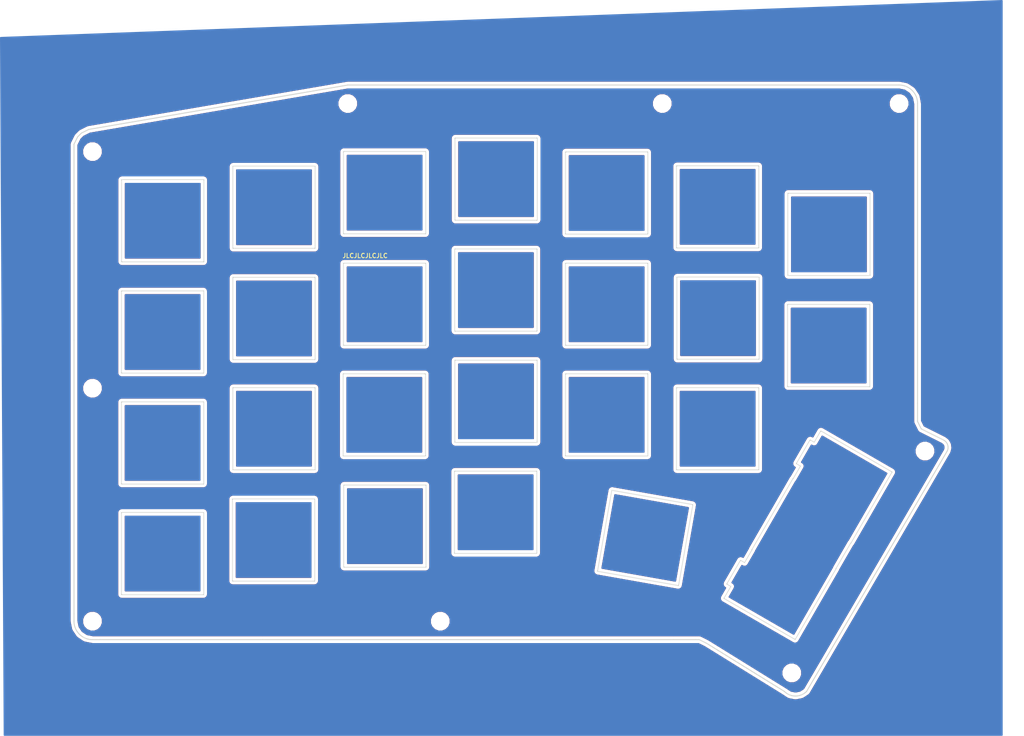
<source format=kicad_pcb>
(kicad_pcb (version 4) (host pcbnew 4.0.7)
  (layers (0 F.Cu signal) (31 B.Cu signal) (34 B.Paste user) (35 F.Paste user) (36 B.SilkS user) (37 F.SilkS user) (38 B.Mask user) (39 F.Mask user) (44 Edge.Cuts user))
  (net 0 "")
  (module Mounting_Holes:MountingHole_2.2mm_M2_DIN965 (layer F.Cu) (at 192.405 141.605)
    (fp_text reference REF** hide)
    (fp_text value MountingHole_2.2mm_M2_DIN965)
    (pad 1 np_thru_hole circle (at 0 0) (size 2.2 2.2) (drill 2.2) (layers *.Cu *.Mask))
  )
  (module Mounting_Holes:MountingHole_2.2mm_M2_DIN965 (layer F.Cu) (at 215.265 103.505)
    (fp_text reference REF** hide)
    (fp_text value MountingHole_2.2mm_M2_DIN965)
    (pad 1 np_thru_hole circle (at 0 0) (size 2.2 2.2) (drill 2.2) (layers *.Cu *.Mask))
  )
  (module Mounting_Holes:MountingHole_2.2mm_M2_DIN965 (layer F.Cu) (at 210.82 43.815)
    (fp_text reference REF** hide)
    (fp_text value MountingHole_2.2mm_M2_DIN965)
    (pad 1 np_thru_hole circle (at 0 0) (size 2.2 2.2) (drill 2.2) (layers *.Cu *.Mask))
  )
  (module Mounting_Holes:MountingHole_2.2mm_M2_DIN965 (layer F.Cu) (at 72.39 132.715)
    (fp_text reference REF** hide)
    (fp_text value MountingHole_2.2mm_M2_DIN965)
    (pad 1 np_thru_hole circle (at 0 0) (size 2.2 2.2) (drill 2.2) (layers *.Cu *.Mask))
  )
  (module Mounting_Holes:MountingHole_2.2mm_M2_DIN965 (layer F.Cu) (at 72.39 92.71)
    (fp_text reference REF** hide)
    (fp_text value MountingHole_2.2mm_M2_DIN965)
    (pad 1 np_thru_hole circle (at 0 0) (size 2.2 2.2) (drill 2.2) (layers *.Cu *.Mask))
  )
  (module Mounting_Holes:MountingHole_2.2mm_M2_DIN965 (layer F.Cu) (at 72.39 52.07)
    (fp_text reference REF** hide)
    (fp_text value MountingHole_2.2mm_M2_DIN965)
    (pad 1 np_thru_hole circle (at 0 0) (size 2.2 2.2) (drill 2.2) (layers *.Cu *.Mask))
  )
  (module Mounting_Holes:MountingHole_2.2mm_M2_DIN965 (layer F.Cu) (at 132.08 132.715)
    (fp_text reference REF** hide)
    (fp_text value MountingHole_2.2mm_M2_DIN965)
    (pad 1 np_thru_hole circle (at 0 0) (size 2.2 2.2) (drill 2.2) (layers *.Cu *.Mask))
  )
  (module Mounting_Holes:MountingHole_2.2mm_M2_DIN965 (layer F.Cu) (at 170.18 43.815)
    (fp_text reference REF** hide)
    (fp_text value MountingHole_2.2mm_M2_DIN965)
    (pad 1 np_thru_hole circle (at 0 0) (size 2.2 2.2) (drill 2.2) (layers *.Cu *.Mask))
  )
  (module Mounting_Holes:MountingHole_2.2mm_M2_DIN965 (layer F.Cu) (at 116.205 43.815)
    (fp_text reference REF** hide)
    (fp_text value MountingHole_2.2mm_M2_DIN965)
    (pad 1 np_thru_hole circle (at 0 0) (size 2.2 2.2) (drill 2.2) (layers *.Cu *.Mask))
  )
  (gr_text JLCJLCJLCJLC (at 119.1768 69.9516) (layer F.SilkS) (effects (font (size 0.75 0.75))))
  (gr_line (start 214.63 99.695) (end 215.9 100.33) (layer Edge.Cuts) (width 0.15))
  (gr_line (start 213.995 98.425) (end 214.63 99.695) (layer Edge.Cuts) (width 0.15))
  (gr_line (start 176.53 135.89) (end 175.895 135.89) (layer Edge.Cuts) (width 0.15))
  (gr_line (start 177.8 136.525) (end 176.53 135.89) (layer Edge.Cuts) (width 0.15))
  (gr_line (start 69.215 50.8) (end 69.215 60.96) (layer Edge.Cuts) (width 0.15))
  (gr_line (start 69.85 49.53) (end 69.215 50.8) (layer Edge.Cuts) (width 0.15))
  (gr_line (start 70.485 48.895) (end 69.85 49.53) (layer Edge.Cuts) (width 0.15))
  (gr_line (start 71.755 48.26) (end 70.485 48.895) (layer Edge.Cuts) (width 0.15))
  (gr_arc (start 210.82 43.815) (end 210.82 40.64) (angle 90) (layer Edge.Cuts) (width 0.15))
  (gr_line (start 213.995 45.085) (end 213.995 43.815) (layer Edge.Cuts) (width 0.15))
  (gr_line (start 72.39 135.89) (end 73.66 135.89) (layer Edge.Cuts) (width 0.15))
  (gr_line (start 69.215 131.445) (end 69.215 132.715) (layer Edge.Cuts) (width 0.15))
  (gr_arc (start 72.39 132.715) (end 72.39 135.89) (angle 90) (layer Edge.Cuts) (width 0.15))
  (gr_line (start 215.9 100.33) (end 218.44 101.6) (layer Edge.Cuts) (width 0.15))
  (gr_line (start 219.075 103.505) (end 194.945 144.78) (layer Edge.Cuts) (width 0.15))
  (gr_arc (start 217.805 102.87) (end 218.44 101.6) (angle 90) (layer Edge.Cuts) (width 0.15))
  (gr_line (start 213.995 98.425) (end 213.995 95.25) (layer Edge.Cuts) (width 0.15))
  (gr_line (start 213.995 45.085) (end 213.995 95.25) (layer Edge.Cuts) (width 0.15))
  (gr_arc (start 193.04 142.875) (end 194.945 144.78) (angle 90) (layer Edge.Cuts) (width 0.15))
  (gr_line (start 177.8 136.525) (end 191.135 144.78) (layer Edge.Cuts) (width 0.15))
  (gr_line (start 172.085 135.89) (end 175.895 135.89) (layer Edge.Cuts) (width 0.15))
  (gr_line (start 101.6 135.89) (end 172.085 135.89) (layer Edge.Cuts) (width 0.15))
  (gr_line (start 73.66 135.89) (end 101.6 135.89) (layer Edge.Cuts) (width 0.15))
  (gr_line (start 116.205 40.64) (end 210.82 40.64) (layer Edge.Cuts) (width 0.15))
  (gr_line (start 71.755 48.26) (end 116.205 40.64) (layer Edge.Cuts) (width 0.15))
  (gr_line (start 69.215 84.455) (end 69.215 60.96) (layer Edge.Cuts) (width 0.15))
  (gr_line (start 69.215 131.445) (end 69.215 84.455) (layer Edge.Cuts) (width 0.15))
  (gr_line (start 134.528 106.998) (end 134.53 106.992) (layer Edge.Cuts) (width 0.1))
  (gr_line (start 134.535 106.987) (end 134.538 106.981) (layer Edge.Cuts) (width 0.1))
  (gr_line (start 134.53 106.992) (end 134.535 106.987) (layer Edge.Cuts) (width 0.1))
  (gr_line (start 148.58 121.075) (end 148.573 121.075) (layer Edge.Cuts) (width 0.1))
  (gr_line (start 134.524 121.02) (end 134.521 121.014) (layer Edge.Cuts) (width 0.1))
  (gr_line (start 148.635 106.998) (end 148.638 107.004) (layer Edge.Cuts) (width 0.1))
  (gr_line (start 134.524 107.011) (end 134.525 107.004) (layer Edge.Cuts) (width 0.1))
  (gr_line (start 134.521 121.014) (end 134.521 121.007) (layer Edge.Cuts) (width 0.1))
  (gr_line (start 148.604 121.066) (end 148.598 121.069) (layer Edge.Cuts) (width 0.1))
  (gr_line (start 148.615 106.972) (end 148.62 106.977) (layer Edge.Cuts) (width 0.1))
  (gr_line (start 148.586 106.958) (end 148.592 106.959) (layer Edge.Cuts) (width 0.1))
  (gr_line (start 148.604 106.964) (end 148.61 106.969) (layer Edge.Cuts) (width 0.1))
  (gr_line (start 134.53 121.038) (end 134.528 121.032) (layer Edge.Cuts) (width 0.1))
  (gr_line (start 134.547 121.059) (end 134.543 121.054) (layer Edge.Cuts) (width 0.1))
  (gr_line (start 134.59 121.075) (end 134.583 121.075) (layer Edge.Cuts) (width 0.1))
  (gr_line (start 134.596 121.076) (end 134.59 121.075) (layer Edge.Cuts) (width 0.1))
  (gr_line (start 148.639 121.02) (end 148.638 121.026) (layer Edge.Cuts) (width 0.1))
  (gr_line (start 148.641 107.024) (end 148.643 107.03) (layer Edge.Cuts) (width 0.1))
  (gr_line (start 134.521 107.024) (end 134.521 107.017) (layer Edge.Cuts) (width 0.1))
  (gr_line (start 134.52 121) (end 134.52 107.03) (layer Edge.Cuts) (width 0.1))
  (gr_line (start 134.525 121.026) (end 134.524 121.02) (layer Edge.Cuts) (width 0.1))
  (gr_line (start 134.535 121.043) (end 134.53 121.038) (layer Edge.Cuts) (width 0.1))
  (gr_line (start 134.538 121.049) (end 134.535 121.043) (layer Edge.Cuts) (width 0.1))
  (gr_line (start 134.558 121.066) (end 134.553 121.062) (layer Edge.Cuts) (width 0.1))
  (gr_line (start 134.583 121.075) (end 134.577 121.073) (layer Edge.Cuts) (width 0.1))
  (gr_line (start 148.598 121.069) (end 148.592 121.072) (layer Edge.Cuts) (width 0.1))
  (gr_line (start 148.632 106.992) (end 148.635 106.998) (layer Edge.Cuts) (width 0.1))
  (gr_line (start 148.573 121.075) (end 148.566 121.076) (layer Edge.Cuts) (width 0.1))
  (gr_line (start 148.592 121.072) (end 148.586 121.073) (layer Edge.Cuts) (width 0.1))
  (gr_line (start 134.565 121.069) (end 134.558 121.066) (layer Edge.Cuts) (width 0.1))
  (gr_line (start 134.57 121.072) (end 134.565 121.069) (layer Edge.Cuts) (width 0.1))
  (gr_line (start 148.635 121.032) (end 148.632 121.038) (layer Edge.Cuts) (width 0.1))
  (gr_line (start 148.61 121.062) (end 148.604 121.066) (layer Edge.Cuts) (width 0.1))
  (gr_line (start 148.62 121.054) (end 148.615 121.059) (layer Edge.Cuts) (width 0.1))
  (gr_line (start 148.592 106.959) (end 148.598 106.962) (layer Edge.Cuts) (width 0.1))
  (gr_line (start 148.641 121.014) (end 148.639 121.02) (layer Edge.Cuts) (width 0.1))
  (gr_line (start 148.573 106.955) (end 148.58 106.955) (layer Edge.Cuts) (width 0.1))
  (gr_line (start 134.543 121.054) (end 134.538 121.049) (layer Edge.Cuts) (width 0.1))
  (gr_line (start 134.521 107.017) (end 134.524 107.011) (layer Edge.Cuts) (width 0.1))
  (gr_line (start 148.638 121.026) (end 148.635 121.032) (layer Edge.Cuts) (width 0.1))
  (gr_line (start 148.61 106.969) (end 148.615 106.972) (layer Edge.Cuts) (width 0.1))
  (gr_line (start 148.625 106.981) (end 148.628 106.987) (layer Edge.Cuts) (width 0.1))
  (gr_line (start 134.525 107.004) (end 134.528 106.998) (layer Edge.Cuts) (width 0.1))
  (gr_line (start 148.58 106.955) (end 148.586 106.958) (layer Edge.Cuts) (width 0.1))
  (gr_line (start 134.52 107.03) (end 134.521 107.024) (layer Edge.Cuts) (width 0.1))
  (gr_line (start 148.628 106.987) (end 148.632 106.992) (layer Edge.Cuts) (width 0.1))
  (gr_line (start 134.521 121.007) (end 134.52 121) (layer Edge.Cuts) (width 0.1))
  (gr_line (start 148.643 107.03) (end 148.643 121) (layer Edge.Cuts) (width 0.1))
  (gr_line (start 148.628 121.043) (end 148.625 121.049) (layer Edge.Cuts) (width 0.1))
  (gr_line (start 148.615 121.059) (end 148.61 121.062) (layer Edge.Cuts) (width 0.1))
  (gr_line (start 134.528 121.032) (end 134.525 121.026) (layer Edge.Cuts) (width 0.1))
  (gr_line (start 134.553 121.062) (end 134.547 121.059) (layer Edge.Cuts) (width 0.1))
  (gr_line (start 148.586 121.073) (end 148.58 121.075) (layer Edge.Cuts) (width 0.1))
  (gr_line (start 148.643 121) (end 148.641 121.007) (layer Edge.Cuts) (width 0.1))
  (gr_line (start 148.638 107.004) (end 148.639 107.011) (layer Edge.Cuts) (width 0.1))
  (gr_line (start 134.577 121.073) (end 134.57 121.072) (layer Edge.Cuts) (width 0.1))
  (gr_line (start 148.62 106.977) (end 148.625 106.981) (layer Edge.Cuts) (width 0.1))
  (gr_line (start 148.566 121.076) (end 134.596 121.076) (layer Edge.Cuts) (width 0.1))
  (gr_line (start 148.639 107.011) (end 148.641 107.017) (layer Edge.Cuts) (width 0.1))
  (gr_line (start 148.625 121.049) (end 148.62 121.054) (layer Edge.Cuts) (width 0.1))
  (gr_line (start 148.632 121.038) (end 148.628 121.043) (layer Edge.Cuts) (width 0.1))
  (gr_line (start 148.641 121.007) (end 148.641 121.014) (layer Edge.Cuts) (width 0.1))
  (gr_line (start 148.641 107.017) (end 148.641 107.024) (layer Edge.Cuts) (width 0.1))
  (gr_line (start 148.598 106.962) (end 148.604 106.964) (layer Edge.Cuts) (width 0.1))
  (gr_line (start 153.573 71.2942) (end 153.576 71.288) (layer Edge.Cuts) (width 0.1))
  (gr_line (start 153.572 85.2775) (end 153.572 71.3075) (layer Edge.Cuts) (width 0.1))
  (gr_line (start 153.587 85.3207) (end 153.583 85.3156) (layer Edge.Cuts) (width 0.1))
  (gr_line (start 153.577 85.3035) (end 153.576 85.297) (layer Edge.Cuts) (width 0.1))
  (gr_line (start 167.662 85.3392) (end 167.657 85.3435) (layer Edge.Cuts) (width 0.1))
  (gr_line (start 167.65 71.2392) (end 167.657 71.2415) (layer Edge.Cuts) (width 0.1))
  (gr_line (start 153.58 85.3093) (end 153.577 85.3035) (layer Edge.Cuts) (width 0.1))
  (gr_line (start 153.59 85.3264) (end 153.587 85.3207) (layer Edge.Cuts) (width 0.1))
  (gr_line (start 153.595 85.3307) (end 153.59 85.3264) (layer Edge.Cuts) (width 0.1))
  (gr_line (start 153.605 85.3392) (end 153.6 85.3358) (layer Edge.Cuts) (width 0.1))
  (gr_line (start 153.6 85.3358) (end 153.595 85.3307) (layer Edge.Cuts) (width 0.1))
  (gr_line (start 167.694 85.284) (end 167.694 85.2907) (layer Edge.Cuts) (width 0.1))
  (gr_line (start 167.677 85.3264) (end 167.672 85.3307) (layer Edge.Cuts) (width 0.1))
  (gr_line (start 153.61 85.3435) (end 153.605 85.3392) (layer Edge.Cuts) (width 0.1))
  (gr_line (start 153.622 85.3491) (end 153.617 85.3457) (layer Edge.Cuts) (width 0.1))
  (gr_line (start 167.638 71.2347) (end 167.645 71.2359) (layer Edge.Cuts) (width 0.1))
  (gr_line (start 153.649 85.3537) (end 153.642 85.3525) (layer Edge.Cuts) (width 0.1))
  (gr_line (start 167.672 85.3307) (end 167.668 85.3358) (layer Edge.Cuts) (width 0.1))
  (gr_line (start 167.694 71.2942) (end 167.694 71.3009) (layer Edge.Cuts) (width 0.1))
  (gr_line (start 153.635 85.3525) (end 153.629 85.3502) (layer Edge.Cuts) (width 0.1))
  (gr_line (start 167.619 85.3537) (end 153.649 85.3537) (layer Edge.Cuts) (width 0.1))
  (gr_line (start 167.69 85.3035) (end 167.687 85.3093) (layer Edge.Cuts) (width 0.1))
  (gr_line (start 167.645 85.3491) (end 167.638 85.3502) (layer Edge.Cuts) (width 0.1))
  (gr_line (start 167.685 85.3156) (end 167.68 85.3207) (layer Edge.Cuts) (width 0.1))
  (gr_line (start 167.695 85.2775) (end 167.694 85.284) (layer Edge.Cuts) (width 0.1))
  (gr_line (start 167.657 71.2415) (end 167.662 71.2458) (layer Edge.Cuts) (width 0.1))
  (gr_line (start 167.68 71.2643) (end 167.685 71.2694) (layer Edge.Cuts) (width 0.1))
  (gr_line (start 167.69 71.2814) (end 167.691 71.288) (layer Edge.Cuts) (width 0.1))
  (gr_line (start 167.632 71.2324) (end 167.638 71.2347) (layer Edge.Cuts) (width 0.1))
  (gr_line (start 167.645 71.2359) (end 167.65 71.2392) (layer Edge.Cuts) (width 0.1))
  (gr_line (start 167.625 85.3525) (end 167.619 85.3537) (layer Edge.Cuts) (width 0.1))
  (gr_line (start 167.632 85.3525) (end 167.625 85.3525) (layer Edge.Cuts) (width 0.1))
  (gr_line (start 167.672 71.2542) (end 167.677 71.2585) (layer Edge.Cuts) (width 0.1))
  (gr_line (start 167.657 85.3435) (end 167.65 85.3457) (layer Edge.Cuts) (width 0.1))
  (gr_line (start 167.694 85.2907) (end 167.691 85.297) (layer Edge.Cuts) (width 0.1))
  (gr_line (start 167.668 71.2491) (end 167.672 71.2542) (layer Edge.Cuts) (width 0.1))
  (gr_line (start 167.685 71.2694) (end 167.687 71.2756) (layer Edge.Cuts) (width 0.1))
  (gr_line (start 167.691 85.297) (end 167.69 85.3035) (layer Edge.Cuts) (width 0.1))
  (gr_line (start 153.587 71.2643) (end 153.59 71.2585) (layer Edge.Cuts) (width 0.1))
  (gr_line (start 153.583 71.2694) (end 153.587 71.2643) (layer Edge.Cuts) (width 0.1))
  (gr_line (start 153.573 85.2907) (end 153.573 85.284) (layer Edge.Cuts) (width 0.1))
  (gr_line (start 153.642 85.3525) (end 153.635 85.3525) (layer Edge.Cuts) (width 0.1))
  (gr_line (start 153.58 71.2756) (end 153.583 71.2694) (layer Edge.Cuts) (width 0.1))
  (gr_line (start 153.576 85.297) (end 153.573 85.2907) (layer Edge.Cuts) (width 0.1))
  (gr_line (start 167.695 71.3075) (end 167.695 85.2775) (layer Edge.Cuts) (width 0.1))
  (gr_line (start 153.573 71.3009) (end 153.573 71.2942) (layer Edge.Cuts) (width 0.1))
  (gr_line (start 167.68 85.3207) (end 167.677 85.3264) (layer Edge.Cuts) (width 0.1))
  (gr_line (start 167.638 85.3502) (end 167.632 85.3525) (layer Edge.Cuts) (width 0.1))
  (gr_line (start 153.629 85.3502) (end 153.622 85.3491) (layer Edge.Cuts) (width 0.1))
  (gr_line (start 167.625 71.2324) (end 167.632 71.2324) (layer Edge.Cuts) (width 0.1))
  (gr_line (start 167.662 71.2458) (end 167.668 71.2491) (layer Edge.Cuts) (width 0.1))
  (gr_line (start 153.577 71.2814) (end 153.58 71.2756) (layer Edge.Cuts) (width 0.1))
  (gr_line (start 153.572 71.3075) (end 153.573 71.3009) (layer Edge.Cuts) (width 0.1))
  (gr_line (start 167.687 85.3093) (end 167.685 85.3156) (layer Edge.Cuts) (width 0.1))
  (gr_line (start 153.583 85.3156) (end 153.58 85.3093) (layer Edge.Cuts) (width 0.1))
  (gr_line (start 167.668 85.3358) (end 167.662 85.3392) (layer Edge.Cuts) (width 0.1))
  (gr_line (start 167.687 71.2756) (end 167.69 71.2814) (layer Edge.Cuts) (width 0.1))
  (gr_line (start 153.573 85.284) (end 153.572 85.2775) (layer Edge.Cuts) (width 0.1))
  (gr_line (start 153.576 71.288) (end 153.577 71.2814) (layer Edge.Cuts) (width 0.1))
  (gr_line (start 153.617 85.3457) (end 153.61 85.3435) (layer Edge.Cuts) (width 0.1))
  (gr_line (start 167.65 85.3457) (end 167.645 85.3491) (layer Edge.Cuts) (width 0.1))
  (gr_line (start 167.694 71.3009) (end 167.695 71.3075) (layer Edge.Cuts) (width 0.1))
  (gr_line (start 167.677 71.2585) (end 167.68 71.2643) (layer Edge.Cuts) (width 0.1))
  (gr_line (start 167.691 71.288) (end 167.694 71.2942) (layer Edge.Cuts) (width 0.1))
  (gr_line (start 115.476 71.2756) (end 115.478 71.2694) (layer Edge.Cuts) (width 0.1))
  (gr_line (start 115.476 85.3093) (end 115.473 85.3035) (layer Edge.Cuts) (width 0.1))
  (gr_line (start 115.518 71.2359) (end 115.525 71.2347) (layer Edge.Cuts) (width 0.1))
  (gr_line (start 115.501 71.2458) (end 115.506 71.2415) (layer Edge.Cuts) (width 0.1))
  (gr_line (start 115.473 71.2814) (end 115.476 71.2756) (layer Edge.Cuts) (width 0.1))
  (gr_line (start 129.567 85.3307) (end 129.563 85.3358) (layer Edge.Cuts) (width 0.1))
  (gr_line (start 115.486 71.2585) (end 115.491 71.2542) (layer Edge.Cuts) (width 0.1))
  (gr_line (start 115.478 85.3156) (end 115.476 85.3093) (layer Edge.Cuts) (width 0.1))
  (gr_line (start 115.486 85.3264) (end 115.482 85.3207) (layer Edge.Cuts) (width 0.1))
  (gr_line (start 129.54 85.3491) (end 129.534 85.3502) (layer Edge.Cuts) (width 0.1))
  (gr_line (start 129.514 85.3537) (end 115.544 85.3537) (layer Edge.Cuts) (width 0.1))
  (gr_line (start 129.586 85.3035) (end 129.582 85.3093) (layer Edge.Cuts) (width 0.1))
  (gr_line (start 115.501 85.3392) (end 115.495 85.3358) (layer Edge.Cuts) (width 0.1))
  (gr_line (start 115.469 85.284) (end 115.468 85.2775) (layer Edge.Cuts) (width 0.1))
  (gr_line (start 129.534 85.3502) (end 129.527 85.3525) (layer Edge.Cuts) (width 0.1))
  (gr_line (start 115.495 71.2491) (end 115.501 71.2458) (layer Edge.Cuts) (width 0.1))
  (gr_line (start 115.469 85.2907) (end 115.469 85.284) (layer Edge.Cuts) (width 0.1))
  (gr_line (start 115.518 85.3491) (end 115.512 85.3457) (layer Edge.Cuts) (width 0.1))
  (gr_line (start 129.573 85.3264) (end 129.567 85.3307) (layer Edge.Cuts) (width 0.1))
  (gr_line (start 129.557 85.3392) (end 129.552 85.3435) (layer Edge.Cuts) (width 0.1))
  (gr_line (start 115.469 71.2942) (end 115.471 71.288) (layer Edge.Cuts) (width 0.1))
  (gr_line (start 129.546 85.3457) (end 129.54 85.3491) (layer Edge.Cuts) (width 0.1))
  (gr_line (start 115.471 71.288) (end 115.473 71.2814) (layer Edge.Cuts) (width 0.1))
  (gr_line (start 115.469 71.3009) (end 115.469 71.2942) (layer Edge.Cuts) (width 0.1))
  (gr_line (start 129.552 85.3435) (end 129.546 85.3457) (layer Edge.Cuts) (width 0.1))
  (gr_line (start 129.589 85.284) (end 129.589 85.2907) (layer Edge.Cuts) (width 0.1))
  (gr_line (start 115.512 85.3457) (end 115.506 85.3435) (layer Edge.Cuts) (width 0.1))
  (gr_line (start 129.527 85.3525) (end 129.521 85.3525) (layer Edge.Cuts) (width 0.1))
  (gr_line (start 129.58 85.3156) (end 129.576 85.3207) (layer Edge.Cuts) (width 0.1))
  (gr_line (start 129.514 71.2313) (end 129.521 71.2324) (layer Edge.Cuts) (width 0.1))
  (gr_line (start 129.589 85.2907) (end 129.587 85.297) (layer Edge.Cuts) (width 0.1))
  (gr_line (start 129.576 85.3207) (end 129.573 85.3264) (layer Edge.Cuts) (width 0.1))
  (gr_line (start 115.468 71.3075) (end 115.469 71.3009) (layer Edge.Cuts) (width 0.1))
  (gr_line (start 115.525 85.3502) (end 115.518 85.3491) (layer Edge.Cuts) (width 0.1))
  (gr_line (start 129.589 71.3009) (end 129.59 71.3075) (layer Edge.Cuts) (width 0.1))
  (gr_line (start 129.582 85.3093) (end 129.58 85.3156) (layer Edge.Cuts) (width 0.1))
  (gr_line (start 115.544 71.2313) (end 129.514 71.2313) (layer Edge.Cuts) (width 0.1))
  (gr_line (start 115.512 71.2392) (end 115.518 71.2359) (layer Edge.Cuts) (width 0.1))
  (gr_line (start 115.491 85.3307) (end 115.486 85.3264) (layer Edge.Cuts) (width 0.1))
  (gr_line (start 129.59 71.3075) (end 129.59 85.2775) (layer Edge.Cuts) (width 0.1))
  (gr_line (start 115.525 71.2347) (end 115.531 71.2324) (layer Edge.Cuts) (width 0.1))
  (gr_line (start 115.478 71.2694) (end 115.482 71.2643) (layer Edge.Cuts) (width 0.1))
  (gr_line (start 115.506 71.2415) (end 115.512 71.2392) (layer Edge.Cuts) (width 0.1))
  (gr_line (start 115.482 85.3207) (end 115.478 85.3156) (layer Edge.Cuts) (width 0.1))
  (gr_line (start 115.538 85.3525) (end 115.531 85.3525) (layer Edge.Cuts) (width 0.1))
  (gr_line (start 129.587 85.297) (end 129.586 85.3035) (layer Edge.Cuts) (width 0.1))
  (gr_line (start 115.471 85.297) (end 115.469 85.2907) (layer Edge.Cuts) (width 0.1))
  (gr_line (start 115.538 71.2324) (end 115.544 71.2313) (layer Edge.Cuts) (width 0.1))
  (gr_line (start 115.491 71.2542) (end 115.495 71.2491) (layer Edge.Cuts) (width 0.1))
  (gr_line (start 115.468 85.2775) (end 115.468 71.3075) (layer Edge.Cuts) (width 0.1))
  (gr_line (start 115.495 85.3358) (end 115.491 85.3307) (layer Edge.Cuts) (width 0.1))
  (gr_line (start 115.506 85.3435) (end 115.501 85.3392) (layer Edge.Cuts) (width 0.1))
  (gr_line (start 115.544 85.3537) (end 115.538 85.3525) (layer Edge.Cuts) (width 0.1))
  (gr_line (start 115.531 85.3525) (end 115.525 85.3502) (layer Edge.Cuts) (width 0.1))
  (gr_line (start 129.521 85.3525) (end 129.514 85.3537) (layer Edge.Cuts) (width 0.1))
  (gr_line (start 115.531 71.2324) (end 115.538 71.2324) (layer Edge.Cuts) (width 0.1))
  (gr_line (start 115.482 71.2643) (end 115.486 71.2585) (layer Edge.Cuts) (width 0.1))
  (gr_line (start 115.473 85.3035) (end 115.471 85.297) (layer Edge.Cuts) (width 0.1))
  (gr_line (start 129.59 85.2775) (end 129.589 85.284) (layer Edge.Cuts) (width 0.1))
  (gr_line (start 129.563 85.3358) (end 129.557 85.3392) (layer Edge.Cuts) (width 0.1))
  (gr_line (start 172.728 87.7273) (end 172.722 87.725) (layer Edge.Cuts) (width 0.1))
  (gr_line (start 172.747 73.6139) (end 172.754 73.6139) (layer Edge.Cuts) (width 0.1))
  (gr_line (start 172.684 73.689) (end 172.685 73.6824) (layer Edge.Cuts) (width 0.1))
  (gr_line (start 129.563 71.2491) (end 129.567 71.2542) (layer Edge.Cuts) (width 0.1))
  (gr_line (start 172.689 73.6629) (end 172.692 73.6572) (layer Edge.Cuts) (width 0.1))
  (gr_line (start 172.684 87.659) (end 172.684 73.689) (layer Edge.Cuts) (width 0.1))
  (gr_line (start 172.685 87.6722) (end 172.685 87.6656) (layer Edge.Cuts) (width 0.1))
  (gr_line (start 129.557 71.2458) (end 129.563 71.2491) (layer Edge.Cuts) (width 0.1))
  (gr_line (start 172.702 73.64) (end 172.707 73.6357) (layer Edge.Cuts) (width 0.1))
  (gr_line (start 172.687 73.6695) (end 172.689 73.6629) (layer Edge.Cuts) (width 0.1))
  (gr_line (start 129.552 71.2415) (end 129.557 71.2458) (layer Edge.Cuts) (width 0.1))
  (gr_line (start 172.685 73.6824) (end 172.685 73.6758) (layer Edge.Cuts) (width 0.1))
  (gr_line (start 129.546 71.2392) (end 129.552 71.2415) (layer Edge.Cuts) (width 0.1))
  (gr_line (start 129.527 71.2324) (end 129.534 71.2347) (layer Edge.Cuts) (width 0.1))
  (gr_line (start 129.521 71.2324) (end 129.527 71.2324) (layer Edge.Cuts) (width 0.1))
  (gr_line (start 172.699 87.7022) (end 172.694 87.6971) (layer Edge.Cuts) (width 0.1))
  (gr_line (start 172.699 73.6458) (end 172.702 73.64) (layer Edge.Cuts) (width 0.1))
  (gr_line (start 172.741 87.7318) (end 172.734 87.7306) (layer Edge.Cuts) (width 0.1))
  (gr_line (start 186.73 73.6128) (end 186.737 73.6139) (layer Edge.Cuts) (width 0.1))
  (gr_line (start 172.722 73.623) (end 172.728 73.6207) (layer Edge.Cuts) (width 0.1))
  (gr_line (start 172.717 73.6273) (end 172.722 73.623) (layer Edge.Cuts) (width 0.1))
  (gr_line (start 172.707 73.6357) (end 172.711 73.6306) (layer Edge.Cuts) (width 0.1))
  (gr_line (start 172.707 87.7123) (end 172.702 87.708) (layer Edge.Cuts) (width 0.1))
  (gr_line (start 186.73 87.7352) (end 172.76 87.7352) (layer Edge.Cuts) (width 0.1))
  (gr_line (start 172.76 87.7352) (end 172.754 87.734) (layer Edge.Cuts) (width 0.1))
  (gr_line (start 172.694 73.6509) (end 172.699 73.6458) (layer Edge.Cuts) (width 0.1))
  (gr_line (start 172.692 87.6908) (end 172.689 87.6851) (layer Edge.Cuts) (width 0.1))
  (gr_line (start 172.702 87.708) (end 172.699 87.7022) (layer Edge.Cuts) (width 0.1))
  (gr_line (start 172.747 87.734) (end 172.741 87.7318) (layer Edge.Cuts) (width 0.1))
  (gr_line (start 172.76 73.6128) (end 186.73 73.6128) (layer Edge.Cuts) (width 0.1))
  (gr_line (start 172.741 73.6162) (end 172.747 73.6139) (layer Edge.Cuts) (width 0.1))
  (gr_line (start 172.734 73.6174) (end 172.741 73.6162) (layer Edge.Cuts) (width 0.1))
  (gr_line (start 172.722 87.725) (end 172.717 87.7207) (layer Edge.Cuts) (width 0.1))
  (gr_line (start 186.743 87.734) (end 186.737 87.734) (layer Edge.Cuts) (width 0.1))
  (gr_line (start 172.689 87.6851) (end 172.687 87.6785) (layer Edge.Cuts) (width 0.1))
  (gr_line (start 172.692 73.6572) (end 172.694 73.6509) (layer Edge.Cuts) (width 0.1))
  (gr_line (start 172.711 87.7174) (end 172.707 87.7123) (layer Edge.Cuts) (width 0.1))
  (gr_line (start 172.717 87.7207) (end 172.711 87.7174) (layer Edge.Cuts) (width 0.1))
  (gr_line (start 186.75 87.7318) (end 186.743 87.734) (layer Edge.Cuts) (width 0.1))
  (gr_line (start 129.589 71.2942) (end 129.589 71.3009) (layer Edge.Cuts) (width 0.1))
  (gr_line (start 186.737 87.734) (end 186.73 87.7352) (layer Edge.Cuts) (width 0.1))
  (gr_line (start 129.587 71.288) (end 129.589 71.2942) (layer Edge.Cuts) (width 0.1))
  (gr_line (start 129.576 71.2643) (end 129.58 71.2694) (layer Edge.Cuts) (width 0.1))
  (gr_line (start 172.754 87.734) (end 172.747 87.734) (layer Edge.Cuts) (width 0.1))
  (gr_line (start 129.58 71.2694) (end 129.582 71.2756) (layer Edge.Cuts) (width 0.1))
  (gr_line (start 129.586 71.2814) (end 129.587 71.288) (layer Edge.Cuts) (width 0.1))
  (gr_line (start 129.573 71.2585) (end 129.576 71.2643) (layer Edge.Cuts) (width 0.1))
  (gr_line (start 129.534 71.2347) (end 129.54 71.2359) (layer Edge.Cuts) (width 0.1))
  (gr_line (start 172.734 87.7306) (end 172.728 87.7273) (layer Edge.Cuts) (width 0.1))
  (gr_line (start 172.754 73.6139) (end 172.76 73.6128) (layer Edge.Cuts) (width 0.1))
  (gr_line (start 172.685 73.6758) (end 172.687 73.6695) (layer Edge.Cuts) (width 0.1))
  (gr_line (start 172.687 87.6785) (end 172.685 87.6722) (layer Edge.Cuts) (width 0.1))
  (gr_line (start 129.582 71.2756) (end 129.586 71.2814) (layer Edge.Cuts) (width 0.1))
  (gr_line (start 186.756 87.7306) (end 186.75 87.7318) (layer Edge.Cuts) (width 0.1))
  (gr_line (start 129.54 71.2359) (end 129.546 71.2392) (layer Edge.Cuts) (width 0.1))
  (gr_line (start 172.728 73.6207) (end 172.734 73.6174) (layer Edge.Cuts) (width 0.1))
  (gr_line (start 172.685 87.6656) (end 172.684 87.659) (layer Edge.Cuts) (width 0.1))
  (gr_line (start 172.694 87.6971) (end 172.692 87.6908) (layer Edge.Cuts) (width 0.1))
  (gr_line (start 129.567 71.2542) (end 129.573 71.2585) (layer Edge.Cuts) (width 0.1))
  (gr_line (start 172.711 73.6306) (end 172.717 73.6273) (layer Edge.Cuts) (width 0.1))
  (gr_line (start 96.4754 73.7485) (end 96.4765 73.742) (layer Edge.Cuts) (width 0.1))
  (gr_line (start 96.4899 87.7617) (end 96.4856 87.7566) (layer Edge.Cuts) (width 0.1))
  (gr_line (start 186.796 87.6971) (end 186.792 87.7022) (layer Edge.Cuts) (width 0.1))
  (gr_line (start 186.806 87.659) (end 186.805 87.6656) (layer Edge.Cuts) (width 0.1))
  (gr_line (start 186.806 73.689) (end 186.806 87.659) (layer Edge.Cuts) (width 0.1))
  (gr_line (start 186.803 73.6695) (end 186.805 73.6758) (layer Edge.Cuts) (width 0.1))
  (gr_line (start 186.798 73.6572) (end 186.802 73.6629) (layer Edge.Cuts) (width 0.1))
  (gr_line (start 186.75 73.6162) (end 186.756 73.6174) (layer Edge.Cuts) (width 0.1))
  (gr_line (start 186.792 73.6458) (end 186.796 73.6509) (layer Edge.Cuts) (width 0.1))
  (gr_line (start 186.783 73.6357) (end 186.789 73.64) (layer Edge.Cuts) (width 0.1))
  (gr_line (start 186.768 73.623) (end 186.773 73.6273) (layer Edge.Cuts) (width 0.1))
  (gr_line (start 186.756 73.6174) (end 186.762 73.6207) (layer Edge.Cuts) (width 0.1))
  (gr_line (start 96.5383 73.6735) (end 96.545 73.6735) (layer Edge.Cuts) (width 0.1))
  (gr_line (start 96.4788 73.729) (end 96.48 73.7225) (layer Edge.Cuts) (width 0.1))
  (gr_line (start 96.4765 73.742) (end 96.4765 73.7353) (layer Edge.Cuts) (width 0.1))
  (gr_line (start 96.4833 87.7504) (end 96.48 87.7446) (layer Edge.Cuts) (width 0.1))
  (gr_line (start 96.5255 73.6769) (end 96.5321 73.6758) (layer Edge.Cuts) (width 0.1))
  (gr_line (start 110.522 73.6723) (end 110.528 73.6735) (layer Edge.Cuts) (width 0.1))
  (gr_line (start 96.5197 73.6803) (end 96.5255 73.6769) (layer Edge.Cuts) (width 0.1))
  (gr_line (start 96.4765 87.7251) (end 96.4754 87.7185) (layer Edge.Cuts) (width 0.1))
  (gr_line (start 186.805 87.6722) (end 186.803 87.6785) (layer Edge.Cuts) (width 0.1))
  (gr_line (start 186.805 73.6824) (end 186.806 73.689) (layer Edge.Cuts) (width 0.1))
  (gr_line (start 186.773 73.6273) (end 186.779 73.6306) (layer Edge.Cuts) (width 0.1))
  (gr_line (start 96.4932 73.6995) (end 96.4983 73.6953) (layer Edge.Cuts) (width 0.1))
  (gr_line (start 96.4899 73.7053) (end 96.4932 73.6995) (layer Edge.Cuts) (width 0.1))
  (gr_line (start 96.5084 73.6868) (end 96.5135 73.6825) (layer Edge.Cuts) (width 0.1))
  (gr_line (start 186.762 73.6207) (end 186.768 73.623) (layer Edge.Cuts) (width 0.1))
  (gr_line (start 186.737 73.6139) (end 186.743 73.6139) (layer Edge.Cuts) (width 0.1))
  (gr_line (start 96.4983 73.6953) (end 96.5026 73.6902) (layer Edge.Cuts) (width 0.1))
  (gr_line (start 96.4856 87.7566) (end 96.4833 87.7504) (layer Edge.Cuts) (width 0.1))
  (gr_line (start 96.4788 87.738) (end 96.4765 87.7318) (layer Edge.Cuts) (width 0.1))
  (gr_line (start 186.743 73.6139) (end 186.75 73.6162) (layer Edge.Cuts) (width 0.1))
  (gr_line (start 96.48 73.7225) (end 96.4833 73.7167) (layer Edge.Cuts) (width 0.1))
  (gr_line (start 186.762 87.7273) (end 186.756 87.7306) (layer Edge.Cuts) (width 0.1))
  (gr_line (start 186.779 87.7174) (end 186.773 87.7207) (layer Edge.Cuts) (width 0.1))
  (gr_line (start 186.802 87.6851) (end 186.798 87.6908) (layer Edge.Cuts) (width 0.1))
  (gr_line (start 186.803 87.6785) (end 186.802 87.6851) (layer Edge.Cuts) (width 0.1))
  (gr_line (start 96.5321 73.6758) (end 96.5383 73.6735) (layer Edge.Cuts) (width 0.1))
  (gr_line (start 186.789 73.64) (end 186.792 73.6458) (layer Edge.Cuts) (width 0.1))
  (gr_line (start 186.779 73.6306) (end 186.783 73.6357) (layer Edge.Cuts) (width 0.1))
  (gr_line (start 96.5135 73.6825) (end 96.5197 73.6803) (layer Edge.Cuts) (width 0.1))
  (gr_line (start 186.768 87.725) (end 186.762 87.7273) (layer Edge.Cuts) (width 0.1))
  (gr_line (start 186.773 87.7207) (end 186.768 87.725) (layer Edge.Cuts) (width 0.1))
  (gr_line (start 186.783 87.7123) (end 186.779 87.7174) (layer Edge.Cuts) (width 0.1))
  (gr_line (start 96.5026 73.6902) (end 96.5084 73.6868) (layer Edge.Cuts) (width 0.1))
  (gr_line (start 96.4754 87.7185) (end 96.4754 73.7485) (layer Edge.Cuts) (width 0.1))
  (gr_line (start 186.789 87.708) (end 186.783 87.7123) (layer Edge.Cuts) (width 0.1))
  (gr_line (start 186.792 87.7022) (end 186.789 87.708) (layer Edge.Cuts) (width 0.1))
  (gr_line (start 96.48 87.7446) (end 96.4788 87.738) (layer Edge.Cuts) (width 0.1))
  (gr_line (start 186.798 87.6908) (end 186.796 87.6971) (layer Edge.Cuts) (width 0.1))
  (gr_line (start 96.4856 73.7104) (end 96.4899 73.7053) (layer Edge.Cuts) (width 0.1))
  (gr_line (start 96.4833 73.7167) (end 96.4856 73.7104) (layer Edge.Cuts) (width 0.1))
  (gr_line (start 96.5516 73.6723) (end 110.522 73.6723) (layer Edge.Cuts) (width 0.1))
  (gr_line (start 96.4765 73.7353) (end 96.4788 73.729) (layer Edge.Cuts) (width 0.1))
  (gr_line (start 186.805 73.6758) (end 186.805 73.6824) (layer Edge.Cuts) (width 0.1))
  (gr_line (start 186.796 73.6509) (end 186.798 73.6572) (layer Edge.Cuts) (width 0.1))
  (gr_line (start 186.805 87.6656) (end 186.805 87.6722) (layer Edge.Cuts) (width 0.1))
  (gr_line (start 186.802 73.6629) (end 186.803 73.6695) (layer Edge.Cuts) (width 0.1))
  (gr_line (start 96.545 73.6735) (end 96.5516 73.6723) (layer Edge.Cuts) (width 0.1))
  (gr_line (start 96.4765 87.7318) (end 96.4765 87.7251) (layer Edge.Cuts) (width 0.1))
  (gr_line (start 77.4138 75.9989) (end 77.4204 75.9977) (layer Edge.Cuts) (width 0.1))
  (gr_line (start 110.583 87.7617) (end 110.58 87.7675) (layer Edge.Cuts) (width 0.1))
  (gr_line (start 96.5197 87.7868) (end 96.5135 87.7845) (layer Edge.Cuts) (width 0.1))
  (gr_line (start 96.5383 87.7936) (end 96.5321 87.7913) (layer Edge.Cuts) (width 0.1))
  (gr_line (start 96.5255 87.7901) (end 96.5197 87.7868) (layer Edge.Cuts) (width 0.1))
  (gr_line (start 110.575 73.6953) (end 110.58 73.6995) (layer Edge.Cuts) (width 0.1))
  (gr_line (start 110.56 73.6825) (end 110.565 73.6868) (layer Edge.Cuts) (width 0.1))
  (gr_line (start 110.528 87.7936) (end 110.522 87.7947) (layer Edge.Cuts) (width 0.1))
  (gr_line (start 110.594 87.738) (end 110.593 87.7446) (layer Edge.Cuts) (width 0.1))
  (gr_line (start 96.545 87.7936) (end 96.5383 87.7936) (layer Edge.Cuts) (width 0.1))
  (gr_line (start 110.522 87.7947) (end 96.5516 87.7947) (layer Edge.Cuts) (width 0.1))
  (gr_line (start 96.5516 87.7947) (end 96.545 87.7936) (layer Edge.Cuts) (width 0.1))
  (gr_line (start 77.3909 76.0121) (end 77.3967 76.0088) (layer Edge.Cuts) (width 0.1))
  (gr_line (start 110.598 87.7185) (end 110.597 87.7251) (layer Edge.Cuts) (width 0.1))
  (gr_line (start 110.593 73.7225) (end 110.594 73.729) (layer Edge.Cuts) (width 0.1))
  (gr_line (start 110.553 73.6803) (end 110.56 73.6825) (layer Edge.Cuts) (width 0.1))
  (gr_line (start 110.565 87.7802) (end 110.56 87.7845) (layer Edge.Cuts) (width 0.1))
  (gr_line (start 110.597 87.7251) (end 110.597 87.7318) (layer Edge.Cuts) (width 0.1))
  (gr_line (start 110.588 87.7566) (end 110.583 87.7617) (layer Edge.Cuts) (width 0.1))
  (gr_line (start 110.58 87.7675) (end 110.575 87.7718) (layer Edge.Cuts) (width 0.1))
  (gr_line (start 110.571 73.6902) (end 110.575 73.6953) (layer Edge.Cuts) (width 0.1))
  (gr_line (start 110.565 73.6868) (end 110.571 73.6902) (layer Edge.Cuts) (width 0.1))
  (gr_line (start 110.594 73.729) (end 110.597 73.7353) (layer Edge.Cuts) (width 0.1))
  (gr_line (start 77.4204 75.9977) (end 77.4267 75.9955) (layer Edge.Cuts) (width 0.1))
  (gr_line (start 110.528 73.6735) (end 110.535 73.6735) (layer Edge.Cuts) (width 0.1))
  (gr_line (start 77.4399 75.9943) (end 91.4099 75.9943) (layer Edge.Cuts) (width 0.1))
  (gr_line (start 110.58 73.6995) (end 110.583 73.7053) (layer Edge.Cuts) (width 0.1))
  (gr_line (start 77.408 76.0022) (end 77.4138 75.9989) (layer Edge.Cuts) (width 0.1))
  (gr_line (start 110.535 87.7936) (end 110.528 87.7936) (layer Edge.Cuts) (width 0.1))
  (gr_line (start 110.588 73.7104) (end 110.59 73.7167) (layer Edge.Cuts) (width 0.1))
  (gr_line (start 110.541 73.6758) (end 110.548 73.6769) (layer Edge.Cuts) (width 0.1))
  (gr_line (start 110.535 73.6735) (end 110.541 73.6758) (layer Edge.Cuts) (width 0.1))
  (gr_line (start 110.553 87.7868) (end 110.548 87.7901) (layer Edge.Cuts) (width 0.1))
  (gr_line (start 110.571 87.7769) (end 110.565 87.7802) (layer Edge.Cuts) (width 0.1))
  (gr_line (start 110.56 87.7845) (end 110.553 87.7868) (layer Edge.Cuts) (width 0.1))
  (gr_line (start 110.597 87.7318) (end 110.594 87.738) (layer Edge.Cuts) (width 0.1))
  (gr_line (start 110.583 73.7053) (end 110.588 73.7104) (layer Edge.Cuts) (width 0.1))
  (gr_line (start 110.598 73.7485) (end 110.598 87.7185) (layer Edge.Cuts) (width 0.1))
  (gr_line (start 77.4018 76.0045) (end 77.408 76.0022) (layer Edge.Cuts) (width 0.1))
  (gr_line (start 110.548 73.6769) (end 110.553 73.6803) (layer Edge.Cuts) (width 0.1))
  (gr_line (start 110.597 73.742) (end 110.598 73.7485) (layer Edge.Cuts) (width 0.1))
  (gr_line (start 91.4099 75.9943) (end 91.4165 75.9955) (layer Edge.Cuts) (width 0.1))
  (gr_line (start 110.548 87.7901) (end 110.541 87.7913) (layer Edge.Cuts) (width 0.1))
  (gr_line (start 110.59 73.7167) (end 110.593 73.7225) (layer Edge.Cuts) (width 0.1))
  (gr_line (start 77.4267 75.9955) (end 77.4333 75.9955) (layer Edge.Cuts) (width 0.1))
  (gr_line (start 110.593 87.7446) (end 110.59 87.7504) (layer Edge.Cuts) (width 0.1))
  (gr_line (start 96.4932 87.7675) (end 96.4899 87.7617) (layer Edge.Cuts) (width 0.1))
  (gr_line (start 96.4983 87.7718) (end 96.4932 87.7675) (layer Edge.Cuts) (width 0.1))
  (gr_line (start 96.5026 87.7769) (end 96.4983 87.7718) (layer Edge.Cuts) (width 0.1))
  (gr_line (start 96.5084 87.7802) (end 96.5026 87.7769) (layer Edge.Cuts) (width 0.1))
  (gr_line (start 96.5321 87.7913) (end 96.5255 87.7901) (layer Edge.Cuts) (width 0.1))
  (gr_line (start 110.541 87.7913) (end 110.535 87.7936) (layer Edge.Cuts) (width 0.1))
  (gr_line (start 110.575 87.7718) (end 110.571 87.7769) (layer Edge.Cuts) (width 0.1))
  (gr_line (start 110.597 73.7353) (end 110.597 73.742) (layer Edge.Cuts) (width 0.1))
  (gr_line (start 77.3967 76.0088) (end 77.4018 76.0045) (layer Edge.Cuts) (width 0.1))
  (gr_line (start 77.3866 76.0172) (end 77.3909 76.0121) (layer Edge.Cuts) (width 0.1))
  (gr_line (start 77.4333 75.9955) (end 77.4399 75.9943) (layer Edge.Cuts) (width 0.1))
  (gr_line (start 77.3815 76.0215) (end 77.3866 76.0172) (layer Edge.Cuts) (width 0.1))
  (gr_line (start 96.5135 87.7845) (end 96.5084 87.7802) (layer Edge.Cuts) (width 0.1))
  (gr_line (start 110.59 87.7504) (end 110.588 87.7566) (layer Edge.Cuts) (width 0.1))
  (gr_line (start 77.3782 90.0837) (end 77.3739 90.0786) (layer Edge.Cuts) (width 0.1))
  (gr_line (start 77.3815 90.0895) (end 77.3782 90.0837) (layer Edge.Cuts) (width 0.1))
  (gr_line (start 91.4759 76.0324) (end 91.4782 76.0387) (layer Edge.Cuts) (width 0.1))
  (gr_line (start 77.4267 90.1156) (end 77.4204 90.1133) (layer Edge.Cuts) (width 0.1))
  (gr_line (start 77.3967 90.1022) (end 77.3909 90.0989) (layer Edge.Cuts) (width 0.1))
  (gr_line (start 91.4359 75.9989) (end 91.4417 76.0022) (layer Edge.Cuts) (width 0.1))
  (gr_line (start 77.4399 90.1167) (end 77.4333 90.1156) (layer Edge.Cuts) (width 0.1))
  (gr_line (start 91.4099 90.1167) (end 77.4399 90.1167) (layer Edge.Cuts) (width 0.1))
  (gr_line (start 91.4849 90.0471) (end 91.4849 90.0537) (layer Edge.Cuts) (width 0.1))
  (gr_line (start 91.4531 76.0088) (end 91.4589 76.0121) (layer Edge.Cuts) (width 0.1))
  (gr_line (start 77.3782 76.0273) (end 77.3815 76.0215) (layer Edge.Cuts) (width 0.1))
  (gr_line (start 77.3739 76.0324) (end 77.3782 76.0273) (layer Edge.Cuts) (width 0.1))
  (gr_line (start 77.3716 76.0387) (end 77.3739 76.0324) (layer Edge.Cuts) (width 0.1))
  (gr_line (start 77.3683 76.0444) (end 77.3716 76.0387) (layer Edge.Cuts) (width 0.1))
  (gr_line (start 77.3671 76.051) (end 77.3683 76.0444) (layer Edge.Cuts) (width 0.1))
  (gr_line (start 77.3909 90.0989) (end 77.3866 90.0938) (layer Edge.Cuts) (width 0.1))
  (gr_line (start 91.4815 90.0666) (end 91.4782 90.0723) (layer Edge.Cuts) (width 0.1))
  (gr_line (start 91.4531 90.1022) (end 91.448 90.1065) (layer Edge.Cuts) (width 0.1))
  (gr_line (start 77.3648 76.0573) (end 77.3671 76.051) (layer Edge.Cuts) (width 0.1))
  (gr_line (start 77.3648 76.0639) (end 77.3648 76.0573) (layer Edge.Cuts) (width 0.1))
  (gr_line (start 77.3648 90.0471) (end 77.3637 90.0405) (layer Edge.Cuts) (width 0.1))
  (gr_line (start 91.4589 90.0989) (end 91.4531 90.1022) (layer Edge.Cuts) (width 0.1))
  (gr_line (start 77.3683 90.0666) (end 77.3671 90.06) (layer Edge.Cuts) (width 0.1))
  (gr_line (start 77.3739 90.0786) (end 77.3716 90.0723) (layer Edge.Cuts) (width 0.1))
  (gr_line (start 77.4138 90.1121) (end 77.408 90.1088) (layer Edge.Cuts) (width 0.1))
  (gr_line (start 91.4417 90.1088) (end 91.4359 90.1121) (layer Edge.Cuts) (width 0.1))
  (gr_line (start 91.4861 76.0705) (end 91.4861 90.0405) (layer Edge.Cuts) (width 0.1))
  (gr_line (start 91.4231 90.1156) (end 91.4165 90.1156) (layer Edge.Cuts) (width 0.1))
  (gr_line (start 91.4683 90.0895) (end 91.4631 90.0938) (layer Edge.Cuts) (width 0.1))
  (gr_line (start 91.4716 76.0273) (end 91.4759 76.0324) (layer Edge.Cuts) (width 0.1))
  (gr_line (start 91.4417 76.0022) (end 91.448 76.0045) (layer Edge.Cuts) (width 0.1))
  (gr_line (start 91.4294 75.9977) (end 91.4359 75.9989) (layer Edge.Cuts) (width 0.1))
  (gr_line (start 77.4204 90.1133) (end 77.4138 90.1121) (layer Edge.Cuts) (width 0.1))
  (gr_line (start 77.3648 90.0537) (end 77.3648 90.0471) (layer Edge.Cuts) (width 0.1))
  (gr_line (start 91.4782 76.0387) (end 91.4815 76.0444) (layer Edge.Cuts) (width 0.1))
  (gr_line (start 91.4861 90.0405) (end 91.4849 90.0471) (layer Edge.Cuts) (width 0.1))
  (gr_line (start 91.4359 90.1121) (end 91.4294 90.1133) (layer Edge.Cuts) (width 0.1))
  (gr_line (start 77.3637 76.0705) (end 77.3648 76.0639) (layer Edge.Cuts) (width 0.1))
  (gr_line (start 91.4165 75.9955) (end 91.4231 75.9955) (layer Edge.Cuts) (width 0.1))
  (gr_line (start 77.4018 90.1065) (end 77.3967 90.1022) (layer Edge.Cuts) (width 0.1))
  (gr_line (start 91.4782 90.0723) (end 91.4759 90.0786) (layer Edge.Cuts) (width 0.1))
  (gr_line (start 77.3637 90.0405) (end 77.3637 76.0705) (layer Edge.Cuts) (width 0.1))
  (gr_line (start 91.4231 75.9955) (end 91.4294 75.9977) (layer Edge.Cuts) (width 0.1))
  (gr_line (start 91.4165 90.1156) (end 91.4099 90.1167) (layer Edge.Cuts) (width 0.1))
  (gr_line (start 77.3671 90.06) (end 77.3648 90.0537) (layer Edge.Cuts) (width 0.1))
  (gr_line (start 77.3716 90.0723) (end 77.3683 90.0666) (layer Edge.Cuts) (width 0.1))
  (gr_line (start 77.3866 90.0938) (end 77.3815 90.0895) (layer Edge.Cuts) (width 0.1))
  (gr_line (start 77.408 90.1088) (end 77.4018 90.1065) (layer Edge.Cuts) (width 0.1))
  (gr_line (start 91.4716 90.0837) (end 91.4683 90.0895) (layer Edge.Cuts) (width 0.1))
  (gr_line (start 77.4333 90.1156) (end 77.4267 90.1156) (layer Edge.Cuts) (width 0.1))
  (gr_line (start 91.4294 90.1133) (end 91.4231 90.1156) (layer Edge.Cuts) (width 0.1))
  (gr_line (start 91.448 90.1065) (end 91.4417 90.1088) (layer Edge.Cuts) (width 0.1))
  (gr_line (start 91.4631 90.0938) (end 91.4589 90.0989) (layer Edge.Cuts) (width 0.1))
  (gr_line (start 91.448 76.0045) (end 91.4531 76.0088) (layer Edge.Cuts) (width 0.1))
  (gr_line (start 91.4849 90.0537) (end 91.4826 90.06) (layer Edge.Cuts) (width 0.1))
  (gr_line (start 91.4631 76.0172) (end 91.4683 76.0215) (layer Edge.Cuts) (width 0.1))
  (gr_line (start 91.4759 90.0786) (end 91.4716 90.0837) (layer Edge.Cuts) (width 0.1))
  (gr_line (start 91.4849 76.0639) (end 91.4861 76.0705) (layer Edge.Cuts) (width 0.1))
  (gr_line (start 91.4826 76.051) (end 91.4849 76.0573) (layer Edge.Cuts) (width 0.1))
  (gr_line (start 91.4815 76.0444) (end 91.4826 76.051) (layer Edge.Cuts) (width 0.1))
  (gr_line (start 91.4683 76.0215) (end 91.4716 76.0273) (layer Edge.Cuts) (width 0.1))
  (gr_line (start 91.4826 90.06) (end 91.4815 90.0666) (layer Edge.Cuts) (width 0.1))
  (gr_line (start 91.4589 76.0121) (end 91.4631 76.0172) (layer Edge.Cuts) (width 0.1))
  (gr_line (start 91.4849 76.0573) (end 91.4849 76.0639) (layer Edge.Cuts) (width 0.1))
  (gr_line (start 191.694 78.3435) (end 191.7 78.3392) (layer Edge.Cuts) (width 0.1))
  (gr_line (start 191.721 92.4308) (end 191.715 92.4285) (layer Edge.Cuts) (width 0.1))
  (gr_line (start 205.755 92.4308) (end 205.749 92.4341) (layer Edge.Cuts) (width 0.1))
  (gr_line (start 191.678 78.3793) (end 191.68 78.373) (layer Edge.Cuts) (width 0.1))
  (gr_line (start 191.733 78.3197) (end 191.74 78.3174) (layer Edge.Cuts) (width 0.1))
  (gr_line (start 191.694 92.4115) (end 191.691 92.4057) (layer Edge.Cuts) (width 0.1))
  (gr_line (start 191.753 78.3163) (end 205.723 78.3163) (layer Edge.Cuts) (width 0.1))
  (gr_line (start 205.749 92.4341) (end 205.742 92.4353) (layer Edge.Cuts) (width 0.1))
  (gr_line (start 191.704 78.3341) (end 191.71 78.3308) (layer Edge.Cuts) (width 0.1))
  (gr_line (start 191.68 78.373) (end 191.681 78.3664) (layer Edge.Cuts) (width 0.1))
  (gr_line (start 191.681 92.3886) (end 191.68 92.382) (layer Edge.Cuts) (width 0.1))
  (gr_line (start 205.723 92.4387) (end 191.753 92.4387) (layer Edge.Cuts) (width 0.1))
  (gr_line (start 205.796 92.382) (end 205.794 92.3886) (layer Edge.Cuts) (width 0.1))
  (gr_line (start 205.781 92.4115) (end 205.776 92.4158) (layer Edge.Cuts) (width 0.1))
  (gr_line (start 191.678 78.3859) (end 191.678 78.3793) (layer Edge.Cuts) (width 0.1))
  (gr_line (start 191.704 92.4209) (end 191.7 92.4158) (layer Edge.Cuts) (width 0.1))
  (gr_line (start 205.799 92.3625) (end 205.798 92.3691) (layer Edge.Cuts) (width 0.1))
  (gr_line (start 205.736 92.4375) (end 205.729 92.4375) (layer Edge.Cuts) (width 0.1))
  (gr_line (start 205.723 78.3163) (end 205.729 78.3174) (layer Edge.Cuts) (width 0.1))
  (gr_line (start 191.687 78.3544) (end 191.691 78.3493) (layer Edge.Cuts) (width 0.1))
  (gr_line (start 205.772 92.4209) (end 205.766 92.4242) (layer Edge.Cuts) (width 0.1))
  (gr_line (start 205.766 92.4242) (end 205.761 92.4285) (layer Edge.Cuts) (width 0.1))
  (gr_line (start 191.715 78.3265) (end 191.721 78.3242) (layer Edge.Cuts) (width 0.1))
  (gr_line (start 191.687 92.4006) (end 191.685 92.3943) (layer Edge.Cuts) (width 0.1))
  (gr_line (start 205.789 92.4006) (end 205.785 92.4057) (layer Edge.Cuts) (width 0.1))
  (gr_line (start 205.794 92.3886) (end 205.791 92.3943) (layer Edge.Cuts) (width 0.1))
  (gr_line (start 191.71 78.3308) (end 191.715 78.3265) (layer Edge.Cuts) (width 0.1))
  (gr_line (start 191.678 92.3757) (end 191.678 92.3691) (layer Edge.Cuts) (width 0.1))
  (gr_line (start 191.715 92.4285) (end 191.71 92.4242) (layer Edge.Cuts) (width 0.1))
  (gr_line (start 205.776 92.4158) (end 205.772 92.4209) (layer Edge.Cuts) (width 0.1))
  (gr_line (start 191.74 92.4375) (end 191.733 92.4353) (layer Edge.Cuts) (width 0.1))
  (gr_line (start 205.742 92.4353) (end 205.736 92.4375) (layer Edge.Cuts) (width 0.1))
  (gr_line (start 191.685 78.3607) (end 191.687 78.3544) (layer Edge.Cuts) (width 0.1))
  (gr_line (start 191.68 92.382) (end 191.678 92.3757) (layer Edge.Cuts) (width 0.1))
  (gr_line (start 191.677 92.3625) (end 191.677 78.3925) (layer Edge.Cuts) (width 0.1))
  (gr_line (start 191.677 78.3925) (end 191.678 78.3859) (layer Edge.Cuts) (width 0.1))
  (gr_line (start 191.685 92.3943) (end 191.681 92.3886) (layer Edge.Cuts) (width 0.1))
  (gr_line (start 191.727 92.4341) (end 191.721 92.4308) (layer Edge.Cuts) (width 0.1))
  (gr_line (start 191.691 78.3493) (end 191.694 78.3435) (layer Edge.Cuts) (width 0.1))
  (gr_line (start 191.678 92.3691) (end 191.677 92.3625) (layer Edge.Cuts) (width 0.1))
  (gr_line (start 205.798 92.3757) (end 205.796 92.382) (layer Edge.Cuts) (width 0.1))
  (gr_line (start 205.729 92.4375) (end 205.723 92.4387) (layer Edge.Cuts) (width 0.1))
  (gr_line (start 191.71 92.4242) (end 191.704 92.4209) (layer Edge.Cuts) (width 0.1))
  (gr_line (start 191.733 92.4353) (end 191.727 92.4341) (layer Edge.Cuts) (width 0.1))
  (gr_line (start 205.761 92.4285) (end 205.755 92.4308) (layer Edge.Cuts) (width 0.1))
  (gr_line (start 191.746 78.3174) (end 191.753 78.3163) (layer Edge.Cuts) (width 0.1))
  (gr_line (start 191.74 78.3174) (end 191.746 78.3174) (layer Edge.Cuts) (width 0.1))
  (gr_line (start 191.727 78.3209) (end 191.733 78.3197) (layer Edge.Cuts) (width 0.1))
  (gr_line (start 191.721 78.3242) (end 191.727 78.3209) (layer Edge.Cuts) (width 0.1))
  (gr_line (start 191.746 92.4375) (end 191.74 92.4375) (layer Edge.Cuts) (width 0.1))
  (gr_line (start 191.7 92.4158) (end 191.694 92.4115) (layer Edge.Cuts) (width 0.1))
  (gr_line (start 191.7 78.3392) (end 191.704 78.3341) (layer Edge.Cuts) (width 0.1))
  (gr_line (start 191.681 78.3664) (end 191.685 78.3607) (layer Edge.Cuts) (width 0.1))
  (gr_line (start 191.753 92.4387) (end 191.746 92.4375) (layer Edge.Cuts) (width 0.1))
  (gr_line (start 191.691 92.4057) (end 191.687 92.4006) (layer Edge.Cuts) (width 0.1))
  (gr_line (start 205.791 92.3943) (end 205.789 92.4006) (layer Edge.Cuts) (width 0.1))
  (gr_line (start 205.798 92.3691) (end 205.798 92.3757) (layer Edge.Cuts) (width 0.1))
  (gr_line (start 205.785 92.4057) (end 205.781 92.4115) (layer Edge.Cuts) (width 0.1))
  (gr_line (start 205.799 78.3925) (end 205.799 92.3625) (layer Edge.Cuts) (width 0.1))
  (gr_line (start 205.798 78.3859) (end 205.799 78.3925) (layer Edge.Cuts) (width 0.1))
  (gr_line (start 205.798 78.3793) (end 205.798 78.3859) (layer Edge.Cuts) (width 0.1))
  (gr_line (start 148.626 87.9019) (end 148.632 87.9031) (layer Edge.Cuts) (width 0.1))
  (gr_line (start 134.581 101.961) (end 134.581 101.955) (layer Edge.Cuts) (width 0.1))
  (gr_line (start 205.772 78.3341) (end 205.776 78.3392) (layer Edge.Cuts) (width 0.1))
  (gr_line (start 205.766 78.3308) (end 205.772 78.3341) (layer Edge.Cuts) (width 0.1))
  (gr_line (start 134.649 87.9031) (end 134.656 87.9019) (layer Edge.Cuts) (width 0.1))
  (gr_line (start 134.581 101.955) (end 134.58 101.948) (layer Edge.Cuts) (width 0.1))
  (gr_line (start 134.636 102.021) (end 134.63 102.02) (layer Edge.Cuts) (width 0.1))
  (gr_line (start 134.656 87.9019) (end 148.626 87.9019) (layer Edge.Cuts) (width 0.1))
  (gr_line (start 134.59 87.94) (end 134.594 87.9349) (layer Edge.Cuts) (width 0.1))
  (gr_line (start 134.63 87.9065) (end 134.636 87.9053) (layer Edge.Cuts) (width 0.1))
  (gr_line (start 134.59 101.986) (end 134.588 101.98) (layer Edge.Cuts) (width 0.1))
  (gr_line (start 134.613 102.01) (end 134.607 102.006) (layer Edge.Cuts) (width 0.1))
  (gr_line (start 134.603 102.001) (end 134.598 101.997) (layer Edge.Cuts) (width 0.1))
  (gr_line (start 134.584 101.974) (end 134.583 101.968) (layer Edge.Cuts) (width 0.1))
  (gr_line (start 134.649 102.023) (end 134.643 102.023) (layer Edge.Cuts) (width 0.1))
  (gr_line (start 148.639 102.023) (end 148.632 102.023) (layer Edge.Cuts) (width 0.1))
  (gr_line (start 205.794 78.3664) (end 205.796 78.373) (layer Edge.Cuts) (width 0.1))
  (gr_line (start 134.636 87.9053) (end 134.643 87.9031) (layer Edge.Cuts) (width 0.1))
  (gr_line (start 148.632 102.023) (end 148.626 102.024) (layer Edge.Cuts) (width 0.1))
  (gr_line (start 134.607 87.9197) (end 134.613 87.9164) (layer Edge.Cuts) (width 0.1))
  (gr_line (start 134.603 87.9248) (end 134.607 87.9197) (layer Edge.Cuts) (width 0.1))
  (gr_line (start 134.584 87.952) (end 134.588 87.9463) (layer Edge.Cuts) (width 0.1))
  (gr_line (start 134.58 87.9781) (end 134.581 87.9715) (layer Edge.Cuts) (width 0.1))
  (gr_line (start 134.594 101.991) (end 134.59 101.986) (layer Edge.Cuts) (width 0.1))
  (gr_line (start 205.789 78.3544) (end 205.791 78.3607) (layer Edge.Cuts) (width 0.1))
  (gr_line (start 205.785 78.3493) (end 205.789 78.3544) (layer Edge.Cuts) (width 0.1))
  (gr_line (start 205.776 78.3392) (end 205.781 78.3435) (layer Edge.Cuts) (width 0.1))
  (gr_line (start 134.594 87.9349) (end 134.598 87.9291) (layer Edge.Cuts) (width 0.1))
  (gr_line (start 205.755 78.3242) (end 205.761 78.3265) (layer Edge.Cuts) (width 0.1))
  (gr_line (start 148.626 102.024) (end 134.656 102.024) (layer Edge.Cuts) (width 0.1))
  (gr_line (start 134.63 102.02) (end 134.624 102.016) (layer Edge.Cuts) (width 0.1))
  (gr_line (start 205.761 78.3265) (end 205.766 78.3308) (layer Edge.Cuts) (width 0.1))
  (gr_line (start 134.643 87.9031) (end 134.649 87.9031) (layer Edge.Cuts) (width 0.1))
  (gr_line (start 134.624 87.9098) (end 134.63 87.9065) (layer Edge.Cuts) (width 0.1))
  (gr_line (start 134.588 101.98) (end 134.584 101.974) (layer Edge.Cuts) (width 0.1))
  (gr_line (start 205.742 78.3197) (end 205.749 78.3209) (layer Edge.Cuts) (width 0.1))
  (gr_line (start 134.607 102.006) (end 134.603 102.001) (layer Edge.Cuts) (width 0.1))
  (gr_line (start 205.796 78.373) (end 205.798 78.3793) (layer Edge.Cuts) (width 0.1))
  (gr_line (start 205.791 78.3607) (end 205.794 78.3664) (layer Edge.Cuts) (width 0.1))
  (gr_line (start 205.736 78.3174) (end 205.742 78.3197) (layer Edge.Cuts) (width 0.1))
  (gr_line (start 205.729 78.3174) (end 205.736 78.3174) (layer Edge.Cuts) (width 0.1))
  (gr_line (start 134.613 87.9164) (end 134.618 87.9121) (layer Edge.Cuts) (width 0.1))
  (gr_line (start 134.598 87.9291) (end 134.603 87.9248) (layer Edge.Cuts) (width 0.1))
  (gr_line (start 134.598 101.997) (end 134.594 101.991) (layer Edge.Cuts) (width 0.1))
  (gr_line (start 148.645 102.021) (end 148.639 102.023) (layer Edge.Cuts) (width 0.1))
  (gr_line (start 148.652 102.02) (end 148.645 102.021) (layer Edge.Cuts) (width 0.1))
  (gr_line (start 134.581 87.9649) (end 134.583 87.9586) (layer Edge.Cuts) (width 0.1))
  (gr_line (start 134.583 101.968) (end 134.581 101.961) (layer Edge.Cuts) (width 0.1))
  (gr_line (start 205.749 78.3209) (end 205.755 78.3242) (layer Edge.Cuts) (width 0.1))
  (gr_line (start 134.618 87.9121) (end 134.624 87.9098) (layer Edge.Cuts) (width 0.1))
  (gr_line (start 134.588 87.9463) (end 134.59 87.94) (layer Edge.Cuts) (width 0.1))
  (gr_line (start 134.624 102.016) (end 134.618 102.014) (layer Edge.Cuts) (width 0.1))
  (gr_line (start 134.656 102.024) (end 134.649 102.023) (layer Edge.Cuts) (width 0.1))
  (gr_line (start 134.583 87.9586) (end 134.584 87.952) (layer Edge.Cuts) (width 0.1))
  (gr_line (start 134.581 87.9715) (end 134.581 87.9649) (layer Edge.Cuts) (width 0.1))
  (gr_line (start 134.58 101.948) (end 134.58 87.9781) (layer Edge.Cuts) (width 0.1))
  (gr_line (start 134.643 102.023) (end 134.636 102.021) (layer Edge.Cuts) (width 0.1))
  (gr_line (start 134.618 102.014) (end 134.613 102.01) (layer Edge.Cuts) (width 0.1))
  (gr_line (start 205.781 78.3435) (end 205.785 78.3493) (layer Edge.Cuts) (width 0.1))
  (gr_line (start 148.669 87.9164) (end 148.675 87.9197) (layer Edge.Cuts) (width 0.1))
  (gr_line (start 148.692 87.94) (end 148.694 87.9463) (layer Edge.Cuts) (width 0.1))
  (gr_line (start 148.688 87.9349) (end 148.692 87.94) (layer Edge.Cuts) (width 0.1))
  (gr_line (start 115.426 90.2511) (end 115.431 90.2468) (layer Edge.Cuts) (width 0.1))
  (gr_line (start 115.413 104.296) (end 115.412 104.29) (layer Edge.Cuts) (width 0.1))
  (gr_line (start 115.423 104.313) (end 115.419 104.308) (layer Edge.Cuts) (width 0.1))
  (gr_line (start 148.669 102.01) (end 148.664 102.014) (layer Edge.Cuts) (width 0.1))
  (gr_line (start 115.436 90.2417) (end 115.441 90.2384) (layer Edge.Cuts) (width 0.1))
  (gr_line (start 148.675 102.006) (end 148.669 102.01) (layer Edge.Cuts) (width 0.1))
  (gr_line (start 115.408 90.3001) (end 115.41 90.2935) (layer Edge.Cuts) (width 0.1))
  (gr_line (start 148.692 101.986) (end 148.688 101.991) (layer Edge.Cuts) (width 0.1))
  (gr_line (start 148.701 101.955) (end 148.701 101.961) (layer Edge.Cuts) (width 0.1))
  (gr_line (start 148.702 101.948) (end 148.701 101.955) (layer Edge.Cuts) (width 0.1))
  (gr_line (start 115.413 90.274) (end 115.416 90.2683) (layer Edge.Cuts) (width 0.1))
  (gr_line (start 148.701 87.9715) (end 148.702 87.9781) (layer Edge.Cuts) (width 0.1))
  (gr_line (start 148.699 87.9586) (end 148.701 87.9649) (layer Edge.Cuts) (width 0.1))
  (gr_line (start 115.419 90.262) (end 115.423 90.2569) (layer Edge.Cuts) (width 0.1))
  (gr_line (start 129.455 90.2239) (end 129.461 90.225) (layer Edge.Cuts) (width 0.1))
  (gr_line (start 148.698 87.952) (end 148.699 87.9586) (layer Edge.Cuts) (width 0.1))
  (gr_line (start 148.664 87.9121) (end 148.669 87.9164) (layer Edge.Cuts) (width 0.1))
  (gr_line (start 115.485 90.2239) (end 129.455 90.2239) (layer Edge.Cuts) (width 0.1))
  (gr_line (start 115.478 90.225) (end 115.485 90.2239) (layer Edge.Cuts) (width 0.1))
  (gr_line (start 115.431 90.2468) (end 115.436 90.2417) (layer Edge.Cuts) (width 0.1))
  (gr_line (start 115.471 90.225) (end 115.478 90.225) (layer Edge.Cuts) (width 0.1))
  (gr_line (start 115.465 90.2273) (end 115.471 90.225) (layer Edge.Cuts) (width 0.1))
  (gr_line (start 115.412 90.2806) (end 115.413 90.274) (layer Edge.Cuts) (width 0.1))
  (gr_line (start 115.41 90.2935) (end 115.41 90.2869) (layer Edge.Cuts) (width 0.1))
  (gr_line (start 115.412 104.29) (end 115.41 104.283) (layer Edge.Cuts) (width 0.1))
  (gr_line (start 115.416 104.302) (end 115.413 104.296) (layer Edge.Cuts) (width 0.1))
  (gr_line (start 148.658 87.9098) (end 148.664 87.9121) (layer Edge.Cuts) (width 0.1))
  (gr_line (start 115.416 90.2683) (end 115.419 90.262) (layer Edge.Cuts) (width 0.1))
  (gr_line (start 148.639 87.9031) (end 148.645 87.9053) (layer Edge.Cuts) (width 0.1))
  (gr_line (start 148.645 87.9053) (end 148.652 87.9065) (layer Edge.Cuts) (width 0.1))
  (gr_line (start 115.441 90.2384) (end 115.447 90.2341) (layer Edge.Cuts) (width 0.1))
  (gr_line (start 148.658 102.016) (end 148.652 102.02) (layer Edge.Cuts) (width 0.1))
  (gr_line (start 148.664 102.014) (end 148.658 102.016) (layer Edge.Cuts) (width 0.1))
  (gr_line (start 148.679 87.9248) (end 148.684 87.9291) (layer Edge.Cuts) (width 0.1))
  (gr_line (start 148.694 87.9463) (end 148.698 87.952) (layer Edge.Cuts) (width 0.1))
  (gr_line (start 148.652 87.9065) (end 148.658 87.9098) (layer Edge.Cuts) (width 0.1))
  (gr_line (start 148.679 102.001) (end 148.675 102.006) (layer Edge.Cuts) (width 0.1))
  (gr_line (start 148.699 101.968) (end 148.698 101.974) (layer Edge.Cuts) (width 0.1))
  (gr_line (start 115.423 90.2569) (end 115.426 90.2511) (layer Edge.Cuts) (width 0.1))
  (gr_line (start 148.684 101.997) (end 148.679 102.001) (layer Edge.Cuts) (width 0.1))
  (gr_line (start 115.453 90.2318) (end 115.459 90.2285) (layer Edge.Cuts) (width 0.1))
  (gr_line (start 148.701 87.9649) (end 148.701 87.9715) (layer Edge.Cuts) (width 0.1))
  (gr_line (start 148.675 87.9197) (end 148.679 87.9248) (layer Edge.Cuts) (width 0.1))
  (gr_line (start 148.632 87.9031) (end 148.639 87.9031) (layer Edge.Cuts) (width 0.1))
  (gr_line (start 115.41 104.283) (end 115.41 104.277) (layer Edge.Cuts) (width 0.1))
  (gr_line (start 115.41 90.2869) (end 115.412 90.2806) (layer Edge.Cuts) (width 0.1))
  (gr_line (start 148.688 101.991) (end 148.684 101.997) (layer Edge.Cuts) (width 0.1))
  (gr_line (start 148.698 101.974) (end 148.694 101.98) (layer Edge.Cuts) (width 0.1))
  (gr_line (start 148.702 87.9781) (end 148.702 101.948) (layer Edge.Cuts) (width 0.1))
  (gr_line (start 115.419 104.308) (end 115.416 104.302) (layer Edge.Cuts) (width 0.1))
  (gr_line (start 115.408 104.27) (end 115.408 90.3001) (layer Edge.Cuts) (width 0.1))
  (gr_line (start 148.694 101.98) (end 148.692 101.986) (layer Edge.Cuts) (width 0.1))
  (gr_line (start 148.701 101.961) (end 148.699 101.968) (layer Edge.Cuts) (width 0.1))
  (gr_line (start 115.447 90.2341) (end 115.453 90.2318) (layer Edge.Cuts) (width 0.1))
  (gr_line (start 115.41 104.277) (end 115.408 104.27) (layer Edge.Cuts) (width 0.1))
  (gr_line (start 148.684 87.9291) (end 148.688 87.9349) (layer Edge.Cuts) (width 0.1))
  (gr_line (start 115.459 90.2285) (end 115.465 90.2273) (layer Edge.Cuts) (width 0.1))
  (gr_line (start 129.498 90.2384) (end 129.504 90.2417) (layer Edge.Cuts) (width 0.1))
  (gr_line (start 115.465 104.343) (end 115.459 104.342) (layer Edge.Cuts) (width 0.1))
  (gr_line (start 115.478 104.345) (end 115.471 104.345) (layer Edge.Cuts) (width 0.1))
  (gr_line (start 153.617 90.2318) (end 153.622 90.2285) (layer Edge.Cuts) (width 0.1))
  (gr_line (start 129.493 104.336) (end 129.487 104.338) (layer Edge.Cuts) (width 0.1))
  (gr_line (start 129.504 104.328) (end 129.498 104.332) (layer Edge.Cuts) (width 0.1))
  (gr_line (start 153.595 90.2468) (end 153.6 90.2417) (layer Edge.Cuts) (width 0.1))
  (gr_line (start 129.493 90.2341) (end 129.498 90.2384) (layer Edge.Cuts) (width 0.1))
  (gr_line (start 153.6 90.2417) (end 153.605 90.2384) (layer Edge.Cuts) (width 0.1))
  (gr_line (start 167.619 90.2239) (end 167.625 90.225) (layer Edge.Cuts) (width 0.1))
  (gr_line (start 129.498 104.332) (end 129.493 104.336) (layer Edge.Cuts) (width 0.1))
  (gr_line (start 129.53 90.2869) (end 129.53 90.2935) (layer Edge.Cuts) (width 0.1))
  (gr_line (start 129.487 90.2318) (end 129.493 90.2341) (layer Edge.Cuts) (width 0.1))
  (gr_line (start 129.516 104.313) (end 129.513 104.319) (layer Edge.Cuts) (width 0.1))
  (gr_line (start 129.53 104.283) (end 129.527 104.29) (layer Edge.Cuts) (width 0.1))
  (gr_line (start 129.461 90.225) (end 129.468 90.225) (layer Edge.Cuts) (width 0.1))
  (gr_line (start 129.481 90.2285) (end 129.487 90.2318) (layer Edge.Cuts) (width 0.1))
  (gr_line (start 115.459 104.342) (end 115.453 104.338) (layer Edge.Cuts) (width 0.1))
  (gr_line (start 115.471 104.345) (end 115.465 104.343) (layer Edge.Cuts) (width 0.1))
  (gr_line (start 129.455 104.346) (end 115.485 104.346) (layer Edge.Cuts) (width 0.1))
  (gr_line (start 129.474 104.343) (end 129.468 104.345) (layer Edge.Cuts) (width 0.1))
  (gr_line (start 129.527 90.2806) (end 129.53 90.2869) (layer Edge.Cuts) (width 0.1))
  (gr_line (start 129.508 104.323) (end 129.504 104.328) (layer Edge.Cuts) (width 0.1))
  (gr_line (start 129.516 90.2569) (end 129.521 90.262) (layer Edge.Cuts) (width 0.1))
  (gr_line (start 153.59 90.2511) (end 153.595 90.2468) (layer Edge.Cuts) (width 0.1))
  (gr_line (start 129.513 104.319) (end 129.508 104.323) (layer Edge.Cuts) (width 0.1))
  (gr_line (start 129.531 90.3001) (end 129.531 104.27) (layer Edge.Cuts) (width 0.1))
  (gr_line (start 129.474 90.2273) (end 129.481 90.2285) (layer Edge.Cuts) (width 0.1))
  (gr_line (start 129.53 104.277) (end 129.53 104.283) (layer Edge.Cuts) (width 0.1))
  (gr_line (start 153.649 90.2239) (end 167.619 90.2239) (layer Edge.Cuts) (width 0.1))
  (gr_line (start 115.426 104.319) (end 115.423 104.313) (layer Edge.Cuts) (width 0.1))
  (gr_line (start 115.431 104.323) (end 115.426 104.319) (layer Edge.Cuts) (width 0.1))
  (gr_line (start 153.635 90.225) (end 153.642 90.225) (layer Edge.Cuts) (width 0.1))
  (gr_line (start 115.485 104.346) (end 115.478 104.345) (layer Edge.Cuts) (width 0.1))
  (gr_line (start 129.526 104.296) (end 129.523 104.302) (layer Edge.Cuts) (width 0.1))
  (gr_line (start 129.527 104.29) (end 129.526 104.296) (layer Edge.Cuts) (width 0.1))
  (gr_line (start 129.513 90.2511) (end 129.516 90.2569) (layer Edge.Cuts) (width 0.1))
  (gr_line (start 129.508 90.2468) (end 129.513 90.2511) (layer Edge.Cuts) (width 0.1))
  (gr_line (start 129.468 90.225) (end 129.474 90.2273) (layer Edge.Cuts) (width 0.1))
  (gr_line (start 153.622 90.2285) (end 153.629 90.2273) (layer Edge.Cuts) (width 0.1))
  (gr_line (start 129.468 104.345) (end 129.461 104.345) (layer Edge.Cuts) (width 0.1))
  (gr_line (start 115.436 104.328) (end 115.431 104.323) (layer Edge.Cuts) (width 0.1))
  (gr_line (start 115.441 104.332) (end 115.436 104.328) (layer Edge.Cuts) (width 0.1))
  (gr_line (start 129.531 104.27) (end 129.53 104.277) (layer Edge.Cuts) (width 0.1))
  (gr_line (start 129.526 90.274) (end 129.527 90.2806) (layer Edge.Cuts) (width 0.1))
  (gr_line (start 153.605 90.2384) (end 153.61 90.2341) (layer Edge.Cuts) (width 0.1))
  (gr_line (start 115.447 104.336) (end 115.441 104.332) (layer Edge.Cuts) (width 0.1))
  (gr_line (start 115.453 104.338) (end 115.447 104.336) (layer Edge.Cuts) (width 0.1))
  (gr_line (start 129.461 104.345) (end 129.455 104.346) (layer Edge.Cuts) (width 0.1))
  (gr_line (start 129.481 104.342) (end 129.474 104.343) (layer Edge.Cuts) (width 0.1))
  (gr_line (start 129.487 104.338) (end 129.481 104.342) (layer Edge.Cuts) (width 0.1))
  (gr_line (start 129.523 104.302) (end 129.521 104.308) (layer Edge.Cuts) (width 0.1))
  (gr_line (start 129.523 90.2683) (end 129.526 90.274) (layer Edge.Cuts) (width 0.1))
  (gr_line (start 129.504 90.2417) (end 129.508 90.2468) (layer Edge.Cuts) (width 0.1))
  (gr_line (start 129.521 104.308) (end 129.516 104.313) (layer Edge.Cuts) (width 0.1))
  (gr_line (start 153.642 90.225) (end 153.649 90.2239) (layer Edge.Cuts) (width 0.1))
  (gr_line (start 129.53 90.2935) (end 129.531 90.3001) (layer Edge.Cuts) (width 0.1))
  (gr_line (start 153.61 90.2341) (end 153.617 90.2318) (layer Edge.Cuts) (width 0.1))
  (gr_line (start 153.629 90.2273) (end 153.635 90.225) (layer Edge.Cuts) (width 0.1))
  (gr_line (start 129.521 90.262) (end 129.523 90.2683) (layer Edge.Cuts) (width 0.1))
  (gr_line (start 153.573 104.283) (end 153.573 104.277) (layer Edge.Cuts) (width 0.1))
  (gr_line (start 153.576 104.29) (end 153.573 104.283) (layer Edge.Cuts) (width 0.1))
  (gr_line (start 167.662 104.332) (end 167.657 104.336) (layer Edge.Cuts) (width 0.1))
  (gr_line (start 167.694 90.2869) (end 167.694 90.2935) (layer Edge.Cuts) (width 0.1))
  (gr_line (start 167.65 90.2318) (end 167.657 90.2341) (layer Edge.Cuts) (width 0.1))
  (gr_line (start 167.645 90.2285) (end 167.65 90.2318) (layer Edge.Cuts) (width 0.1))
  (gr_line (start 167.645 104.342) (end 167.638 104.343) (layer Edge.Cuts) (width 0.1))
  (gr_line (start 167.638 104.343) (end 167.632 104.345) (layer Edge.Cuts) (width 0.1))
  (gr_line (start 167.691 104.29) (end 167.69 104.296) (layer Edge.Cuts) (width 0.1))
  (gr_line (start 153.577 104.296) (end 153.576 104.29) (layer Edge.Cuts) (width 0.1))
  (gr_line (start 153.605 104.332) (end 153.6 104.328) (layer Edge.Cuts) (width 0.1))
  (gr_line (start 153.642 104.345) (end 153.635 104.345) (layer Edge.Cuts) (width 0.1))
  (gr_line (start 167.657 104.336) (end 167.65 104.338) (layer Edge.Cuts) (width 0.1))
  (gr_line (start 167.68 90.2569) (end 167.685 90.262) (layer Edge.Cuts) (width 0.1))
  (gr_line (start 167.677 104.319) (end 167.672 104.323) (layer Edge.Cuts) (width 0.1))
  (gr_line (start 167.695 90.3001) (end 167.695 104.27) (layer Edge.Cuts) (width 0.1))
  (gr_line (start 167.685 90.262) (end 167.687 90.2683) (layer Edge.Cuts) (width 0.1))
  (gr_line (start 167.672 90.2468) (end 167.677 90.2511) (layer Edge.Cuts) (width 0.1))
  (gr_line (start 167.657 90.2341) (end 167.662 90.2384) (layer Edge.Cuts) (width 0.1))
  (gr_line (start 167.632 90.225) (end 167.638 90.2273) (layer Edge.Cuts) (width 0.1))
  (gr_line (start 167.668 104.328) (end 167.662 104.332) (layer Edge.Cuts) (width 0.1))
  (gr_line (start 167.69 90.274) (end 167.691 90.2806) (layer Edge.Cuts) (width 0.1))
  (gr_line (start 167.672 104.323) (end 167.668 104.328) (layer Edge.Cuts) (width 0.1))
  (gr_line (start 167.68 104.313) (end 167.677 104.319) (layer Edge.Cuts) (width 0.1))
  (gr_line (start 167.687 104.302) (end 167.685 104.308) (layer Edge.Cuts) (width 0.1))
  (gr_line (start 167.694 104.283) (end 167.691 104.29) (layer Edge.Cuts) (width 0.1))
  (gr_line (start 167.694 90.2935) (end 167.695 90.3001) (layer Edge.Cuts) (width 0.1))
  (gr_line (start 167.677 90.2511) (end 167.68 90.2569) (layer Edge.Cuts) (width 0.1))
  (gr_line (start 167.625 90.225) (end 167.632 90.225) (layer Edge.Cuts) (width 0.1))
  (gr_line (start 153.587 90.2569) (end 153.59 90.2511) (layer Edge.Cuts) (width 0.1))
  (gr_line (start 153.573 104.277) (end 153.572 104.27) (layer Edge.Cuts) (width 0.1))
  (gr_line (start 167.687 90.2683) (end 167.69 90.274) (layer Edge.Cuts) (width 0.1))
  (gr_line (start 153.576 90.2806) (end 153.577 90.274) (layer Edge.Cuts) (width 0.1))
  (gr_line (start 153.573 90.2869) (end 153.576 90.2806) (layer Edge.Cuts) (width 0.1))
  (gr_line (start 153.572 90.3001) (end 153.573 90.2935) (layer Edge.Cuts) (width 0.1))
  (gr_line (start 153.635 104.345) (end 153.629 104.343) (layer Edge.Cuts) (width 0.1))
  (gr_line (start 167.632 104.345) (end 167.625 104.345) (layer Edge.Cuts) (width 0.1))
  (gr_line (start 153.587 104.313) (end 153.583 104.308) (layer Edge.Cuts) (width 0.1))
  (gr_line (start 153.649 104.346) (end 153.642 104.345) (layer Edge.Cuts) (width 0.1))
  (gr_line (start 153.583 90.262) (end 153.587 90.2569) (layer Edge.Cuts) (width 0.1))
  (gr_line (start 153.572 104.27) (end 153.572 90.3001) (layer Edge.Cuts) (width 0.1))
  (gr_line (start 167.694 104.277) (end 167.694 104.283) (layer Edge.Cuts) (width 0.1))
  (gr_line (start 153.595 104.323) (end 153.59 104.319) (layer Edge.Cuts) (width 0.1))
  (gr_line (start 167.691 90.2806) (end 167.694 90.2869) (layer Edge.Cuts) (width 0.1))
  (gr_line (start 153.58 90.2683) (end 153.583 90.262) (layer Edge.Cuts) (width 0.1))
  (gr_line (start 153.577 90.274) (end 153.58 90.2683) (layer Edge.Cuts) (width 0.1))
  (gr_line (start 153.573 90.2935) (end 153.573 90.2869) (layer Edge.Cuts) (width 0.1))
  (gr_line (start 167.65 104.338) (end 167.645 104.342) (layer Edge.Cuts) (width 0.1))
  (gr_line (start 153.58 104.302) (end 153.577 104.296) (layer Edge.Cuts) (width 0.1))
  (gr_line (start 153.617 104.338) (end 153.61 104.336) (layer Edge.Cuts) (width 0.1))
  (gr_line (start 153.583 104.308) (end 153.58 104.302) (layer Edge.Cuts) (width 0.1))
  (gr_line (start 153.6 104.328) (end 153.595 104.323) (layer Edge.Cuts) (width 0.1))
  (gr_line (start 167.69 104.296) (end 167.687 104.302) (layer Edge.Cuts) (width 0.1))
  (gr_line (start 167.695 104.27) (end 167.694 104.277) (layer Edge.Cuts) (width 0.1))
  (gr_line (start 153.61 104.336) (end 153.605 104.332) (layer Edge.Cuts) (width 0.1))
  (gr_line (start 167.685 104.308) (end 167.68 104.313) (layer Edge.Cuts) (width 0.1))
  (gr_line (start 153.629 104.343) (end 153.622 104.342) (layer Edge.Cuts) (width 0.1))
  (gr_line (start 167.668 90.2417) (end 167.672 90.2468) (layer Edge.Cuts) (width 0.1))
  (gr_line (start 167.662 90.2384) (end 167.668 90.2417) (layer Edge.Cuts) (width 0.1))
  (gr_line (start 153.59 104.319) (end 153.587 104.313) (layer Edge.Cuts) (width 0.1))
  (gr_line (start 153.622 104.342) (end 153.617 104.338) (layer Edge.Cuts) (width 0.1))
  (gr_line (start 167.619 104.346) (end 153.649 104.346) (layer Edge.Cuts) (width 0.1))
  (gr_line (start 167.638 90.2273) (end 167.645 90.2285) (layer Edge.Cuts) (width 0.1))
  (gr_line (start 167.625 104.345) (end 167.619 104.346) (layer Edge.Cuts) (width 0.1))
  (gr_line (start 186.709 106.718) (end 186.703 106.72) (layer Edge.Cuts) (width 0.1))
  (gr_line (start 172.629 106.678) (end 172.628 106.671) (layer Edge.Cuts) (width 0.1))
  (gr_line (start 186.724 106.705) (end 186.72 106.71) (layer Edge.Cuts) (width 0.1))
  (gr_line (start 186.747 106.652) (end 186.746 106.658) (layer Edge.Cuts) (width 0.1))
  (gr_line (start 172.632 92.6498) (end 172.635 92.6435) (layer Edge.Cuts) (width 0.1))
  (gr_line (start 186.677 106.727) (end 186.671 106.728) (layer Edge.Cuts) (width 0.1))
  (gr_line (start 172.657 106.713) (end 172.652 106.71) (layer Edge.Cuts) (width 0.1))
  (gr_line (start 172.701 106.728) (end 172.694 106.727) (layer Edge.Cuts) (width 0.1))
  (gr_line (start 186.684 106.727) (end 186.677 106.727) (layer Edge.Cuts) (width 0.1))
  (gr_line (start 186.746 106.665) (end 186.743 106.671) (layer Edge.Cuts) (width 0.1))
  (gr_line (start 186.671 92.6054) (end 186.677 92.6066) (layer Edge.Cuts) (width 0.1))
  (gr_line (start 172.687 92.6066) (end 172.694 92.6066) (layer Edge.Cuts) (width 0.1))
  (gr_line (start 186.746 92.675) (end 186.747 92.6816) (layer Edge.Cuts) (width 0.1))
  (gr_line (start 172.675 92.61) (end 172.681 92.6088) (layer Edge.Cuts) (width 0.1))
  (gr_line (start 186.746 106.658) (end 186.746 106.665) (layer Edge.Cuts) (width 0.1))
  (gr_line (start 172.681 92.6088) (end 172.687 92.6066) (layer Edge.Cuts) (width 0.1))
  (gr_line (start 172.647 92.6283) (end 172.652 92.6232) (layer Edge.Cuts) (width 0.1))
  (gr_line (start 172.628 92.6621) (end 172.629 92.6555) (layer Edge.Cuts) (width 0.1))
  (gr_line (start 186.729 106.701) (end 186.724 106.705) (layer Edge.Cuts) (width 0.1))
  (gr_line (start 186.671 106.728) (end 172.701 106.728) (layer Edge.Cuts) (width 0.1))
  (gr_line (start 172.626 106.658) (end 172.624 106.652) (layer Edge.Cuts) (width 0.1))
  (gr_line (start 172.635 106.69) (end 172.632 106.683) (layer Edge.Cuts) (width 0.1))
  (gr_line (start 172.675 106.723) (end 172.669 106.72) (layer Edge.Cuts) (width 0.1))
  (gr_line (start 172.681 106.724) (end 172.675 106.723) (layer Edge.Cuts) (width 0.1))
  (gr_line (start 186.703 106.72) (end 186.697 106.723) (layer Edge.Cuts) (width 0.1))
  (gr_line (start 186.743 106.671) (end 186.742 106.678) (layer Edge.Cuts) (width 0.1))
  (gr_line (start 172.626 92.675) (end 172.626 92.6684) (layer Edge.Cuts) (width 0.1))
  (gr_line (start 172.635 92.6435) (end 172.639 92.6384) (layer Edge.Cuts) (width 0.1))
  (gr_line (start 172.626 92.6684) (end 172.628 92.6621) (layer Edge.Cuts) (width 0.1))
  (gr_line (start 172.647 106.705) (end 172.642 106.701) (layer Edge.Cuts) (width 0.1))
  (gr_line (start 172.632 106.683) (end 172.629 106.678) (layer Edge.Cuts) (width 0.1))
  (gr_line (start 172.663 106.718) (end 172.657 106.713) (layer Edge.Cuts) (width 0.1))
  (gr_line (start 186.737 106.69) (end 186.732 106.695) (layer Edge.Cuts) (width 0.1))
  (gr_line (start 172.652 106.71) (end 172.647 106.705) (layer Edge.Cuts) (width 0.1))
  (gr_line (start 186.69 106.724) (end 186.684 106.727) (layer Edge.Cuts) (width 0.1))
  (gr_line (start 186.714 106.713) (end 186.709 106.718) (layer Edge.Cuts) (width 0.1))
  (gr_line (start 172.663 92.6156) (end 172.669 92.6133) (layer Edge.Cuts) (width 0.1))
  (gr_line (start 172.624 106.652) (end 172.624 92.6816) (layer Edge.Cuts) (width 0.1))
  (gr_line (start 172.628 106.671) (end 172.626 106.665) (layer Edge.Cuts) (width 0.1))
  (gr_line (start 172.652 92.6232) (end 172.657 92.6199) (layer Edge.Cuts) (width 0.1))
  (gr_line (start 186.72 106.71) (end 186.714 106.713) (layer Edge.Cuts) (width 0.1))
  (gr_line (start 172.642 106.701) (end 172.639 106.695) (layer Edge.Cuts) (width 0.1))
  (gr_line (start 172.624 92.6816) (end 172.626 92.675) (layer Edge.Cuts) (width 0.1))
  (gr_line (start 172.639 106.695) (end 172.635 106.69) (layer Edge.Cuts) (width 0.1))
  (gr_line (start 172.626 106.665) (end 172.626 106.658) (layer Edge.Cuts) (width 0.1))
  (gr_line (start 186.697 106.723) (end 186.69 106.724) (layer Edge.Cuts) (width 0.1))
  (gr_line (start 172.701 92.6054) (end 186.671 92.6054) (layer Edge.Cuts) (width 0.1))
  (gr_line (start 172.694 92.6066) (end 172.701 92.6054) (layer Edge.Cuts) (width 0.1))
  (gr_line (start 172.629 92.6555) (end 172.632 92.6498) (layer Edge.Cuts) (width 0.1))
  (gr_line (start 172.687 106.727) (end 172.681 106.724) (layer Edge.Cuts) (width 0.1))
  (gr_line (start 186.739 106.683) (end 186.737 106.69) (layer Edge.Cuts) (width 0.1))
  (gr_line (start 172.694 106.727) (end 172.687 106.727) (layer Edge.Cuts) (width 0.1))
  (gr_line (start 186.732 106.695) (end 186.729 106.701) (layer Edge.Cuts) (width 0.1))
  (gr_line (start 186.742 106.678) (end 186.739 106.683) (layer Edge.Cuts) (width 0.1))
  (gr_line (start 186.747 92.6816) (end 186.747 106.652) (layer Edge.Cuts) (width 0.1))
  (gr_line (start 172.669 92.6133) (end 172.675 92.61) (layer Edge.Cuts) (width 0.1))
  (gr_line (start 172.657 92.6199) (end 172.663 92.6156) (layer Edge.Cuts) (width 0.1))
  (gr_line (start 172.669 106.72) (end 172.663 106.718) (layer Edge.Cuts) (width 0.1))
  (gr_line (start 172.642 92.6326) (end 172.647 92.6283) (layer Edge.Cuts) (width 0.1))
  (gr_line (start 172.639 92.6384) (end 172.642 92.6326) (layer Edge.Cuts) (width 0.1))
  (gr_line (start 96.5255 106.723) (end 96.5197 106.72) (layer Edge.Cuts) (width 0.1))
  (gr_line (start 96.4765 92.675) (end 96.4765 92.6684) (layer Edge.Cuts) (width 0.1))
  (gr_line (start 110.528 106.727) (end 110.522 106.728) (layer Edge.Cuts) (width 0.1))
  (gr_line (start 186.743 92.6621) (end 186.746 92.6684) (layer Edge.Cuts) (width 0.1))
  (gr_line (start 186.742 92.6555) (end 186.743 92.6621) (layer Edge.Cuts) (width 0.1))
  (gr_line (start 186.739 92.6498) (end 186.742 92.6555) (layer Edge.Cuts) (width 0.1))
  (gr_line (start 186.684 92.6066) (end 186.69 92.6088) (layer Edge.Cuts) (width 0.1))
  (gr_line (start 186.69 92.6088) (end 186.697 92.61) (layer Edge.Cuts) (width 0.1))
  (gr_line (start 186.677 92.6066) (end 186.684 92.6066) (layer Edge.Cuts) (width 0.1))
  (gr_line (start 96.545 92.6066) (end 96.5516 92.6054) (layer Edge.Cuts) (width 0.1))
  (gr_line (start 96.5197 92.6133) (end 96.5255 92.61) (layer Edge.Cuts) (width 0.1))
  (gr_line (start 110.535 106.727) (end 110.528 106.727) (layer Edge.Cuts) (width 0.1))
  (gr_line (start 96.5516 92.6054) (end 110.522 92.6054) (layer Edge.Cuts) (width 0.1))
  (gr_line (start 96.4833 92.6498) (end 96.4856 92.6435) (layer Edge.Cuts) (width 0.1))
  (gr_line (start 96.48 106.678) (end 96.4788 106.671) (layer Edge.Cuts) (width 0.1))
  (gr_line (start 110.522 106.728) (end 96.5516 106.728) (layer Edge.Cuts) (width 0.1))
  (gr_line (start 110.548 106.723) (end 110.541 106.724) (layer Edge.Cuts) (width 0.1))
  (gr_line (start 96.5321 106.724) (end 96.5255 106.723) (layer Edge.Cuts) (width 0.1))
  (gr_line (start 186.737 92.6435) (end 186.739 92.6498) (layer Edge.Cuts) (width 0.1))
  (gr_line (start 186.724 92.6283) (end 186.729 92.6326) (layer Edge.Cuts) (width 0.1))
  (gr_line (start 186.709 92.6156) (end 186.714 92.6199) (layer Edge.Cuts) (width 0.1))
  (gr_line (start 186.703 92.6133) (end 186.709 92.6156) (layer Edge.Cuts) (width 0.1))
  (gr_line (start 96.5255 92.61) (end 96.5321 92.6088) (layer Edge.Cuts) (width 0.1))
  (gr_line (start 96.5135 92.6156) (end 96.5197 92.6133) (layer Edge.Cuts) (width 0.1))
  (gr_line (start 96.4983 92.6283) (end 96.5026 92.6232) (layer Edge.Cuts) (width 0.1))
  (gr_line (start 96.4765 92.6684) (end 96.4788 92.6621) (layer Edge.Cuts) (width 0.1))
  (gr_line (start 96.4932 106.701) (end 96.4899 106.695) (layer Edge.Cuts) (width 0.1))
  (gr_line (start 96.5026 92.6232) (end 96.5084 92.6199) (layer Edge.Cuts) (width 0.1))
  (gr_line (start 186.732 92.6384) (end 186.737 92.6435) (layer Edge.Cuts) (width 0.1))
  (gr_line (start 186.729 92.6326) (end 186.732 92.6384) (layer Edge.Cuts) (width 0.1))
  (gr_line (start 96.4833 106.683) (end 96.48 106.678) (layer Edge.Cuts) (width 0.1))
  (gr_line (start 186.72 92.6232) (end 186.724 92.6283) (layer Edge.Cuts) (width 0.1))
  (gr_line (start 96.5516 106.728) (end 96.545 106.727) (layer Edge.Cuts) (width 0.1))
  (gr_line (start 110.522 92.6054) (end 110.528 92.6066) (layer Edge.Cuts) (width 0.1))
  (gr_line (start 96.5197 106.72) (end 96.5135 106.718) (layer Edge.Cuts) (width 0.1))
  (gr_line (start 96.4983 106.705) (end 96.4932 106.701) (layer Edge.Cuts) (width 0.1))
  (gr_line (start 110.541 106.724) (end 110.535 106.727) (layer Edge.Cuts) (width 0.1))
  (gr_line (start 186.714 92.6199) (end 186.72 92.6232) (layer Edge.Cuts) (width 0.1))
  (gr_line (start 96.4754 92.6816) (end 96.4765 92.675) (layer Edge.Cuts) (width 0.1))
  (gr_line (start 96.4899 92.6384) (end 96.4932 92.6326) (layer Edge.Cuts) (width 0.1))
  (gr_line (start 96.5321 92.6088) (end 96.5383 92.6066) (layer Edge.Cuts) (width 0.1))
  (gr_line (start 96.5084 92.6199) (end 96.5135 92.6156) (layer Edge.Cuts) (width 0.1))
  (gr_line (start 96.4788 92.6621) (end 96.48 92.6555) (layer Edge.Cuts) (width 0.1))
  (gr_line (start 96.5135 106.718) (end 96.5084 106.713) (layer Edge.Cuts) (width 0.1))
  (gr_line (start 96.5084 106.713) (end 96.5026 106.71) (layer Edge.Cuts) (width 0.1))
  (gr_line (start 96.4765 106.665) (end 96.4765 106.658) (layer Edge.Cuts) (width 0.1))
  (gr_line (start 96.4856 92.6435) (end 96.4899 92.6384) (layer Edge.Cuts) (width 0.1))
  (gr_line (start 96.48 92.6555) (end 96.4833 92.6498) (layer Edge.Cuts) (width 0.1))
  (gr_line (start 96.4765 106.658) (end 96.4754 106.652) (layer Edge.Cuts) (width 0.1))
  (gr_line (start 96.5026 106.71) (end 96.4983 106.705) (layer Edge.Cuts) (width 0.1))
  (gr_line (start 96.4788 106.671) (end 96.4765 106.665) (layer Edge.Cuts) (width 0.1))
  (gr_line (start 96.5383 106.727) (end 96.5321 106.724) (layer Edge.Cuts) (width 0.1))
  (gr_line (start 96.545 106.727) (end 96.5383 106.727) (layer Edge.Cuts) (width 0.1))
  (gr_line (start 96.4899 106.695) (end 96.4856 106.69) (layer Edge.Cuts) (width 0.1))
  (gr_line (start 186.697 92.61) (end 186.703 92.6133) (layer Edge.Cuts) (width 0.1))
  (gr_line (start 186.746 92.6684) (end 186.746 92.675) (layer Edge.Cuts) (width 0.1))
  (gr_line (start 96.4754 106.652) (end 96.4754 92.6816) (layer Edge.Cuts) (width 0.1))
  (gr_line (start 96.4932 92.6326) (end 96.4983 92.6283) (layer Edge.Cuts) (width 0.1))
  (gr_line (start 96.4856 106.69) (end 96.4833 106.683) (layer Edge.Cuts) (width 0.1))
  (gr_line (start 96.5383 92.6066) (end 96.545 92.6066) (layer Edge.Cuts) (width 0.1))
  (gr_line (start 77.408 95.0544) (end 77.4138 95.0511) (layer Edge.Cuts) (width 0.1))
  (gr_line (start 77.3967 95.061) (end 77.4018 95.0567) (layer Edge.Cuts) (width 0.1))
  (gr_line (start 77.3683 95.0966) (end 77.3716 95.0908) (layer Edge.Cuts) (width 0.1))
  (gr_line (start 110.575 92.6283) (end 110.58 92.6326) (layer Edge.Cuts) (width 0.1))
  (gr_line (start 110.548 92.61) (end 110.553 92.6133) (layer Edge.Cuts) (width 0.1))
  (gr_line (start 110.528 92.6066) (end 110.535 92.6066) (layer Edge.Cuts) (width 0.1))
  (gr_line (start 77.4333 95.0476) (end 77.4399 95.0465) (layer Edge.Cuts) (width 0.1))
  (gr_line (start 77.4204 95.0499) (end 77.4267 95.0476) (layer Edge.Cuts) (width 0.1))
  (gr_line (start 77.3683 109.119) (end 77.3671 109.112) (layer Edge.Cuts) (width 0.1))
  (gr_line (start 77.3671 95.1032) (end 77.3683 95.0966) (layer Edge.Cuts) (width 0.1))
  (gr_line (start 110.593 106.678) (end 110.59 106.683) (layer Edge.Cuts) (width 0.1))
  (gr_line (start 110.598 106.652) (end 110.597 106.658) (layer Edge.Cuts) (width 0.1))
  (gr_line (start 110.598 92.6816) (end 110.598 106.652) (layer Edge.Cuts) (width 0.1))
  (gr_line (start 110.583 92.6384) (end 110.588 92.6435) (layer Edge.Cuts) (width 0.1))
  (gr_line (start 91.4099 95.0465) (end 91.4165 95.0476) (layer Edge.Cuts) (width 0.1))
  (gr_line (start 77.3637 95.1227) (end 77.3648 95.1161) (layer Edge.Cuts) (width 0.1))
  (gr_line (start 110.565 92.6199) (end 110.571 92.6232) (layer Edge.Cuts) (width 0.1))
  (gr_line (start 110.553 92.6133) (end 110.56 92.6156) (layer Edge.Cuts) (width 0.1))
  (gr_line (start 77.4399 95.0465) (end 91.4099 95.0465) (layer Edge.Cuts) (width 0.1))
  (gr_line (start 77.3716 95.0908) (end 77.3739 95.0846) (layer Edge.Cuts) (width 0.1))
  (gr_line (start 110.56 106.718) (end 110.553 106.72) (layer Edge.Cuts) (width 0.1))
  (gr_line (start 110.588 106.69) (end 110.583 106.695) (layer Edge.Cuts) (width 0.1))
  (gr_line (start 77.3782 109.136) (end 77.3739 109.131) (layer Edge.Cuts) (width 0.1))
  (gr_line (start 110.597 106.665) (end 110.594 106.671) (layer Edge.Cuts) (width 0.1))
  (gr_line (start 110.597 92.675) (end 110.598 92.6816) (layer Edge.Cuts) (width 0.1))
  (gr_line (start 110.56 92.6156) (end 110.565 92.6199) (layer Edge.Cuts) (width 0.1))
  (gr_line (start 77.4138 95.0511) (end 77.4204 95.0499) (layer Edge.Cuts) (width 0.1))
  (gr_line (start 77.3739 95.0846) (end 77.3782 95.0795) (layer Edge.Cuts) (width 0.1))
  (gr_line (start 77.3648 109.106) (end 77.3648 109.099) (layer Edge.Cuts) (width 0.1))
  (gr_line (start 110.575 106.705) (end 110.571 106.71) (layer Edge.Cuts) (width 0.1))
  (gr_line (start 110.594 106.671) (end 110.593 106.678) (layer Edge.Cuts) (width 0.1))
  (gr_line (start 77.4267 95.0476) (end 77.4333 95.0476) (layer Edge.Cuts) (width 0.1))
  (gr_line (start 110.565 106.713) (end 110.56 106.718) (layer Edge.Cuts) (width 0.1))
  (gr_line (start 110.571 106.71) (end 110.565 106.713) (layer Edge.Cuts) (width 0.1))
  (gr_line (start 110.58 92.6326) (end 110.583 92.6384) (layer Edge.Cuts) (width 0.1))
  (gr_line (start 77.3782 95.0795) (end 77.3815 95.0737) (layer Edge.Cuts) (width 0.1))
  (gr_line (start 77.3671 109.112) (end 77.3648 109.106) (layer Edge.Cuts) (width 0.1))
  (gr_line (start 77.3648 95.1161) (end 77.3648 95.1094) (layer Edge.Cuts) (width 0.1))
  (gr_line (start 110.59 92.6498) (end 110.593 92.6555) (layer Edge.Cuts) (width 0.1))
  (gr_line (start 110.571 92.6232) (end 110.575 92.6283) (layer Edge.Cuts) (width 0.1))
  (gr_line (start 110.553 106.72) (end 110.548 106.723) (layer Edge.Cuts) (width 0.1))
  (gr_line (start 77.4018 95.0567) (end 77.408 95.0544) (layer Edge.Cuts) (width 0.1))
  (gr_line (start 110.594 92.6621) (end 110.597 92.6684) (layer Edge.Cuts) (width 0.1))
  (gr_line (start 110.58 106.701) (end 110.575 106.705) (layer Edge.Cuts) (width 0.1))
  (gr_line (start 77.3866 95.0694) (end 77.3909 95.0643) (layer Edge.Cuts) (width 0.1))
  (gr_line (start 110.583 106.695) (end 110.58 106.701) (layer Edge.Cuts) (width 0.1))
  (gr_line (start 110.59 106.683) (end 110.588 106.69) (layer Edge.Cuts) (width 0.1))
  (gr_line (start 110.597 106.658) (end 110.597 106.665) (layer Edge.Cuts) (width 0.1))
  (gr_line (start 110.597 92.6684) (end 110.597 92.675) (layer Edge.Cuts) (width 0.1))
  (gr_line (start 110.541 92.6088) (end 110.548 92.61) (layer Edge.Cuts) (width 0.1))
  (gr_line (start 77.3739 109.131) (end 77.3716 109.125) (layer Edge.Cuts) (width 0.1))
  (gr_line (start 77.3648 109.099) (end 77.3637 109.093) (layer Edge.Cuts) (width 0.1))
  (gr_line (start 77.3637 109.093) (end 77.3637 95.1227) (layer Edge.Cuts) (width 0.1))
  (gr_line (start 77.3716 109.125) (end 77.3683 109.119) (layer Edge.Cuts) (width 0.1))
  (gr_line (start 110.593 92.6555) (end 110.594 92.6621) (layer Edge.Cuts) (width 0.1))
  (gr_line (start 110.535 92.6066) (end 110.541 92.6088) (layer Edge.Cuts) (width 0.1))
  (gr_line (start 77.3815 95.0737) (end 77.3866 95.0694) (layer Edge.Cuts) (width 0.1))
  (gr_line (start 77.3648 95.1094) (end 77.3671 95.1032) (layer Edge.Cuts) (width 0.1))
  (gr_line (start 110.588 92.6435) (end 110.59 92.6498) (layer Edge.Cuts) (width 0.1))
  (gr_line (start 77.3909 95.0643) (end 77.3967 95.061) (layer Edge.Cuts) (width 0.1))
  (gr_line (start 91.4849 109.099) (end 91.4849 109.106) (layer Edge.Cuts) (width 0.1))
  (gr_line (start 77.3866 109.146) (end 77.3815 109.142) (layer Edge.Cuts) (width 0.1))
  (gr_line (start 134.57 106.959) (end 134.577 106.958) (layer Edge.Cuts) (width 0.1))
  (gr_line (start 91.4165 109.168) (end 91.4099 109.169) (layer Edge.Cuts) (width 0.1))
  (gr_line (start 91.448 109.159) (end 91.4417 109.161) (layer Edge.Cuts) (width 0.1))
  (gr_line (start 91.4849 109.106) (end 91.4826 109.112) (layer Edge.Cuts) (width 0.1))
  (gr_line (start 77.4333 109.168) (end 77.4267 109.168) (layer Edge.Cuts) (width 0.1))
  (gr_line (start 91.4683 109.142) (end 91.4631 109.146) (layer Edge.Cuts) (width 0.1))
  (gr_line (start 91.4359 95.0511) (end 91.4417 95.0544) (layer Edge.Cuts) (width 0.1))
  (gr_line (start 91.4849 95.1094) (end 91.4849 95.1161) (layer Edge.Cuts) (width 0.1))
  (gr_line (start 91.4759 95.0846) (end 91.4782 95.0908) (layer Edge.Cuts) (width 0.1))
  (gr_line (start 77.4204 109.165) (end 77.4138 109.164) (layer Edge.Cuts) (width 0.1))
  (gr_line (start 77.3909 109.151) (end 77.3866 109.146) (layer Edge.Cuts) (width 0.1))
  (gr_line (start 134.59 106.955) (end 134.596 106.954) (layer Edge.Cuts) (width 0.1))
  (gr_line (start 77.3967 109.154) (end 77.3909 109.151) (layer Edge.Cuts) (width 0.1))
  (gr_line (start 77.4138 109.164) (end 77.408 109.161) (layer Edge.Cuts) (width 0.1))
  (gr_line (start 91.4589 95.0643) (end 91.4631 95.0694) (layer Edge.Cuts) (width 0.1))
  (gr_line (start 134.577 106.958) (end 134.583 106.955) (layer Edge.Cuts) (width 0.1))
  (gr_line (start 91.4417 95.0544) (end 91.448 95.0567) (layer Edge.Cuts) (width 0.1))
  (gr_line (start 77.3815 109.142) (end 77.3782 109.136) (layer Edge.Cuts) (width 0.1))
  (gr_line (start 77.4018 109.159) (end 77.3967 109.154) (layer Edge.Cuts) (width 0.1))
  (gr_line (start 91.4631 109.146) (end 91.4589 109.151) (layer Edge.Cuts) (width 0.1))
  (gr_line (start 91.4099 109.169) (end 77.4399 109.169) (layer Edge.Cuts) (width 0.1))
  (gr_line (start 91.4359 109.164) (end 91.4294 109.165) (layer Edge.Cuts) (width 0.1))
  (gr_line (start 91.4782 95.0908) (end 91.4815 95.0966) (layer Edge.Cuts) (width 0.1))
  (gr_line (start 148.566 106.954) (end 148.573 106.955) (layer Edge.Cuts) (width 0.1))
  (gr_line (start 134.538 106.981) (end 134.543 106.977) (layer Edge.Cuts) (width 0.1))
  (gr_line (start 91.4683 95.0737) (end 91.4716 95.0795) (layer Edge.Cuts) (width 0.1))
  (gr_line (start 91.4589 109.151) (end 91.4531 109.154) (layer Edge.Cuts) (width 0.1))
  (gr_line (start 134.558 106.964) (end 134.565 106.962) (layer Edge.Cuts) (width 0.1))
  (gr_line (start 91.4849 95.1161) (end 91.4861 95.1227) (layer Edge.Cuts) (width 0.1))
  (gr_line (start 77.4399 109.169) (end 77.4333 109.168) (layer Edge.Cuts) (width 0.1))
  (gr_line (start 91.4231 109.168) (end 91.4165 109.168) (layer Edge.Cuts) (width 0.1))
  (gr_line (start 134.596 106.954) (end 148.566 106.954) (layer Edge.Cuts) (width 0.1))
  (gr_line (start 91.4531 109.154) (end 91.448 109.159) (layer Edge.Cuts) (width 0.1))
  (gr_line (start 91.4815 95.0966) (end 91.4826 95.1032) (layer Edge.Cuts) (width 0.1))
  (gr_line (start 134.547 106.972) (end 134.553 106.969) (layer Edge.Cuts) (width 0.1))
  (gr_line (start 134.543 106.977) (end 134.547 106.972) (layer Edge.Cuts) (width 0.1))
  (gr_line (start 134.553 106.969) (end 134.558 106.964) (layer Edge.Cuts) (width 0.1))
  (gr_line (start 91.4782 109.125) (end 91.4759 109.131) (layer Edge.Cuts) (width 0.1))
  (gr_line (start 77.4267 109.168) (end 77.4204 109.165) (layer Edge.Cuts) (width 0.1))
  (gr_line (start 91.4417 109.161) (end 91.4359 109.164) (layer Edge.Cuts) (width 0.1))
  (gr_line (start 91.4759 109.131) (end 91.4716 109.136) (layer Edge.Cuts) (width 0.1))
  (gr_line (start 91.4826 109.112) (end 91.4815 109.119) (layer Edge.Cuts) (width 0.1))
  (gr_line (start 91.4861 109.093) (end 91.4849 109.099) (layer Edge.Cuts) (width 0.1))
  (gr_line (start 91.448 95.0567) (end 91.4531 95.061) (layer Edge.Cuts) (width 0.1))
  (gr_line (start 91.4294 95.0499) (end 91.4359 95.0511) (layer Edge.Cuts) (width 0.1))
  (gr_line (start 91.4294 109.165) (end 91.4231 109.168) (layer Edge.Cuts) (width 0.1))
  (gr_line (start 91.4716 109.136) (end 91.4683 109.142) (layer Edge.Cuts) (width 0.1))
  (gr_line (start 91.4826 95.1032) (end 91.4849 95.1094) (layer Edge.Cuts) (width 0.1))
  (gr_line (start 91.4716 95.0795) (end 91.4759 95.0846) (layer Edge.Cuts) (width 0.1))
  (gr_line (start 91.4531 95.061) (end 91.4589 95.0643) (layer Edge.Cuts) (width 0.1))
  (gr_line (start 91.4231 95.0476) (end 91.4294 95.0499) (layer Edge.Cuts) (width 0.1))
  (gr_line (start 134.583 106.955) (end 134.59 106.955) (layer Edge.Cuts) (width 0.1))
  (gr_line (start 134.565 106.962) (end 134.57 106.959) (layer Edge.Cuts) (width 0.1))
  (gr_line (start 77.408 109.161) (end 77.4018 109.159) (layer Edge.Cuts) (width 0.1))
  (gr_line (start 91.4631 95.0694) (end 91.4683 95.0737) (layer Edge.Cuts) (width 0.1))
  (gr_line (start 91.4165 95.0476) (end 91.4231 95.0476) (layer Edge.Cuts) (width 0.1))
  (gr_line (start 91.4815 109.119) (end 91.4782 109.125) (layer Edge.Cuts) (width 0.1))
  (gr_line (start 91.4861 95.1227) (end 91.4861 109.093) (layer Edge.Cuts) (width 0.1))
  (gr_line (start 134.617 49.7653) (end 134.622 49.761) (layer Edge.Cuts) (width 0.1))
  (gr_line (start 134.675 49.7381) (end 148.645 49.7381) (layer Edge.Cuts) (width 0.1))
  (gr_line (start 148.645 49.7381) (end 148.652 49.7392) (layer Edge.Cuts) (width 0.1))
  (gr_line (start 134.669 49.7392) (end 134.675 49.7381) (layer Edge.Cuts) (width 0.1))
  (gr_line (start 134.626 49.7559) (end 134.632 49.7525) (layer Edge.Cuts) (width 0.1))
  (gr_line (start 134.649 49.7426) (end 134.656 49.7415) (layer Edge.Cuts) (width 0.1))
  (gr_line (start 134.643 49.746) (end 134.649 49.7426) (layer Edge.Cuts) (width 0.1))
  (gr_line (start 134.632 49.7525) (end 134.637 49.7483) (layer Edge.Cuts) (width 0.1))
  (gr_line (start 134.622 49.761) (end 134.626 49.7559) (layer Edge.Cuts) (width 0.1))
  (gr_line (start 134.637 49.7483) (end 134.643 49.746) (layer Edge.Cuts) (width 0.1))
  (gr_line (start 134.662 49.7392) (end 134.669 49.7392) (layer Edge.Cuts) (width 0.1))
  (gr_line (start 134.656 49.7415) (end 134.662 49.7392) (layer Edge.Cuts) (width 0.1))
  (gr_line (start 134.609 63.8224) (end 134.607 63.8161) (layer Edge.Cuts) (width 0.1))
  (gr_line (start 134.622 63.8375) (end 134.617 63.8332) (layer Edge.Cuts) (width 0.1))
  (gr_line (start 148.652 63.8593) (end 148.645 63.8605) (layer Edge.Cuts) (width 0.1))
  (gr_line (start 148.683 63.8502) (end 148.677 63.8525) (layer Edge.Cuts) (width 0.1))
  (gr_line (start 134.613 63.8275) (end 134.609 63.8224) (layer Edge.Cuts) (width 0.1))
  (gr_line (start 148.707 49.771) (end 148.711 49.7762) (layer Edge.Cuts) (width 0.1))
  (gr_line (start 148.688 63.846) (end 148.683 63.8502) (layer Edge.Cuts) (width 0.1))
  (gr_line (start 134.626 63.8426) (end 134.622 63.8375) (layer Edge.Cuts) (width 0.1))
  (gr_line (start 148.713 63.8161) (end 148.711 63.8224) (layer Edge.Cuts) (width 0.1))
  (gr_line (start 148.721 63.7843) (end 148.72 63.7908) (layer Edge.Cuts) (width 0.1))
  (gr_line (start 134.643 63.8525) (end 134.637 63.8502) (layer Edge.Cuts) (width 0.1))
  (gr_line (start 134.669 63.8593) (end 134.662 63.8593) (layer Edge.Cuts) (width 0.1))
  (gr_line (start 148.704 49.7653) (end 148.707 49.771) (layer Edge.Cuts) (width 0.1))
  (gr_line (start 148.645 63.8605) (end 134.675 63.8605) (layer Edge.Cuts) (width 0.1))
  (gr_line (start 148.72 49.801) (end 148.72 49.8077) (layer Edge.Cuts) (width 0.1))
  (gr_line (start 148.658 49.7392) (end 148.665 49.7415) (layer Edge.Cuts) (width 0.1))
  (gr_line (start 148.711 49.7762) (end 148.713 49.7824) (layer Edge.Cuts) (width 0.1))
  (gr_line (start 148.688 49.7525) (end 148.694 49.7559) (layer Edge.Cuts) (width 0.1))
  (gr_line (start 148.677 49.746) (end 148.683 49.7483) (layer Edge.Cuts) (width 0.1))
  (gr_line (start 134.617 63.8332) (end 134.613 63.8275) (layer Edge.Cuts) (width 0.1))
  (gr_line (start 148.683 49.7483) (end 148.688 49.7525) (layer Edge.Cuts) (width 0.1))
  (gr_line (start 134.632 63.846) (end 134.626 63.8426) (layer Edge.Cuts) (width 0.1))
  (gr_line (start 134.656 63.857) (end 134.649 63.8559) (layer Edge.Cuts) (width 0.1))
  (gr_line (start 148.665 63.857) (end 148.658 63.8593) (layer Edge.Cuts) (width 0.1))
  (gr_line (start 148.694 63.8426) (end 148.688 63.846) (layer Edge.Cuts) (width 0.1))
  (gr_line (start 148.698 63.8375) (end 148.694 63.8426) (layer Edge.Cuts) (width 0.1))
  (gr_line (start 148.717 63.8103) (end 148.713 63.8161) (layer Edge.Cuts) (width 0.1))
  (gr_line (start 148.717 49.7882) (end 148.718 49.7948) (layer Edge.Cuts) (width 0.1))
  (gr_line (start 148.72 63.7908) (end 148.72 63.7975) (layer Edge.Cuts) (width 0.1))
  (gr_line (start 148.718 49.7948) (end 148.72 49.801) (layer Edge.Cuts) (width 0.1))
  (gr_line (start 148.704 63.8332) (end 148.698 63.8375) (layer Edge.Cuts) (width 0.1))
  (gr_line (start 148.707 63.8275) (end 148.704 63.8332) (layer Edge.Cuts) (width 0.1))
  (gr_line (start 148.713 49.7824) (end 148.717 49.7882) (layer Edge.Cuts) (width 0.1))
  (gr_line (start 148.698 49.761) (end 148.704 49.7653) (layer Edge.Cuts) (width 0.1))
  (gr_line (start 134.649 63.8559) (end 134.643 63.8525) (layer Edge.Cuts) (width 0.1))
  (gr_line (start 148.671 49.7426) (end 148.677 49.746) (layer Edge.Cuts) (width 0.1))
  (gr_line (start 148.718 63.8037) (end 148.717 63.8103) (layer Edge.Cuts) (width 0.1))
  (gr_line (start 148.671 63.8559) (end 148.665 63.857) (layer Edge.Cuts) (width 0.1))
  (gr_line (start 134.613 49.771) (end 134.617 49.7653) (layer Edge.Cuts) (width 0.1))
  (gr_line (start 134.609 49.7762) (end 134.613 49.771) (layer Edge.Cuts) (width 0.1))
  (gr_line (start 134.607 49.7824) (end 134.609 49.7762) (layer Edge.Cuts) (width 0.1))
  (gr_line (start 148.711 63.8224) (end 148.707 63.8275) (layer Edge.Cuts) (width 0.1))
  (gr_line (start 134.6 49.801) (end 134.602 49.7948) (layer Edge.Cuts) (width 0.1))
  (gr_line (start 134.6 49.8077) (end 134.6 49.801) (layer Edge.Cuts) (width 0.1))
  (gr_line (start 148.658 63.8593) (end 148.652 63.8593) (layer Edge.Cuts) (width 0.1))
  (gr_line (start 134.6 63.7975) (end 134.6 63.7908) (layer Edge.Cuts) (width 0.1))
  (gr_line (start 148.72 49.8077) (end 148.721 49.8143) (layer Edge.Cuts) (width 0.1))
  (gr_line (start 148.72 63.7975) (end 148.718 63.8037) (layer Edge.Cuts) (width 0.1))
  (gr_line (start 148.665 49.7415) (end 148.671 49.7426) (layer Edge.Cuts) (width 0.1))
  (gr_line (start 148.694 49.7559) (end 148.698 49.761) (layer Edge.Cuts) (width 0.1))
  (gr_line (start 148.652 49.7392) (end 148.658 49.7392) (layer Edge.Cuts) (width 0.1))
  (gr_line (start 134.604 49.7882) (end 134.607 49.7824) (layer Edge.Cuts) (width 0.1))
  (gr_line (start 134.602 49.7948) (end 134.604 49.7882) (layer Edge.Cuts) (width 0.1))
  (gr_line (start 134.662 63.8593) (end 134.656 63.857) (layer Edge.Cuts) (width 0.1))
  (gr_line (start 148.721 49.8143) (end 148.721 63.7843) (layer Edge.Cuts) (width 0.1))
  (gr_line (start 134.602 63.8037) (end 134.6 63.7975) (layer Edge.Cuts) (width 0.1))
  (gr_line (start 134.675 63.8605) (end 134.669 63.8593) (layer Edge.Cuts) (width 0.1))
  (gr_line (start 134.599 49.8143) (end 134.6 49.8077) (layer Edge.Cuts) (width 0.1))
  (gr_line (start 134.599 63.7843) (end 134.599 49.8143) (layer Edge.Cuts) (width 0.1))
  (gr_line (start 134.6 63.7908) (end 134.599 63.7843) (layer Edge.Cuts) (width 0.1))
  (gr_line (start 134.637 63.8502) (end 134.632 63.846) (layer Edge.Cuts) (width 0.1))
  (gr_line (start 148.677 63.8525) (end 148.671 63.8559) (layer Edge.Cuts) (width 0.1))
  (gr_line (start 134.604 63.8103) (end 134.602 63.8037) (layer Edge.Cuts) (width 0.1))
  (gr_line (start 134.607 63.8161) (end 134.604 63.8103) (layer Edge.Cuts) (width 0.1))
  (gr_line (start 115.518 66.1778) (end 115.512 66.1745) (layer Edge.Cuts) (width 0.1))
  (gr_line (start 129.589 52.1297) (end 129.59 52.1362) (layer Edge.Cuts) (width 0.1))
  (gr_line (start 129.576 66.1494) (end 129.573 66.1552) (layer Edge.Cuts) (width 0.1))
  (gr_line (start 115.538 66.1813) (end 115.531 66.1813) (layer Edge.Cuts) (width 0.1))
  (gr_line (start 129.514 66.1824) (end 115.544 66.1824) (layer Edge.Cuts) (width 0.1))
  (gr_line (start 129.521 66.1813) (end 129.514 66.1824) (layer Edge.Cuts) (width 0.1))
  (gr_line (start 129.527 66.1813) (end 129.521 66.1813) (layer Edge.Cuts) (width 0.1))
  (gr_line (start 129.546 66.1745) (end 129.54 66.1778) (layer Edge.Cuts) (width 0.1))
  (gr_line (start 129.58 66.1443) (end 129.576 66.1494) (layer Edge.Cuts) (width 0.1))
  (gr_line (start 129.552 66.1722) (end 129.546 66.1745) (layer Edge.Cuts) (width 0.1))
  (gr_line (start 115.469 66.1128) (end 115.468 66.1062) (layer Edge.Cuts) (width 0.1))
  (gr_line (start 115.471 52.1167) (end 115.473 52.1102) (layer Edge.Cuts) (width 0.1))
  (gr_line (start 115.525 52.0635) (end 115.531 52.0612) (layer Edge.Cuts) (width 0.1))
  (gr_line (start 129.557 66.1679) (end 129.552 66.1722) (layer Edge.Cuts) (width 0.1))
  (gr_line (start 115.478 52.0981) (end 115.482 52.093) (layer Edge.Cuts) (width 0.1))
  (gr_line (start 115.518 52.0646) (end 115.525 52.0635) (layer Edge.Cuts) (width 0.1))
  (gr_line (start 115.471 66.1257) (end 115.469 66.1195) (layer Edge.Cuts) (width 0.1))
  (gr_line (start 115.501 52.0745) (end 115.506 52.0702) (layer Edge.Cuts) (width 0.1))
  (gr_line (start 115.482 52.093) (end 115.486 52.0873) (layer Edge.Cuts) (width 0.1))
  (gr_line (start 129.586 66.1323) (end 129.582 66.1381) (layer Edge.Cuts) (width 0.1))
  (gr_line (start 115.506 52.0702) (end 115.512 52.068) (layer Edge.Cuts) (width 0.1))
  (gr_line (start 115.495 66.1646) (end 115.491 66.1595) (layer Edge.Cuts) (width 0.1))
  (gr_line (start 115.495 52.0779) (end 115.501 52.0745) (layer Edge.Cuts) (width 0.1))
  (gr_line (start 115.469 66.1195) (end 115.469 66.1128) (layer Edge.Cuts) (width 0.1))
  (gr_line (start 115.486 52.0873) (end 115.491 52.083) (layer Edge.Cuts) (width 0.1))
  (gr_line (start 115.501 66.1679) (end 115.495 66.1646) (layer Edge.Cuts) (width 0.1))
  (gr_line (start 129.589 66.1195) (end 129.587 66.1257) (layer Edge.Cuts) (width 0.1))
  (gr_line (start 129.59 66.1062) (end 129.589 66.1128) (layer Edge.Cuts) (width 0.1))
  (gr_line (start 129.589 66.1128) (end 129.589 66.1195) (layer Edge.Cuts) (width 0.1))
  (gr_line (start 115.506 66.1722) (end 115.501 66.1679) (layer Edge.Cuts) (width 0.1))
  (gr_line (start 115.544 66.1824) (end 115.538 66.1813) (layer Edge.Cuts) (width 0.1))
  (gr_line (start 115.473 52.1102) (end 115.476 52.1044) (layer Edge.Cuts) (width 0.1))
  (gr_line (start 115.468 66.1062) (end 115.468 52.1362) (layer Edge.Cuts) (width 0.1))
  (gr_line (start 115.476 66.1381) (end 115.473 66.1323) (layer Edge.Cuts) (width 0.1))
  (gr_line (start 129.587 66.1257) (end 129.586 66.1323) (layer Edge.Cuts) (width 0.1))
  (gr_line (start 115.482 66.1494) (end 115.478 66.1443) (layer Edge.Cuts) (width 0.1))
  (gr_line (start 115.486 66.1552) (end 115.482 66.1494) (layer Edge.Cuts) (width 0.1))
  (gr_line (start 115.525 66.179) (end 115.518 66.1778) (layer Edge.Cuts) (width 0.1))
  (gr_line (start 129.54 66.1778) (end 129.534 66.179) (layer Edge.Cuts) (width 0.1))
  (gr_line (start 129.563 66.1646) (end 129.557 66.1679) (layer Edge.Cuts) (width 0.1))
  (gr_line (start 129.582 66.1381) (end 129.58 66.1443) (layer Edge.Cuts) (width 0.1))
  (gr_line (start 129.514 52.06) (end 129.521 52.0612) (layer Edge.Cuts) (width 0.1))
  (gr_line (start 115.531 66.1813) (end 115.525 66.179) (layer Edge.Cuts) (width 0.1))
  (gr_line (start 115.478 66.1443) (end 115.476 66.1381) (layer Edge.Cuts) (width 0.1))
  (gr_line (start 115.473 66.1323) (end 115.471 66.1257) (layer Edge.Cuts) (width 0.1))
  (gr_line (start 129.534 66.179) (end 129.527 66.1813) (layer Edge.Cuts) (width 0.1))
  (gr_line (start 115.512 66.1745) (end 115.506 66.1722) (layer Edge.Cuts) (width 0.1))
  (gr_line (start 115.544 52.06) (end 129.514 52.06) (layer Edge.Cuts) (width 0.1))
  (gr_line (start 115.512 52.068) (end 115.518 52.0646) (layer Edge.Cuts) (width 0.1))
  (gr_line (start 129.567 66.1595) (end 129.563 66.1646) (layer Edge.Cuts) (width 0.1))
  (gr_line (start 115.476 52.1044) (end 115.478 52.0981) (layer Edge.Cuts) (width 0.1))
  (gr_line (start 129.573 66.1552) (end 129.567 66.1595) (layer Edge.Cuts) (width 0.1))
  (gr_line (start 115.491 52.083) (end 115.495 52.0779) (layer Edge.Cuts) (width 0.1))
  (gr_line (start 115.491 66.1595) (end 115.486 66.1552) (layer Edge.Cuts) (width 0.1))
  (gr_line (start 115.538 52.0612) (end 115.544 52.06) (layer Edge.Cuts) (width 0.1))
  (gr_line (start 115.531 52.0612) (end 115.538 52.0612) (layer Edge.Cuts) (width 0.1))
  (gr_line (start 115.469 52.123) (end 115.471 52.1167) (layer Edge.Cuts) (width 0.1))
  (gr_line (start 129.59 52.1362) (end 129.59 66.1062) (layer Edge.Cuts) (width 0.1))
  (gr_line (start 115.469 52.1297) (end 115.469 52.123) (layer Edge.Cuts) (width 0.1))
  (gr_line (start 115.468 52.1362) (end 115.469 52.1297) (layer Edge.Cuts) (width 0.1))
  (gr_line (start 153.629 52.123) (end 153.635 52.1207) (layer Edge.Cuts) (width 0.1))
  (gr_line (start 167.619 66.242) (end 153.649 66.242) (layer Edge.Cuts) (width 0.1))
  (gr_line (start 153.635 52.1207) (end 153.642 52.1207) (layer Edge.Cuts) (width 0.1))
  (gr_line (start 153.622 66.2374) (end 153.617 66.234) (layer Edge.Cuts) (width 0.1))
  (gr_line (start 153.58 52.1639) (end 153.583 52.1577) (layer Edge.Cuts) (width 0.1))
  (gr_line (start 153.622 52.1242) (end 153.629 52.123) (layer Edge.Cuts) (width 0.1))
  (gr_line (start 153.61 52.1298) (end 153.617 52.1275) (layer Edge.Cuts) (width 0.1))
  (gr_line (start 153.572 52.1958) (end 153.573 52.1892) (layer Edge.Cuts) (width 0.1))
  (gr_line (start 153.577 66.1918) (end 153.576 66.1853) (layer Edge.Cuts) (width 0.1))
  (gr_line (start 153.59 52.1468) (end 153.595 52.1425) (layer Edge.Cuts) (width 0.1))
  (gr_line (start 153.642 52.1207) (end 153.649 52.1196) (layer Edge.Cuts) (width 0.1))
  (gr_line (start 153.587 52.1526) (end 153.59 52.1468) (layer Edge.Cuts) (width 0.1))
  (gr_line (start 153.573 52.1825) (end 153.576 52.1763) (layer Edge.Cuts) (width 0.1))
  (gr_line (start 153.649 66.242) (end 153.642 66.2408) (layer Edge.Cuts) (width 0.1))
  (gr_line (start 153.576 66.1853) (end 153.573 66.179) (layer Edge.Cuts) (width 0.1))
  (gr_line (start 153.61 66.2318) (end 153.605 66.2275) (layer Edge.Cuts) (width 0.1))
  (gr_line (start 153.572 66.1658) (end 153.572 52.1958) (layer Edge.Cuts) (width 0.1))
  (gr_line (start 129.546 52.068) (end 129.552 52.0702) (layer Edge.Cuts) (width 0.1))
  (gr_line (start 153.583 66.2039) (end 153.58 66.1976) (layer Edge.Cuts) (width 0.1))
  (gr_line (start 153.583 52.1577) (end 153.587 52.1526) (layer Edge.Cuts) (width 0.1))
  (gr_line (start 153.577 52.1697) (end 153.58 52.1639) (layer Edge.Cuts) (width 0.1))
  (gr_line (start 153.573 52.1892) (end 153.573 52.1825) (layer Edge.Cuts) (width 0.1))
  (gr_line (start 167.632 66.2408) (end 167.625 66.2408) (layer Edge.Cuts) (width 0.1))
  (gr_line (start 167.625 66.2408) (end 167.619 66.242) (layer Edge.Cuts) (width 0.1))
  (gr_line (start 153.58 66.1976) (end 153.577 66.1918) (layer Edge.Cuts) (width 0.1))
  (gr_line (start 153.6 66.2241) (end 153.595 66.219) (layer Edge.Cuts) (width 0.1))
  (gr_line (start 129.54 52.0646) (end 129.546 52.068) (layer Edge.Cuts) (width 0.1))
  (gr_line (start 167.645 66.2374) (end 167.638 66.2385) (layer Edge.Cuts) (width 0.1))
  (gr_line (start 153.649 52.1196) (end 167.619 52.1196) (layer Edge.Cuts) (width 0.1))
  (gr_line (start 153.595 52.1425) (end 153.6 52.1374) (layer Edge.Cuts) (width 0.1))
  (gr_line (start 153.587 66.209) (end 153.583 66.2039) (layer Edge.Cuts) (width 0.1))
  (gr_line (start 153.635 66.2408) (end 153.629 66.2385) (layer Edge.Cuts) (width 0.1))
  (gr_line (start 129.589 52.123) (end 129.589 52.1297) (layer Edge.Cuts) (width 0.1))
  (gr_line (start 129.563 52.0779) (end 129.567 52.083) (layer Edge.Cuts) (width 0.1))
  (gr_line (start 153.573 66.179) (end 153.573 66.1723) (layer Edge.Cuts) (width 0.1))
  (gr_line (start 153.617 52.1275) (end 153.622 52.1242) (layer Edge.Cuts) (width 0.1))
  (gr_line (start 153.605 52.1341) (end 153.61 52.1298) (layer Edge.Cuts) (width 0.1))
  (gr_line (start 153.629 66.2385) (end 153.622 66.2374) (layer Edge.Cuts) (width 0.1))
  (gr_line (start 167.638 66.2385) (end 167.632 66.2408) (layer Edge.Cuts) (width 0.1))
  (gr_line (start 153.576 52.1763) (end 153.577 52.1697) (layer Edge.Cuts) (width 0.1))
  (gr_line (start 129.587 52.1167) (end 129.589 52.123) (layer Edge.Cuts) (width 0.1))
  (gr_line (start 129.586 52.1102) (end 129.587 52.1167) (layer Edge.Cuts) (width 0.1))
  (gr_line (start 129.582 52.1044) (end 129.586 52.1102) (layer Edge.Cuts) (width 0.1))
  (gr_line (start 129.58 52.0981) (end 129.582 52.1044) (layer Edge.Cuts) (width 0.1))
  (gr_line (start 153.573 66.1723) (end 153.572 66.1658) (layer Edge.Cuts) (width 0.1))
  (gr_line (start 129.576 52.093) (end 129.58 52.0981) (layer Edge.Cuts) (width 0.1))
  (gr_line (start 129.573 52.0873) (end 129.576 52.093) (layer Edge.Cuts) (width 0.1))
  (gr_line (start 129.567 52.083) (end 129.573 52.0873) (layer Edge.Cuts) (width 0.1))
  (gr_line (start 129.557 52.0745) (end 129.563 52.0779) (layer Edge.Cuts) (width 0.1))
  (gr_line (start 129.552 52.0702) (end 129.557 52.0745) (layer Edge.Cuts) (width 0.1))
  (gr_line (start 129.534 52.0635) (end 129.54 52.0646) (layer Edge.Cuts) (width 0.1))
  (gr_line (start 129.527 52.0612) (end 129.534 52.0635) (layer Edge.Cuts) (width 0.1))
  (gr_line (start 153.605 66.2275) (end 153.6 66.2241) (layer Edge.Cuts) (width 0.1))
  (gr_line (start 129.521 52.0612) (end 129.527 52.0612) (layer Edge.Cuts) (width 0.1))
  (gr_line (start 167.619 52.1196) (end 167.625 52.1207) (layer Edge.Cuts) (width 0.1))
  (gr_line (start 153.59 66.2148) (end 153.587 66.209) (layer Edge.Cuts) (width 0.1))
  (gr_line (start 153.617 66.234) (end 153.61 66.2318) (layer Edge.Cuts) (width 0.1))
  (gr_line (start 153.6 52.1374) (end 153.605 52.1341) (layer Edge.Cuts) (width 0.1))
  (gr_line (start 153.642 66.2408) (end 153.635 66.2408) (layer Edge.Cuts) (width 0.1))
  (gr_line (start 153.595 66.219) (end 153.59 66.2148) (layer Edge.Cuts) (width 0.1))
  (gr_line (start 172.626 68.5605) (end 172.626 68.5539) (layer Edge.Cuts) (width 0.1))
  (gr_line (start 167.657 66.2318) (end 167.65 66.234) (layer Edge.Cuts) (width 0.1))
  (gr_line (start 172.624 68.5473) (end 172.624 54.5773) (layer Edge.Cuts) (width 0.1))
  (gr_line (start 167.645 52.1242) (end 167.65 52.1275) (layer Edge.Cuts) (width 0.1))
  (gr_line (start 172.675 54.5057) (end 172.681 54.5045) (layer Edge.Cuts) (width 0.1))
  (gr_line (start 167.65 66.234) (end 167.645 66.2374) (layer Edge.Cuts) (width 0.1))
  (gr_line (start 167.662 66.2275) (end 167.657 66.2318) (layer Edge.Cuts) (width 0.1))
  (gr_line (start 167.677 66.2148) (end 167.672 66.219) (layer Edge.Cuts) (width 0.1))
  (gr_line (start 172.687 54.5022) (end 172.694 54.5022) (layer Edge.Cuts) (width 0.1))
  (gr_line (start 167.694 52.1825) (end 167.694 52.1892) (layer Edge.Cuts) (width 0.1))
  (gr_line (start 172.652 54.5189) (end 172.657 54.5156) (layer Edge.Cuts) (width 0.1))
  (gr_line (start 167.668 52.1374) (end 167.672 52.1425) (layer Edge.Cuts) (width 0.1))
  (gr_line (start 172.632 54.5455) (end 172.635 54.5392) (layer Edge.Cuts) (width 0.1))
  (gr_line (start 167.68 66.209) (end 167.677 66.2148) (layer Edge.Cuts) (width 0.1))
  (gr_line (start 167.68 52.1526) (end 167.685 52.1577) (layer Edge.Cuts) (width 0.1))
  (gr_line (start 172.629 54.5512) (end 172.632 54.5455) (layer Edge.Cuts) (width 0.1))
  (gr_line (start 172.681 54.5045) (end 172.687 54.5022) (layer Edge.Cuts) (width 0.1))
  (gr_line (start 167.69 52.1697) (end 167.691 52.1763) (layer Edge.Cuts) (width 0.1))
  (gr_line (start 172.629 68.5734) (end 172.628 68.5668) (layer Edge.Cuts) (width 0.1))
  (gr_line (start 167.687 66.1976) (end 167.685 66.2039) (layer Edge.Cuts) (width 0.1))
  (gr_line (start 172.632 68.5791) (end 172.629 68.5734) (layer Edge.Cuts) (width 0.1))
  (gr_line (start 172.647 54.524) (end 172.652 54.5189) (layer Edge.Cuts) (width 0.1))
  (gr_line (start 172.624 54.5773) (end 172.626 54.5707) (layer Edge.Cuts) (width 0.1))
  (gr_line (start 167.685 66.2039) (end 167.68 66.209) (layer Edge.Cuts) (width 0.1))
  (gr_line (start 167.69 66.1918) (end 167.687 66.1976) (layer Edge.Cuts) (width 0.1))
  (gr_line (start 167.677 52.1468) (end 167.68 52.1526) (layer Edge.Cuts) (width 0.1))
  (gr_line (start 172.626 54.5707) (end 172.626 54.5641) (layer Edge.Cuts) (width 0.1))
  (gr_line (start 172.626 54.5641) (end 172.628 54.5578) (layer Edge.Cuts) (width 0.1))
  (gr_line (start 167.638 52.123) (end 167.645 52.1242) (layer Edge.Cuts) (width 0.1))
  (gr_line (start 172.628 68.5668) (end 172.626 68.5605) (layer Edge.Cuts) (width 0.1))
  (gr_line (start 167.632 52.1207) (end 167.638 52.123) (layer Edge.Cuts) (width 0.1))
  (gr_line (start 186.671 54.5011) (end 186.677 54.5022) (layer Edge.Cuts) (width 0.1))
  (gr_line (start 172.701 54.5011) (end 186.671 54.5011) (layer Edge.Cuts) (width 0.1))
  (gr_line (start 172.642 54.5283) (end 172.647 54.524) (layer Edge.Cuts) (width 0.1))
  (gr_line (start 172.635 68.5854) (end 172.632 68.5791) (layer Edge.Cuts) (width 0.1))
  (gr_line (start 172.639 54.5341) (end 172.642 54.5283) (layer Edge.Cuts) (width 0.1))
  (gr_line (start 167.668 66.2241) (end 167.662 66.2275) (layer Edge.Cuts) (width 0.1))
  (gr_line (start 167.672 66.219) (end 167.668 66.2241) (layer Edge.Cuts) (width 0.1))
  (gr_line (start 167.695 52.1958) (end 167.695 66.1658) (layer Edge.Cuts) (width 0.1))
  (gr_line (start 167.662 52.1341) (end 167.668 52.1374) (layer Edge.Cuts) (width 0.1))
  (gr_line (start 167.694 66.179) (end 167.691 66.1853) (layer Edge.Cuts) (width 0.1))
  (gr_line (start 167.694 66.1723) (end 167.694 66.179) (layer Edge.Cuts) (width 0.1))
  (gr_line (start 167.695 66.1658) (end 167.694 66.1723) (layer Edge.Cuts) (width 0.1))
  (gr_line (start 167.687 52.1639) (end 167.69 52.1697) (layer Edge.Cuts) (width 0.1))
  (gr_line (start 172.657 54.5156) (end 172.663 54.5113) (layer Edge.Cuts) (width 0.1))
  (gr_line (start 172.626 68.5539) (end 172.624 68.5473) (layer Edge.Cuts) (width 0.1))
  (gr_line (start 167.691 66.1853) (end 167.69 66.1918) (layer Edge.Cuts) (width 0.1))
  (gr_line (start 172.663 54.5113) (end 172.669 54.509) (layer Edge.Cuts) (width 0.1))
  (gr_line (start 167.694 52.1892) (end 167.695 52.1958) (layer Edge.Cuts) (width 0.1))
  (gr_line (start 167.691 52.1763) (end 167.694 52.1825) (layer Edge.Cuts) (width 0.1))
  (gr_line (start 167.685 52.1577) (end 167.687 52.1639) (layer Edge.Cuts) (width 0.1))
  (gr_line (start 172.694 54.5022) (end 172.701 54.5011) (layer Edge.Cuts) (width 0.1))
  (gr_line (start 172.628 54.5578) (end 172.629 54.5512) (layer Edge.Cuts) (width 0.1))
  (gr_line (start 172.639 68.5905) (end 172.635 68.5854) (layer Edge.Cuts) (width 0.1))
  (gr_line (start 167.672 52.1425) (end 167.677 52.1468) (layer Edge.Cuts) (width 0.1))
  (gr_line (start 167.65 52.1275) (end 167.657 52.1298) (layer Edge.Cuts) (width 0.1))
  (gr_line (start 167.657 52.1298) (end 167.662 52.1341) (layer Edge.Cuts) (width 0.1))
  (gr_line (start 167.625 52.1207) (end 167.632 52.1207) (layer Edge.Cuts) (width 0.1))
  (gr_line (start 172.669 54.509) (end 172.675 54.5057) (layer Edge.Cuts) (width 0.1))
  (gr_line (start 172.635 54.5392) (end 172.639 54.5341) (layer Edge.Cuts) (width 0.1))
  (gr_line (start 96.4932 54.5878) (end 96.4983 54.5836) (layer Edge.Cuts) (width 0.1))
  (gr_line (start 186.743 68.5668) (end 186.742 68.5734) (layer Edge.Cuts) (width 0.1))
  (gr_line (start 186.746 54.5707) (end 186.747 54.5773) (layer Edge.Cuts) (width 0.1))
  (gr_line (start 186.69 54.5045) (end 186.697 54.5057) (layer Edge.Cuts) (width 0.1))
  (gr_line (start 186.72 68.6057) (end 186.714 68.609) (layer Edge.Cuts) (width 0.1))
  (gr_line (start 186.746 68.5605) (end 186.743 68.5668) (layer Edge.Cuts) (width 0.1))
  (gr_line (start 186.742 68.5734) (end 186.739 68.5791) (layer Edge.Cuts) (width 0.1))
  (gr_line (start 186.747 68.5473) (end 186.746 68.5539) (layer Edge.Cuts) (width 0.1))
  (gr_line (start 186.729 54.5283) (end 186.732 54.5341) (layer Edge.Cuts) (width 0.1))
  (gr_line (start 96.5516 54.5606) (end 110.522 54.5606) (layer Edge.Cuts) (width 0.1))
  (gr_line (start 186.714 54.5156) (end 186.72 54.5189) (layer Edge.Cuts) (width 0.1))
  (gr_line (start 186.729 68.5963) (end 186.724 68.6006) (layer Edge.Cuts) (width 0.1))
  (gr_line (start 186.732 68.5905) (end 186.729 68.5963) (layer Edge.Cuts) (width 0.1))
  (gr_line (start 186.737 68.5854) (end 186.732 68.5905) (layer Edge.Cuts) (width 0.1))
  (gr_line (start 186.746 68.5539) (end 186.746 68.5605) (layer Edge.Cuts) (width 0.1))
  (gr_line (start 186.742 54.5512) (end 186.743 54.5578) (layer Edge.Cuts) (width 0.1))
  (gr_line (start 186.732 54.5341) (end 186.737 54.5392) (layer Edge.Cuts) (width 0.1))
  (gr_line (start 96.5084 54.5751) (end 96.5135 54.5708) (layer Edge.Cuts) (width 0.1))
  (gr_line (start 186.747 54.5773) (end 186.747 68.5473) (layer Edge.Cuts) (width 0.1))
  (gr_line (start 186.739 68.5791) (end 186.737 68.5854) (layer Edge.Cuts) (width 0.1))
  (gr_line (start 186.737 54.5392) (end 186.739 54.5455) (layer Edge.Cuts) (width 0.1))
  (gr_line (start 186.724 54.524) (end 186.729 54.5283) (layer Edge.Cuts) (width 0.1))
  (gr_line (start 186.709 54.5113) (end 186.714 54.5156) (layer Edge.Cuts) (width 0.1))
  (gr_line (start 186.697 54.5057) (end 186.703 54.509) (layer Edge.Cuts) (width 0.1))
  (gr_line (start 186.684 54.5022) (end 186.69 54.5045) (layer Edge.Cuts) (width 0.1))
  (gr_line (start 96.4983 54.5836) (end 96.5026 54.5785) (layer Edge.Cuts) (width 0.1))
  (gr_line (start 186.703 54.509) (end 186.709 54.5113) (layer Edge.Cuts) (width 0.1))
  (gr_line (start 96.5026 54.5785) (end 96.5084 54.5751) (layer Edge.Cuts) (width 0.1))
  (gr_line (start 110.522 54.5606) (end 110.528 54.5618) (layer Edge.Cuts) (width 0.1))
  (gr_line (start 96.5255 54.5652) (end 96.5321 54.5641) (layer Edge.Cuts) (width 0.1))
  (gr_line (start 96.5135 54.5708) (end 96.5197 54.5686) (layer Edge.Cuts) (width 0.1))
  (gr_line (start 172.642 68.5963) (end 172.639 68.5905) (layer Edge.Cuts) (width 0.1))
  (gr_line (start 172.647 68.6006) (end 172.642 68.5963) (layer Edge.Cuts) (width 0.1))
  (gr_line (start 172.652 68.6057) (end 172.647 68.6006) (layer Edge.Cuts) (width 0.1))
  (gr_line (start 172.657 68.609) (end 172.652 68.6057) (layer Edge.Cuts) (width 0.1))
  (gr_line (start 172.663 68.6133) (end 172.657 68.609) (layer Edge.Cuts) (width 0.1))
  (gr_line (start 172.675 68.6189) (end 172.669 68.6156) (layer Edge.Cuts) (width 0.1))
  (gr_line (start 172.681 68.6201) (end 172.675 68.6189) (layer Edge.Cuts) (width 0.1))
  (gr_line (start 172.701 68.6235) (end 172.694 68.6223) (layer Edge.Cuts) (width 0.1))
  (gr_line (start 186.703 68.6156) (end 186.697 68.6189) (layer Edge.Cuts) (width 0.1))
  (gr_line (start 186.709 68.6133) (end 186.703 68.6156) (layer Edge.Cuts) (width 0.1))
  (gr_line (start 186.714 68.609) (end 186.709 68.6133) (layer Edge.Cuts) (width 0.1))
  (gr_line (start 96.5383 54.5618) (end 96.545 54.5618) (layer Edge.Cuts) (width 0.1))
  (gr_line (start 172.669 68.6156) (end 172.663 68.6133) (layer Edge.Cuts) (width 0.1))
  (gr_line (start 172.687 68.6223) (end 172.681 68.6201) (layer Edge.Cuts) (width 0.1))
  (gr_line (start 96.5321 54.5641) (end 96.5383 54.5618) (layer Edge.Cuts) (width 0.1))
  (gr_line (start 186.697 68.6189) (end 186.69 68.6201) (layer Edge.Cuts) (width 0.1))
  (gr_line (start 172.694 68.6223) (end 172.687 68.6223) (layer Edge.Cuts) (width 0.1))
  (gr_line (start 186.671 68.6235) (end 172.701 68.6235) (layer Edge.Cuts) (width 0.1))
  (gr_line (start 186.677 68.6223) (end 186.671 68.6235) (layer Edge.Cuts) (width 0.1))
  (gr_line (start 186.743 54.5578) (end 186.746 54.5641) (layer Edge.Cuts) (width 0.1))
  (gr_line (start 186.739 54.5455) (end 186.742 54.5512) (layer Edge.Cuts) (width 0.1))
  (gr_line (start 186.684 68.6223) (end 186.677 68.6223) (layer Edge.Cuts) (width 0.1))
  (gr_line (start 186.69 68.6201) (end 186.684 68.6223) (layer Edge.Cuts) (width 0.1))
  (gr_line (start 186.724 68.6006) (end 186.72 68.6057) (layer Edge.Cuts) (width 0.1))
  (gr_line (start 186.746 54.5641) (end 186.746 54.5707) (layer Edge.Cuts) (width 0.1))
  (gr_line (start 186.72 54.5189) (end 186.724 54.524) (layer Edge.Cuts) (width 0.1))
  (gr_line (start 96.5197 54.5686) (end 96.5255 54.5652) (layer Edge.Cuts) (width 0.1))
  (gr_line (start 186.677 54.5022) (end 186.684 54.5022) (layer Edge.Cuts) (width 0.1))
  (gr_line (start 96.545 54.5618) (end 96.5516 54.5606) (layer Edge.Cuts) (width 0.1))
  (gr_line (start 110.593 54.6108) (end 110.594 54.6173) (layer Edge.Cuts) (width 0.1))
  (gr_line (start 110.565 54.5751) (end 110.571 54.5785) (layer Edge.Cuts) (width 0.1))
  (gr_line (start 110.528 54.5618) (end 110.535 54.5618) (layer Edge.Cuts) (width 0.1))
  (gr_line (start 110.583 54.5936) (end 110.588 54.5987) (layer Edge.Cuts) (width 0.1))
  (gr_line (start 110.56 68.6728) (end 110.553 68.6751) (layer Edge.Cuts) (width 0.1))
  (gr_line (start 96.4932 68.6558) (end 96.4899 68.65) (layer Edge.Cuts) (width 0.1))
  (gr_line (start 96.4765 54.6303) (end 96.4765 54.6236) (layer Edge.Cuts) (width 0.1))
  (gr_line (start 96.4765 68.6134) (end 96.4754 68.6068) (layer Edge.Cuts) (width 0.1))
  (gr_line (start 110.597 54.6236) (end 110.597 54.6303) (layer Edge.Cuts) (width 0.1))
  (gr_line (start 110.597 54.6303) (end 110.598 54.6368) (layer Edge.Cuts) (width 0.1))
  (gr_line (start 110.575 68.6601) (end 110.571 68.6652) (layer Edge.Cuts) (width 0.1))
  (gr_line (start 110.58 54.5878) (end 110.583 54.5936) (layer Edge.Cuts) (width 0.1))
  (gr_line (start 110.541 54.5641) (end 110.548 54.5652) (layer Edge.Cuts) (width 0.1))
  (gr_line (start 96.4788 68.6263) (end 96.4765 68.6201) (layer Edge.Cuts) (width 0.1))
  (gr_line (start 96.4856 68.6449) (end 96.4833 68.6387) (layer Edge.Cuts) (width 0.1))
  (gr_line (start 96.5026 68.6652) (end 96.4983 68.6601) (layer Edge.Cuts) (width 0.1))
  (gr_line (start 96.5135 68.6728) (end 96.5084 68.6685) (layer Edge.Cuts) (width 0.1))
  (gr_line (start 96.5197 68.6751) (end 96.5135 68.6728) (layer Edge.Cuts) (width 0.1))
  (gr_line (start 96.5383 68.6819) (end 96.5321 68.6796) (layer Edge.Cuts) (width 0.1))
  (gr_line (start 96.5516 68.683) (end 96.545 68.6819) (layer Edge.Cuts) (width 0.1))
  (gr_line (start 110.535 68.6819) (end 110.528 68.6819) (layer Edge.Cuts) (width 0.1))
  (gr_line (start 110.541 68.6796) (end 110.535 68.6819) (layer Edge.Cuts) (width 0.1))
  (gr_line (start 110.594 68.6263) (end 110.593 68.6329) (layer Edge.Cuts) (width 0.1))
  (gr_line (start 110.548 68.6784) (end 110.541 68.6796) (layer Edge.Cuts) (width 0.1))
  (gr_line (start 110.553 68.6751) (end 110.548 68.6784) (layer Edge.Cuts) (width 0.1))
  (gr_line (start 110.571 68.6652) (end 110.565 68.6685) (layer Edge.Cuts) (width 0.1))
  (gr_line (start 110.598 68.6068) (end 110.597 68.6134) (layer Edge.Cuts) (width 0.1))
  (gr_line (start 110.593 68.6329) (end 110.59 68.6387) (layer Edge.Cuts) (width 0.1))
  (gr_line (start 110.597 68.6134) (end 110.597 68.6201) (layer Edge.Cuts) (width 0.1))
  (gr_line (start 110.553 54.5686) (end 110.56 54.5708) (layer Edge.Cuts) (width 0.1))
  (gr_line (start 110.535 54.5618) (end 110.541 54.5641) (layer Edge.Cuts) (width 0.1))
  (gr_line (start 110.548 54.5652) (end 110.553 54.5686) (layer Edge.Cuts) (width 0.1))
  (gr_line (start 110.575 54.5836) (end 110.58 54.5878) (layer Edge.Cuts) (width 0.1))
  (gr_line (start 96.4899 54.5936) (end 96.4932 54.5878) (layer Edge.Cuts) (width 0.1))
  (gr_line (start 96.4856 54.5987) (end 96.4899 54.5936) (layer Edge.Cuts) (width 0.1))
  (gr_line (start 96.4788 54.6173) (end 96.48 54.6108) (layer Edge.Cuts) (width 0.1))
  (gr_line (start 96.4833 54.605) (end 96.4856 54.5987) (layer Edge.Cuts) (width 0.1))
  (gr_line (start 96.4754 68.6068) (end 96.4754 54.6368) (layer Edge.Cuts) (width 0.1))
  (gr_line (start 96.48 54.6108) (end 96.4833 54.605) (layer Edge.Cuts) (width 0.1))
  (gr_line (start 96.4765 54.6236) (end 96.4788 54.6173) (layer Edge.Cuts) (width 0.1))
  (gr_line (start 96.5321 68.6796) (end 96.5255 68.6784) (layer Edge.Cuts) (width 0.1))
  (gr_line (start 110.59 68.6387) (end 110.588 68.6449) (layer Edge.Cuts) (width 0.1))
  (gr_line (start 110.588 54.5987) (end 110.59 54.605) (layer Edge.Cuts) (width 0.1))
  (gr_line (start 110.522 68.683) (end 96.5516 68.683) (layer Edge.Cuts) (width 0.1))
  (gr_line (start 110.571 54.5785) (end 110.575 54.5836) (layer Edge.Cuts) (width 0.1))
  (gr_line (start 96.4754 54.6368) (end 96.4765 54.6303) (layer Edge.Cuts) (width 0.1))
  (gr_line (start 110.59 54.605) (end 110.593 54.6108) (layer Edge.Cuts) (width 0.1))
  (gr_line (start 110.56 54.5708) (end 110.565 54.5751) (layer Edge.Cuts) (width 0.1))
  (gr_line (start 110.588 68.6449) (end 110.583 68.65) (layer Edge.Cuts) (width 0.1))
  (gr_line (start 110.597 68.6201) (end 110.594 68.6263) (layer Edge.Cuts) (width 0.1))
  (gr_line (start 96.4765 68.6201) (end 96.4765 68.6134) (layer Edge.Cuts) (width 0.1))
  (gr_line (start 96.48 68.6329) (end 96.4788 68.6263) (layer Edge.Cuts) (width 0.1))
  (gr_line (start 96.4833 68.6387) (end 96.48 68.6329) (layer Edge.Cuts) (width 0.1))
  (gr_line (start 96.4899 68.65) (end 96.4856 68.6449) (layer Edge.Cuts) (width 0.1))
  (gr_line (start 96.5255 68.6784) (end 96.5197 68.6751) (layer Edge.Cuts) (width 0.1))
  (gr_line (start 96.4983 68.6601) (end 96.4932 68.6558) (layer Edge.Cuts) (width 0.1))
  (gr_line (start 96.5084 68.6685) (end 96.5026 68.6652) (layer Edge.Cuts) (width 0.1))
  (gr_line (start 96.545 68.6819) (end 96.5383 68.6819) (layer Edge.Cuts) (width 0.1))
  (gr_line (start 110.528 68.6819) (end 110.522 68.683) (layer Edge.Cuts) (width 0.1))
  (gr_line (start 110.594 54.6173) (end 110.597 54.6236) (layer Edge.Cuts) (width 0.1))
  (gr_line (start 110.58 68.6558) (end 110.575 68.6601) (layer Edge.Cuts) (width 0.1))
  (gr_line (start 110.583 68.65) (end 110.58 68.6558) (layer Edge.Cuts) (width 0.1))
  (gr_line (start 110.565 68.6685) (end 110.56 68.6728) (layer Edge.Cuts) (width 0.1))
  (gr_line (start 110.598 54.6368) (end 110.598 68.6068) (layer Edge.Cuts) (width 0.1))
  (gr_line (start 91.5009 70.9549) (end 91.4976 70.9607) (layer Edge.Cuts) (width 0.1))
  (gr_line (start 91.4976 70.9607) (end 91.4953 70.9669) (layer Edge.Cuts) (width 0.1))
  (gr_line (start 77.4161 70.9905) (end 77.4103 70.9872) (layer Edge.Cuts) (width 0.1))
  (gr_line (start 91.4611 70.9971) (end 91.4553 71.0004) (layer Edge.Cuts) (width 0.1))
  (gr_line (start 91.5043 56.9522) (end 91.5055 56.9588) (layer Edge.Cuts) (width 0.1))
  (gr_line (start 91.5055 56.9588) (end 91.5055 70.9288) (layer Edge.Cuts) (width 0.1))
  (gr_line (start 77.4527 71.0039) (end 77.4461 71.0039) (layer Edge.Cuts) (width 0.1))
  (gr_line (start 77.4103 56.9004) (end 77.4161 56.8971) (layer Edge.Cuts) (width 0.1))
  (gr_line (start 77.4274 70.9971) (end 77.4212 70.9948) (layer Edge.Cuts) (width 0.1))
  (gr_line (start 77.4332 71.0004) (end 77.4274 70.9971) (layer Edge.Cuts) (width 0.1))
  (gr_line (start 77.4212 56.8928) (end 77.4274 56.8905) (layer Edge.Cuts) (width 0.1))
  (gr_line (start 91.4293 56.8826) (end 91.4359 56.8838) (layer Edge.Cuts) (width 0.1))
  (gr_line (start 77.406 56.9055) (end 77.4103 56.9004) (layer Edge.Cuts) (width 0.1))
  (gr_line (start 77.4593 56.8826) (end 91.4293 56.8826) (layer Edge.Cuts) (width 0.1))
  (gr_line (start 77.3831 70.9288) (end 77.3831 56.9588) (layer Edge.Cuts) (width 0.1))
  (gr_line (start 77.3842 70.942) (end 77.3842 70.9354) (layer Edge.Cuts) (width 0.1))
  (gr_line (start 77.3877 70.9549) (end 77.3865 70.9483) (layer Edge.Cuts) (width 0.1))
  (gr_line (start 91.4293 71.005) (end 77.4593 71.005) (layer Edge.Cuts) (width 0.1))
  (gr_line (start 91.4425 71.0039) (end 91.4359 71.0039) (layer Edge.Cuts) (width 0.1))
  (gr_line (start 77.3976 56.9156) (end 77.4009 56.9098) (layer Edge.Cuts) (width 0.1))
  (gr_line (start 77.3933 70.9669) (end 77.391 70.9607) (layer Edge.Cuts) (width 0.1))
  (gr_line (start 91.4826 70.9821) (end 91.4783 70.9872) (layer Edge.Cuts) (width 0.1))
  (gr_line (start 91.5043 70.9354) (end 91.5043 70.942) (layer Edge.Cuts) (width 0.1))
  (gr_line (start 77.4009 56.9098) (end 77.406 56.9055) (layer Edge.Cuts) (width 0.1))
  (gr_line (start 77.4527 56.8838) (end 77.4593 56.8826) (layer Edge.Cuts) (width 0.1))
  (gr_line (start 77.3842 70.9354) (end 77.3831 70.9288) (layer Edge.Cuts) (width 0.1))
  (gr_line (start 77.4398 71.0016) (end 77.4332 71.0004) (layer Edge.Cuts) (width 0.1))
  (gr_line (start 91.4359 71.0039) (end 91.4293 71.005) (layer Edge.Cuts) (width 0.1))
  (gr_line (start 91.4877 70.9778) (end 91.4826 70.9821) (layer Edge.Cuts) (width 0.1))
  (gr_line (start 77.3877 56.9327) (end 77.391 56.927) (layer Edge.Cuts) (width 0.1))
  (gr_line (start 77.4161 56.8971) (end 77.4212 56.8928) (layer Edge.Cuts) (width 0.1))
  (gr_line (start 91.4725 70.9905) (end 91.4674 70.9948) (layer Edge.Cuts) (width 0.1))
  (gr_line (start 91.491 70.972) (end 91.4877 70.9778) (layer Edge.Cuts) (width 0.1))
  (gr_line (start 91.5043 70.942) (end 91.5021 70.9483) (layer Edge.Cuts) (width 0.1))
  (gr_line (start 77.4212 70.9948) (end 77.4161 70.9905) (layer Edge.Cuts) (width 0.1))
  (gr_line (start 77.4461 56.8838) (end 77.4527 56.8838) (layer Edge.Cuts) (width 0.1))
  (gr_line (start 77.4398 56.886) (end 77.4461 56.8838) (layer Edge.Cuts) (width 0.1))
  (gr_line (start 77.4009 70.9778) (end 77.3976 70.972) (layer Edge.Cuts) (width 0.1))
  (gr_line (start 91.5021 70.9483) (end 91.5009 70.9549) (layer Edge.Cuts) (width 0.1))
  (gr_line (start 77.4332 56.8872) (end 77.4398 56.886) (layer Edge.Cuts) (width 0.1))
  (gr_line (start 77.4274 56.8905) (end 77.4332 56.8872) (layer Edge.Cuts) (width 0.1))
  (gr_line (start 77.3933 56.9207) (end 77.3976 56.9156) (layer Edge.Cuts) (width 0.1))
  (gr_line (start 77.3842 56.9456) (end 77.3865 56.9393) (layer Edge.Cuts) (width 0.1))
  (gr_line (start 77.3976 70.972) (end 77.3933 70.9669) (layer Edge.Cuts) (width 0.1))
  (gr_line (start 77.4103 70.9872) (end 77.406 70.9821) (layer Edge.Cuts) (width 0.1))
  (gr_line (start 91.4488 71.0016) (end 91.4425 71.0039) (layer Edge.Cuts) (width 0.1))
  (gr_line (start 91.4553 71.0004) (end 91.4488 71.0016) (layer Edge.Cuts) (width 0.1))
  (gr_line (start 91.4783 70.9872) (end 91.4725 70.9905) (layer Edge.Cuts) (width 0.1))
  (gr_line (start 77.391 56.927) (end 77.3933 56.9207) (layer Edge.Cuts) (width 0.1))
  (gr_line (start 77.3842 56.9522) (end 77.3842 56.9456) (layer Edge.Cuts) (width 0.1))
  (gr_line (start 77.406 70.9821) (end 77.4009 70.9778) (layer Edge.Cuts) (width 0.1))
  (gr_line (start 77.4461 71.0039) (end 77.4398 71.0016) (layer Edge.Cuts) (width 0.1))
  (gr_line (start 91.5055 70.9288) (end 91.5043 70.9354) (layer Edge.Cuts) (width 0.1))
  (gr_line (start 77.3865 56.9393) (end 77.3877 56.9327) (layer Edge.Cuts) (width 0.1))
  (gr_line (start 77.4593 71.005) (end 77.4527 71.0039) (layer Edge.Cuts) (width 0.1))
  (gr_line (start 77.3831 56.9588) (end 77.3842 56.9522) (layer Edge.Cuts) (width 0.1))
  (gr_line (start 77.3865 70.9483) (end 77.3842 70.942) (layer Edge.Cuts) (width 0.1))
  (gr_line (start 77.391 70.9607) (end 77.3877 70.9549) (layer Edge.Cuts) (width 0.1))
  (gr_line (start 91.4953 70.9669) (end 91.491 70.972) (layer Edge.Cuts) (width 0.1))
  (gr_line (start 91.4674 70.9948) (end 91.4611 70.9971) (layer Edge.Cuts) (width 0.1))
  (gr_line (start 205.763 59.2316) (end 205.77 59.2327) (layer Edge.Cuts) (width 0.1))
  (gr_line (start 191.78 59.2327) (end 191.786 59.2327) (layer Edge.Cuts) (width 0.1))
  (gr_line (start 191.725 73.3096) (end 191.721 73.3038) (layer Edge.Cuts) (width 0.1))
  (gr_line (start 91.4826 56.9055) (end 91.4877 56.9098) (layer Edge.Cuts) (width 0.1))
  (gr_line (start 91.4725 56.8971) (end 91.4783 56.9004) (layer Edge.Cuts) (width 0.1))
  (gr_line (start 91.4783 56.9004) (end 91.4826 56.9055) (layer Edge.Cuts) (width 0.1))
  (gr_line (start 191.755 73.3437) (end 191.75 73.3395) (layer Edge.Cuts) (width 0.1))
  (gr_line (start 91.4674 56.8928) (end 91.4725 56.8971) (layer Edge.Cuts) (width 0.1))
  (gr_line (start 191.767 59.2361) (end 191.773 59.235) (layer Edge.Cuts) (width 0.1))
  (gr_line (start 205.789 73.3494) (end 205.782 73.3505) (layer Edge.Cuts) (width 0.1))
  (gr_line (start 91.4425 56.8838) (end 91.4488 56.886) (layer Edge.Cuts) (width 0.1))
  (gr_line (start 191.793 73.354) (end 191.786 73.3528) (layer Edge.Cuts) (width 0.1))
  (gr_line (start 191.744 59.2494) (end 191.75 59.246) (layer Edge.Cuts) (width 0.1))
  (gr_line (start 191.786 59.2327) (end 191.793 59.2316) (layer Edge.Cuts) (width 0.1))
  (gr_line (start 191.735 59.2588) (end 191.74 59.2545) (layer Edge.Cuts) (width 0.1))
  (gr_line (start 191.74 73.331) (end 191.735 73.3267) (layer Edge.Cuts) (width 0.1))
  (gr_line (start 205.77 73.3528) (end 205.763 73.354) (layer Edge.Cuts) (width 0.1))
  (gr_line (start 191.718 73.2843) (end 191.717 73.2778) (layer Edge.Cuts) (width 0.1))
  (gr_line (start 191.773 73.3505) (end 191.767 73.3494) (layer Edge.Cuts) (width 0.1))
  (gr_line (start 191.74 59.2545) (end 191.744 59.2494) (layer Edge.Cuts) (width 0.1))
  (gr_line (start 205.763 73.354) (end 191.793 73.354) (layer Edge.Cuts) (width 0.1))
  (gr_line (start 205.782 73.3505) (end 205.776 73.3528) (layer Edge.Cuts) (width 0.1))
  (gr_line (start 191.725 59.2759) (end 191.727 59.2697) (layer Edge.Cuts) (width 0.1))
  (gr_line (start 191.718 73.291) (end 191.718 73.2843) (layer Edge.Cuts) (width 0.1))
  (gr_line (start 191.731 73.321) (end 191.727 73.3159) (layer Edge.Cuts) (width 0.1))
  (gr_line (start 191.786 73.3528) (end 191.78 73.3528) (layer Edge.Cuts) (width 0.1))
  (gr_line (start 191.761 73.346) (end 191.755 73.3437) (layer Edge.Cuts) (width 0.1))
  (gr_line (start 191.721 73.3038) (end 191.72 73.2972) (layer Edge.Cuts) (width 0.1))
  (gr_line (start 191.718 59.2945) (end 191.72 59.2883) (layer Edge.Cuts) (width 0.1))
  (gr_line (start 191.773 59.235) (end 191.78 59.2327) (layer Edge.Cuts) (width 0.1))
  (gr_line (start 191.72 59.2883) (end 191.721 59.2817) (layer Edge.Cuts) (width 0.1))
  (gr_line (start 191.727 73.3159) (end 191.725 73.3096) (layer Edge.Cuts) (width 0.1))
  (gr_line (start 91.4611 56.8905) (end 91.4674 56.8928) (layer Edge.Cuts) (width 0.1))
  (gr_line (start 191.78 73.3528) (end 191.773 73.3505) (layer Edge.Cuts) (width 0.1))
  (gr_line (start 91.4488 56.886) (end 91.4553 56.8872) (layer Edge.Cuts) (width 0.1))
  (gr_line (start 191.75 73.3395) (end 191.744 73.3361) (layer Edge.Cuts) (width 0.1))
  (gr_line (start 191.75 59.246) (end 191.755 59.2418) (layer Edge.Cuts) (width 0.1))
  (gr_line (start 191.755 59.2418) (end 191.761 59.2395) (layer Edge.Cuts) (width 0.1))
  (gr_line (start 191.72 73.2972) (end 191.718 73.291) (layer Edge.Cuts) (width 0.1))
  (gr_line (start 91.4553 56.8872) (end 91.4611 56.8905) (layer Edge.Cuts) (width 0.1))
  (gr_line (start 191.761 59.2395) (end 191.767 59.2361) (layer Edge.Cuts) (width 0.1))
  (gr_line (start 191.731 59.2645) (end 191.735 59.2588) (layer Edge.Cuts) (width 0.1))
  (gr_line (start 191.767 73.3494) (end 191.761 73.346) (layer Edge.Cuts) (width 0.1))
  (gr_line (start 91.5043 56.9456) (end 91.5043 56.9522) (layer Edge.Cuts) (width 0.1))
  (gr_line (start 191.793 59.2316) (end 205.763 59.2316) (layer Edge.Cuts) (width 0.1))
  (gr_line (start 91.5009 56.9327) (end 91.5021 56.9393) (layer Edge.Cuts) (width 0.1))
  (gr_line (start 191.744 73.3361) (end 191.74 73.331) (layer Edge.Cuts) (width 0.1))
  (gr_line (start 91.5021 56.9393) (end 91.5043 56.9456) (layer Edge.Cuts) (width 0.1))
  (gr_line (start 91.491 56.9156) (end 91.4953 56.9207) (layer Edge.Cuts) (width 0.1))
  (gr_line (start 91.4359 56.8838) (end 91.4425 56.8838) (layer Edge.Cuts) (width 0.1))
  (gr_line (start 191.721 59.2817) (end 191.725 59.2759) (layer Edge.Cuts) (width 0.1))
  (gr_line (start 191.718 59.3012) (end 191.718 59.2945) (layer Edge.Cuts) (width 0.1))
  (gr_line (start 191.717 59.3078) (end 191.718 59.3012) (layer Edge.Cuts) (width 0.1))
  (gr_line (start 191.717 73.2778) (end 191.717 59.3078) (layer Edge.Cuts) (width 0.1))
  (gr_line (start 91.4976 56.927) (end 91.5009 56.9327) (layer Edge.Cuts) (width 0.1))
  (gr_line (start 205.776 73.3528) (end 205.77 73.3528) (layer Edge.Cuts) (width 0.1))
  (gr_line (start 91.4953 56.9207) (end 91.4976 56.927) (layer Edge.Cuts) (width 0.1))
  (gr_line (start 191.727 59.2697) (end 191.731 59.2645) (layer Edge.Cuts) (width 0.1))
  (gr_line (start 191.735 73.3267) (end 191.731 73.321) (layer Edge.Cuts) (width 0.1))
  (gr_line (start 91.4877 56.9098) (end 91.491 56.9156) (layer Edge.Cuts) (width 0.1))
  (gr_line (start 134.599 68.8004) (end 134.605 68.7981) (layer Edge.Cuts) (width 0.1))
  (gr_line (start 205.812 59.2494) (end 205.816 59.2545) (layer Edge.Cuts) (width 0.1))
  (gr_line (start 134.571 68.8283) (end 134.575 68.8232) (layer Edge.Cuts) (width 0.1))
  (gr_line (start 205.782 59.235) (end 205.789 59.2361) (layer Edge.Cuts) (width 0.1))
  (gr_line (start 134.583 68.8131) (end 134.588 68.808) (layer Edge.Cuts) (width 0.1))
  (gr_line (start 134.568 68.8346) (end 134.571 68.8283) (layer Edge.Cuts) (width 0.1))
  (gr_line (start 134.568 82.8683) (end 134.565 82.8625) (layer Edge.Cuts) (width 0.1))
  (gr_line (start 134.565 68.8404) (end 134.568 68.8346) (layer Edge.Cuts) (width 0.1))
  (gr_line (start 134.565 82.8625) (end 134.564 82.8559) (layer Edge.Cuts) (width 0.1))
  (gr_line (start 134.571 82.8745) (end 134.568 82.8683) (layer Edge.Cuts) (width 0.1))
  (gr_line (start 205.776 59.2327) (end 205.782 59.235) (layer Edge.Cuts) (width 0.1))
  (gr_line (start 205.835 73.3038) (end 205.831 73.3096) (layer Edge.Cuts) (width 0.1))
  (gr_line (start 134.562 82.843) (end 134.56 82.8364) (layer Edge.Cuts) (width 0.1))
  (gr_line (start 205.838 73.291) (end 205.836 73.2972) (layer Edge.Cuts) (width 0.1))
  (gr_line (start 205.839 73.2778) (end 205.838 73.2843) (layer Edge.Cuts) (width 0.1))
  (gr_line (start 134.588 68.808) (end 134.593 68.8047) (layer Edge.Cuts) (width 0.1))
  (gr_line (start 205.829 59.2697) (end 205.831 59.2759) (layer Edge.Cuts) (width 0.1))
  (gr_line (start 205.821 59.2588) (end 205.825 59.2645) (layer Edge.Cuts) (width 0.1))
  (gr_line (start 205.795 59.2395) (end 205.801 59.2418) (layer Edge.Cuts) (width 0.1))
  (gr_line (start 134.56 68.8664) (end 134.562 68.8598) (layer Edge.Cuts) (width 0.1))
  (gr_line (start 134.611 68.7948) (end 134.617 68.7936) (layer Edge.Cuts) (width 0.1))
  (gr_line (start 134.623 68.7914) (end 134.63 68.7914) (layer Edge.Cuts) (width 0.1))
  (gr_line (start 134.562 68.8532) (end 134.564 68.8469) (layer Edge.Cuts) (width 0.1))
  (gr_line (start 134.564 82.8559) (end 134.562 82.8496) (layer Edge.Cuts) (width 0.1))
  (gr_line (start 134.575 68.8232) (end 134.578 68.8174) (layer Edge.Cuts) (width 0.1))
  (gr_line (start 205.816 59.2545) (end 205.821 59.2588) (layer Edge.Cuts) (width 0.1))
  (gr_line (start 134.593 68.8047) (end 134.599 68.8004) (layer Edge.Cuts) (width 0.1))
  (gr_line (start 134.562 82.8496) (end 134.562 82.843) (layer Edge.Cuts) (width 0.1))
  (gr_line (start 205.838 59.2945) (end 205.838 59.3012) (layer Edge.Cuts) (width 0.1))
  (gr_line (start 205.835 59.2817) (end 205.836 59.2883) (layer Edge.Cuts) (width 0.1))
  (gr_line (start 205.806 59.246) (end 205.812 59.2494) (layer Edge.Cuts) (width 0.1))
  (gr_line (start 134.564 68.8469) (end 134.565 68.8404) (layer Edge.Cuts) (width 0.1))
  (gr_line (start 134.562 68.8598) (end 134.562 68.8532) (layer Edge.Cuts) (width 0.1))
  (gr_line (start 205.838 73.2843) (end 205.838 73.291) (layer Edge.Cuts) (width 0.1))
  (gr_line (start 205.806 73.3395) (end 205.801 73.3437) (layer Edge.Cuts) (width 0.1))
  (gr_line (start 205.825 59.2645) (end 205.829 59.2697) (layer Edge.Cuts) (width 0.1))
  (gr_line (start 205.795 73.346) (end 205.789 73.3494) (layer Edge.Cuts) (width 0.1))
  (gr_line (start 205.801 73.3437) (end 205.795 73.346) (layer Edge.Cuts) (width 0.1))
  (gr_line (start 205.812 73.3361) (end 205.806 73.3395) (layer Edge.Cuts) (width 0.1))
  (gr_line (start 205.801 59.2418) (end 205.806 59.246) (layer Edge.Cuts) (width 0.1))
  (gr_line (start 134.63 68.7914) (end 134.637 68.7902) (layer Edge.Cuts) (width 0.1))
  (gr_line (start 134.605 68.7981) (end 134.611 68.7948) (layer Edge.Cuts) (width 0.1))
  (gr_line (start 205.816 73.331) (end 205.812 73.3361) (layer Edge.Cuts) (width 0.1))
  (gr_line (start 205.77 59.2327) (end 205.776 59.2327) (layer Edge.Cuts) (width 0.1))
  (gr_line (start 134.56 82.8364) (end 134.56 68.8664) (layer Edge.Cuts) (width 0.1))
  (gr_line (start 148.607 68.7902) (end 148.613 68.7914) (layer Edge.Cuts) (width 0.1))
  (gr_line (start 205.821 73.3267) (end 205.816 73.331) (layer Edge.Cuts) (width 0.1))
  (gr_line (start 205.789 59.2361) (end 205.795 59.2395) (layer Edge.Cuts) (width 0.1))
  (gr_line (start 205.825 73.321) (end 205.821 73.3267) (layer Edge.Cuts) (width 0.1))
  (gr_line (start 205.829 73.3159) (end 205.825 73.321) (layer Edge.Cuts) (width 0.1))
  (gr_line (start 205.831 73.3096) (end 205.829 73.3159) (layer Edge.Cuts) (width 0.1))
  (gr_line (start 205.836 59.2883) (end 205.838 59.2945) (layer Edge.Cuts) (width 0.1))
  (gr_line (start 205.836 73.2972) (end 205.835 73.3038) (layer Edge.Cuts) (width 0.1))
  (gr_line (start 134.578 68.8174) (end 134.583 68.8131) (layer Edge.Cuts) (width 0.1))
  (gr_line (start 205.839 59.3078) (end 205.839 73.2778) (layer Edge.Cuts) (width 0.1))
  (gr_line (start 205.838 59.3012) (end 205.839 59.3078) (layer Edge.Cuts) (width 0.1))
  (gr_line (start 205.831 59.2759) (end 205.835 59.2817) (layer Edge.Cuts) (width 0.1))
  (gr_line (start 134.637 68.7902) (end 148.607 68.7902) (layer Edge.Cuts) (width 0.1))
  (gr_line (start 134.617 68.7936) (end 134.623 68.7914) (layer Edge.Cuts) (width 0.1))
  (gr_line (start 134.575 82.8796) (end 134.571 82.8745) (layer Edge.Cuts) (width 0.1))
  (gr_line (start 148.66 82.8897) (end 148.656 82.8948) (layer Edge.Cuts) (width 0.1))
  (gr_line (start 148.668 82.8796) (end 148.665 82.8854) (layer Edge.Cuts) (width 0.1))
  (gr_line (start 148.62 68.7914) (end 148.626 68.7936) (layer Edge.Cuts) (width 0.1))
  (gr_line (start 148.656 68.808) (end 148.66 68.8131) (layer Edge.Cuts) (width 0.1))
  (gr_line (start 153.59 71.2585) (end 153.595 71.2542) (layer Edge.Cuts) (width 0.1))
  (gr_line (start 148.683 68.8664) (end 148.683 82.8364) (layer Edge.Cuts) (width 0.1))
  (gr_line (start 167.619 71.2313) (end 167.625 71.2324) (layer Edge.Cuts) (width 0.1))
  (gr_line (start 148.675 68.8346) (end 148.678 68.8404) (layer Edge.Cuts) (width 0.1))
  (gr_line (start 153.595 71.2542) (end 153.6 71.2491) (layer Edge.Cuts) (width 0.1))
  (gr_line (start 148.675 82.8683) (end 148.673 82.8745) (layer Edge.Cuts) (width 0.1))
  (gr_line (start 134.593 82.8981) (end 134.588 82.8948) (layer Edge.Cuts) (width 0.1))
  (gr_line (start 148.62 82.9115) (end 148.613 82.9115) (layer Edge.Cuts) (width 0.1))
  (gr_line (start 148.682 68.8532) (end 148.682 68.8598) (layer Edge.Cuts) (width 0.1))
  (gr_line (start 148.678 68.8404) (end 148.679 68.8469) (layer Edge.Cuts) (width 0.1))
  (gr_line (start 148.613 68.7914) (end 148.62 68.7914) (layer Edge.Cuts) (width 0.1))
  (gr_line (start 153.649 71.2313) (end 167.619 71.2313) (layer Edge.Cuts) (width 0.1))
  (gr_line (start 148.66 68.8131) (end 148.665 68.8174) (layer Edge.Cuts) (width 0.1))
  (gr_line (start 148.668 68.8232) (end 148.673 68.8283) (layer Edge.Cuts) (width 0.1))
  (gr_line (start 153.629 71.2347) (end 153.635 71.2324) (layer Edge.Cuts) (width 0.1))
  (gr_line (start 134.588 82.8948) (end 134.583 82.8897) (layer Edge.Cuts) (width 0.1))
  (gr_line (start 134.599 82.9024) (end 134.593 82.8981) (layer Edge.Cuts) (width 0.1))
  (gr_line (start 148.682 82.8496) (end 148.679 82.8559) (layer Edge.Cuts) (width 0.1))
  (gr_line (start 148.638 82.9047) (end 148.633 82.908) (layer Edge.Cuts) (width 0.1))
  (gr_line (start 153.605 71.2458) (end 153.61 71.2415) (layer Edge.Cuts) (width 0.1))
  (gr_line (start 134.623 82.9115) (end 134.617 82.9092) (layer Edge.Cuts) (width 0.1))
  (gr_line (start 153.622 71.2359) (end 153.629 71.2347) (layer Edge.Cuts) (width 0.1))
  (gr_line (start 153.61 71.2415) (end 153.617 71.2392) (layer Edge.Cuts) (width 0.1))
  (gr_line (start 148.679 82.8559) (end 148.678 82.8625) (layer Edge.Cuts) (width 0.1))
  (gr_line (start 148.626 68.7936) (end 148.633 68.7948) (layer Edge.Cuts) (width 0.1))
  (gr_line (start 148.679 68.8469) (end 148.682 68.8532) (layer Edge.Cuts) (width 0.1))
  (gr_line (start 148.665 82.8854) (end 148.66 82.8897) (layer Edge.Cuts) (width 0.1))
  (gr_line (start 134.605 82.9047) (end 134.599 82.9024) (layer Edge.Cuts) (width 0.1))
  (gr_line (start 134.637 82.9126) (end 134.63 82.9115) (layer Edge.Cuts) (width 0.1))
  (gr_line (start 134.578 82.8854) (end 134.575 82.8796) (layer Edge.Cuts) (width 0.1))
  (gr_line (start 134.583 82.8897) (end 134.578 82.8854) (layer Edge.Cuts) (width 0.1))
  (gr_line (start 134.611 82.908) (end 134.605 82.9047) (layer Edge.Cuts) (width 0.1))
  (gr_line (start 148.665 68.8174) (end 148.668 68.8232) (layer Edge.Cuts) (width 0.1))
  (gr_line (start 134.617 82.9092) (end 134.611 82.908) (layer Edge.Cuts) (width 0.1))
  (gr_line (start 153.6 71.2491) (end 153.605 71.2458) (layer Edge.Cuts) (width 0.1))
  (gr_line (start 134.63 82.9115) (end 134.623 82.9115) (layer Edge.Cuts) (width 0.1))
  (gr_line (start 148.65 68.8047) (end 148.656 68.808) (layer Edge.Cuts) (width 0.1))
  (gr_line (start 148.645 82.9024) (end 148.638 82.9047) (layer Edge.Cuts) (width 0.1))
  (gr_line (start 148.65 82.8981) (end 148.645 82.9024) (layer Edge.Cuts) (width 0.1))
  (gr_line (start 148.682 68.8598) (end 148.683 68.8664) (layer Edge.Cuts) (width 0.1))
  (gr_line (start 148.638 68.7981) (end 148.645 68.8004) (layer Edge.Cuts) (width 0.1))
  (gr_line (start 153.642 71.2324) (end 153.649 71.2313) (layer Edge.Cuts) (width 0.1))
  (gr_line (start 148.607 82.9126) (end 134.637 82.9126) (layer Edge.Cuts) (width 0.1))
  (gr_line (start 148.613 82.9115) (end 148.607 82.9126) (layer Edge.Cuts) (width 0.1))
  (gr_line (start 148.626 82.9092) (end 148.62 82.9115) (layer Edge.Cuts) (width 0.1))
  (gr_line (start 148.633 82.908) (end 148.626 82.9092) (layer Edge.Cuts) (width 0.1))
  (gr_line (start 148.656 82.8948) (end 148.65 82.8981) (layer Edge.Cuts) (width 0.1))
  (gr_line (start 148.682 82.843) (end 148.682 82.8496) (layer Edge.Cuts) (width 0.1))
  (gr_line (start 148.683 82.8364) (end 148.682 82.843) (layer Edge.Cuts) (width 0.1))
  (gr_line (start 148.673 68.8283) (end 148.675 68.8346) (layer Edge.Cuts) (width 0.1))
  (gr_line (start 148.673 82.8745) (end 148.668 82.8796) (layer Edge.Cuts) (width 0.1))
  (gr_line (start 148.678 82.8625) (end 148.675 82.8683) (layer Edge.Cuts) (width 0.1))
  (gr_line (start 148.645 68.8004) (end 148.65 68.8047) (layer Edge.Cuts) (width 0.1))
  (gr_line (start 153.617 71.2392) (end 153.622 71.2359) (layer Edge.Cuts) (width 0.1))
  (gr_line (start 148.633 68.7948) (end 148.638 68.7981) (layer Edge.Cuts) (width 0.1))
  (gr_line (start 153.635 71.2324) (end 153.642 71.2324) (layer Edge.Cuts) (width 0.1))
  (gr_line (start 197.353 100.085) (end 197.358 100.08) (layer Edge.Cuts) (width 0.1))
  (gr_line (start 195.541 101.603) (end 195.547 101.602) (layer Edge.Cuts) (width 0.1))
  (gr_line (start 195.501 101.636) (end 195.505 101.631) (layer Edge.Cuts) (width 0.1))
  (gr_line (start 193.204 105.634) (end 193.206 105.627) (layer Edge.Cuts) (width 0.1))
  (gr_line (start 193.209 105.608) (end 193.212 105.602) (layer Edge.Cuts) (width 0.1))
  (gr_line (start 195.56 101.599) (end 195.567 101.598) (layer Edge.Cuts) (width 0.1))
  (gr_line (start 195.547 101.602) (end 195.553 101.599) (layer Edge.Cuts) (width 0.1))
  (gr_line (start 195.58 101.599) (end 195.586 101.602) (layer Edge.Cuts) (width 0.1))
  (gr_line (start 195.513 101.621) (end 195.518 101.616) (layer Edge.Cuts) (width 0.1))
  (gr_line (start 197.368 100.072) (end 197.373 100.068) (layer Edge.Cuts) (width 0.1))
  (gr_line (start 193.206 105.621) (end 193.208 105.614) (layer Edge.Cuts) (width 0.1))
  (gr_line (start 193.206 105.627) (end 193.206 105.621) (layer Edge.Cuts) (width 0.1))
  (gr_line (start 195.598 101.606) (end 195.605 101.608) (layer Edge.Cuts) (width 0.1))
  (gr_line (start 197.425 100.059) (end 197.431 100.061) (layer Edge.Cuts) (width 0.1))
  (gr_line (start 195.593 101.603) (end 195.598 101.606) (layer Edge.Cuts) (width 0.1))
  (gr_line (start 197.358 100.08) (end 197.362 100.075) (layer Edge.Cuts) (width 0.1))
  (gr_line (start 197.431 100.061) (end 197.437 100.062) (layer Edge.Cuts) (width 0.1))
  (gr_line (start 197.379 100.065) (end 197.385 100.062) (layer Edge.Cuts) (width 0.1))
  (gr_line (start 195.605 101.608) (end 196.255 101.984) (layer Edge.Cuts) (width 0.1))
  (gr_line (start 193.212 105.602) (end 193.215 105.596) (layer Edge.Cuts) (width 0.1))
  (gr_line (start 195.529 101.608) (end 195.535 101.606) (layer Edge.Cuts) (width 0.1))
  (gr_line (start 197.405 100.059) (end 197.411 100.058) (layer Edge.Cuts) (width 0.1))
  (gr_line (start 195.553 101.599) (end 195.56 101.599) (layer Edge.Cuts) (width 0.1))
  (gr_line (start 193.215 105.596) (end 195.501 101.636) (layer Edge.Cuts) (width 0.1))
  (gr_line (start 196.255 101.984) (end 197.345 100.096) (layer Edge.Cuts) (width 0.1))
  (gr_line (start 197.392 100.061) (end 197.398 100.059) (layer Edge.Cuts) (width 0.1))
  (gr_line (start 195.535 101.606) (end 195.541 101.603) (layer Edge.Cuts) (width 0.1))
  (gr_line (start 197.373 100.068) (end 197.379 100.065) (layer Edge.Cuts) (width 0.1))
  (gr_line (start 197.411 100.058) (end 197.418 100.059) (layer Edge.Cuts) (width 0.1))
  (gr_line (start 197.345 100.096) (end 197.35 100.091) (layer Edge.Cuts) (width 0.1))
  (gr_line (start 195.567 101.598) (end 195.573 101.599) (layer Edge.Cuts) (width 0.1))
  (gr_line (start 197.418 100.059) (end 197.425 100.059) (layer Edge.Cuts) (width 0.1))
  (gr_line (start 197.385 100.062) (end 197.392 100.061) (layer Edge.Cuts) (width 0.1))
  (gr_line (start 193.206 105.64) (end 193.204 105.634) (layer Edge.Cuts) (width 0.1))
  (gr_line (start 193.206 105.647) (end 193.206 105.64) (layer Edge.Cuts) (width 0.1))
  (gr_line (start 195.573 101.599) (end 195.58 101.599) (layer Edge.Cuts) (width 0.1))
  (gr_line (start 197.35 100.091) (end 197.353 100.085) (layer Edge.Cuts) (width 0.1))
  (gr_line (start 195.586 101.602) (end 195.593 101.603) (layer Edge.Cuts) (width 0.1))
  (gr_line (start 195.518 101.616) (end 195.523 101.613) (layer Edge.Cuts) (width 0.1))
  (gr_line (start 193.208 105.614) (end 193.209 105.608) (layer Edge.Cuts) (width 0.1))
  (gr_line (start 193.208 105.653) (end 193.206 105.647) (layer Edge.Cuts) (width 0.1))
  (gr_line (start 195.508 101.625) (end 195.513 101.621) (layer Edge.Cuts) (width 0.1))
  (gr_line (start 195.523 101.613) (end 195.529 101.608) (layer Edge.Cuts) (width 0.1))
  (gr_line (start 195.505 101.631) (end 195.508 101.625) (layer Edge.Cuts) (width 0.1))
  (gr_line (start 197.398 100.059) (end 197.405 100.059) (layer Edge.Cuts) (width 0.1))
  (gr_line (start 197.362 100.075) (end 197.368 100.072) (layer Edge.Cuts) (width 0.1))
  (gr_line (start 183.667 122.286) (end 184.307 122.655) (layer Edge.Cuts) (width 0.1))
  (gr_line (start 192.622 108.262) (end 192.629 108.261) (layer Edge.Cuts) (width 0.1))
  (gr_line (start 183.66 122.283) (end 183.667 122.286) (layer Edge.Cuts) (width 0.1))
  (gr_line (start 192.597 108.269) (end 192.603 108.266) (layer Edge.Cuts) (width 0.1))
  (gr_line (start 192.591 108.271) (end 192.597 108.269) (layer Edge.Cuts) (width 0.1))
  (gr_line (start 192.586 108.275) (end 192.591 108.271) (layer Edge.Cuts) (width 0.1))
  (gr_line (start 185.576 120.404) (end 185.578 120.397) (layer Edge.Cuts) (width 0.1))
  (gr_line (start 185.571 120.416) (end 185.572 120.409) (layer Edge.Cuts) (width 0.1))
  (gr_line (start 185.572 120.462) (end 185.571 120.455) (layer Edge.Cuts) (width 0.1))
  (gr_line (start 185.571 120.455) (end 185.569 120.449) (layer Edge.Cuts) (width 0.1))
  (gr_line (start 183.57 122.303) (end 183.575 122.298) (layer Edge.Cuts) (width 0.1))
  (gr_line (start 184.307 122.655) (end 185.573 120.463) (layer Edge.Cuts) (width 0.1))
  (gr_line (start 183.603 122.28) (end 183.609 122.279) (layer Edge.Cuts) (width 0.1))
  (gr_line (start 183.648 122.279) (end 183.655 122.28) (layer Edge.Cuts) (width 0.1))
  (gr_line (start 183.635 122.276) (end 183.642 122.276) (layer Edge.Cuts) (width 0.1))
  (gr_line (start 183.629 122.275) (end 183.635 122.276) (layer Edge.Cuts) (width 0.1))
  (gr_line (start 181.27 126.291) (end 181.271 126.285) (layer Edge.Cuts) (width 0.1))
  (gr_line (start 181.268 126.318) (end 181.266 126.311) (layer Edge.Cuts) (width 0.1))
  (gr_line (start 192.58 108.279) (end 192.586 108.275) (layer Edge.Cuts) (width 0.1))
  (gr_line (start 181.266 126.311) (end 181.268 126.304) (layer Edge.Cuts) (width 0.1))
  (gr_line (start 183.591 122.286) (end 183.597 122.283) (layer Edge.Cuts) (width 0.1))
  (gr_line (start 192.576 108.284) (end 192.58 108.279) (layer Edge.Cuts) (width 0.1))
  (gr_line (start 185.578 120.397) (end 192.563 108.299) (layer Edge.Cuts) (width 0.1))
  (gr_line (start 185.569 120.429) (end 185.569 120.422) (layer Edge.Cuts) (width 0.1))
  (gr_line (start 185.569 120.422) (end 185.571 120.416) (layer Edge.Cuts) (width 0.1))
  (gr_line (start 185.573 120.463) (end 185.572 120.462) (layer Edge.Cuts) (width 0.1))
  (gr_line (start 181.268 126.298) (end 181.27 126.291) (layer Edge.Cuts) (width 0.1))
  (gr_line (start 185.569 120.442) (end 185.568 120.436) (layer Edge.Cuts) (width 0.1))
  (gr_line (start 181.268 126.304) (end 181.268 126.298) (layer Edge.Cuts) (width 0.1))
  (gr_line (start 192.571 108.288) (end 192.576 108.284) (layer Edge.Cuts) (width 0.1))
  (gr_line (start 183.642 122.276) (end 183.648 122.279) (layer Edge.Cuts) (width 0.1))
  (gr_line (start 181.271 126.285) (end 181.274 126.279) (layer Edge.Cuts) (width 0.1))
  (gr_line (start 183.58 122.293) (end 183.585 122.29) (layer Edge.Cuts) (width 0.1))
  (gr_line (start 192.631 108.261) (end 193.893 106.075) (layer Edge.Cuts) (width 0.1))
  (gr_line (start 183.575 122.298) (end 183.58 122.293) (layer Edge.Cuts) (width 0.1))
  (gr_line (start 192.567 108.294) (end 192.571 108.288) (layer Edge.Cuts) (width 0.1))
  (gr_line (start 183.655 122.28) (end 183.66 122.283) (layer Edge.Cuts) (width 0.1))
  (gr_line (start 185.568 120.436) (end 185.569 120.429) (layer Edge.Cuts) (width 0.1))
  (gr_line (start 193.209 105.66) (end 193.208 105.653) (layer Edge.Cuts) (width 0.1))
  (gr_line (start 193.212 105.666) (end 193.209 105.66) (layer Edge.Cuts) (width 0.1))
  (gr_line (start 193.215 105.672) (end 193.212 105.666) (layer Edge.Cuts) (width 0.1))
  (gr_line (start 183.609 122.279) (end 183.615 122.276) (layer Edge.Cuts) (width 0.1))
  (gr_line (start 183.615 122.276) (end 183.622 122.276) (layer Edge.Cuts) (width 0.1))
  (gr_line (start 185.569 120.449) (end 185.569 120.442) (layer Edge.Cuts) (width 0.1))
  (gr_line (start 193.222 105.683) (end 193.219 105.677) (layer Edge.Cuts) (width 0.1))
  (gr_line (start 192.61 108.264) (end 192.616 108.262) (layer Edge.Cuts) (width 0.1))
  (gr_line (start 192.563 108.299) (end 192.567 108.294) (layer Edge.Cuts) (width 0.1))
  (gr_line (start 181.277 126.273) (end 183.563 122.313) (layer Edge.Cuts) (width 0.1))
  (gr_line (start 193.219 105.677) (end 193.215 105.672) (layer Edge.Cuts) (width 0.1))
  (gr_line (start 193.227 105.687) (end 193.222 105.683) (layer Edge.Cuts) (width 0.1))
  (gr_line (start 193.232 105.692) (end 193.227 105.687) (layer Edge.Cuts) (width 0.1))
  (gr_line (start 192.603 108.266) (end 192.61 108.264) (layer Edge.Cuts) (width 0.1))
  (gr_line (start 193.237 105.695) (end 193.232 105.692) (layer Edge.Cuts) (width 0.1))
  (gr_line (start 181.274 126.279) (end 181.277 126.273) (layer Edge.Cuts) (width 0.1))
  (gr_line (start 192.616 108.262) (end 192.622 108.262) (layer Edge.Cuts) (width 0.1))
  (gr_line (start 193.243 105.7) (end 193.237 105.695) (layer Edge.Cuts) (width 0.1))
  (gr_line (start 193.893 106.075) (end 193.243 105.7) (layer Edge.Cuts) (width 0.1))
  (gr_line (start 183.622 122.276) (end 183.629 122.275) (layer Edge.Cuts) (width 0.1))
  (gr_line (start 192.629 108.261) (end 192.631 108.261) (layer Edge.Cuts) (width 0.1))
  (gr_line (start 183.597 122.283) (end 183.603 122.28) (layer Edge.Cuts) (width 0.1))
  (gr_line (start 183.563 122.313) (end 183.567 122.308) (layer Edge.Cuts) (width 0.1))
  (gr_line (start 183.567 122.308) (end 183.57 122.303) (layer Edge.Cuts) (width 0.1))
  (gr_line (start 183.585 122.29) (end 183.591 122.286) (layer Edge.Cuts) (width 0.1))
  (gr_line (start 185.572 120.409) (end 185.576 120.404) (layer Edge.Cuts) (width 0.1))
  (gr_line (start 172.902 126.588) (end 172.895 126.588) (layer Edge.Cuts) (width 0.1))
  (gr_line (start 175.392 112.706) (end 175.396 112.712) (layer Edge.Cuts) (width 0.1))
  (gr_line (start 77.4204 114.043) (end 77.4267 114.04) (layer Edge.Cuts) (width 0.1))
  (gr_line (start 161.583 110.254) (end 161.59 110.254) (layer Edge.Cuts) (width 0.1))
  (gr_line (start 172.915 126.588) (end 172.908 126.589) (layer Edge.Cuts) (width 0.1))
  (gr_line (start 172.974 126.551) (end 172.97 126.556) (layer Edge.Cuts) (width 0.1))
  (gr_line (start 172.895 126.588) (end 159.137 124.162) (layer Edge.Cuts) (width 0.1))
  (gr_line (start 172.934 126.585) (end 172.928 126.586) (layer Edge.Cuts) (width 0.1))
  (gr_line (start 77.4399 114.039) (end 91.4099 114.039) (layer Edge.Cuts) (width 0.1))
  (gr_line (start 172.951 126.575) (end 172.946 126.579) (layer Edge.Cuts) (width 0.1))
  (gr_line (start 172.957 126.571) (end 172.951 126.575) (layer Edge.Cuts) (width 0.1))
  (gr_line (start 161.59 110.254) (end 175.347 112.68) (layer Edge.Cuts) (width 0.1))
  (gr_line (start 77.3716 114.083) (end 77.3739 114.077) (layer Edge.Cuts) (width 0.1))
  (gr_line (start 172.97 126.556) (end 172.967 126.562) (layer Edge.Cuts) (width 0.1))
  (gr_line (start 172.98 126.539) (end 172.976 126.545) (layer Edge.Cuts) (width 0.1))
  (gr_line (start 175.354 112.682) (end 175.36 112.684) (layer Edge.Cuts) (width 0.1))
  (gr_line (start 77.3866 114.062) (end 77.3909 114.057) (layer Edge.Cuts) (width 0.1))
  (gr_line (start 91.4099 114.039) (end 91.4165 114.04) (layer Edge.Cuts) (width 0.1))
  (gr_line (start 175.41 112.755) (end 175.409 112.762) (layer Edge.Cuts) (width 0.1))
  (gr_line (start 77.3967 114.054) (end 77.4018 114.049) (layer Edge.Cuts) (width 0.1))
  (gr_line (start 175.407 112.736) (end 175.409 112.742) (layer Edge.Cuts) (width 0.1))
  (gr_line (start 175.409 112.749) (end 175.41 112.755) (layer Edge.Cuts) (width 0.1))
  (gr_line (start 175.409 112.742) (end 175.409 112.749) (layer Edge.Cuts) (width 0.1))
  (gr_line (start 175.372 112.689) (end 175.377 112.693) (layer Edge.Cuts) (width 0.1))
  (gr_line (start 175.4 112.717) (end 175.402 112.723) (layer Edge.Cuts) (width 0.1))
  (gr_line (start 175.387 112.702) (end 175.392 112.706) (layer Edge.Cuts) (width 0.1))
  (gr_line (start 77.4267 114.04) (end 77.4333 114.04) (layer Edge.Cuts) (width 0.1))
  (gr_line (start 175.366 112.687) (end 175.372 112.689) (layer Edge.Cuts) (width 0.1))
  (gr_line (start 175.347 112.68) (end 175.354 112.682) (layer Edge.Cuts) (width 0.1))
  (gr_line (start 172.94 126.581) (end 172.934 126.585) (layer Edge.Cuts) (width 0.1))
  (gr_line (start 159.119 124.155) (end 159.112 124.153) (layer Edge.Cuts) (width 0.1))
  (gr_line (start 172.921 126.588) (end 172.915 126.588) (layer Edge.Cuts) (width 0.1))
  (gr_line (start 175.377 112.693) (end 175.383 112.697) (layer Edge.Cuts) (width 0.1))
  (gr_line (start 172.983 126.526) (end 172.981 126.532) (layer Edge.Cuts) (width 0.1))
  (gr_line (start 175.383 112.697) (end 175.387 112.702) (layer Edge.Cuts) (width 0.1))
  (gr_line (start 172.981 126.532) (end 172.98 126.539) (layer Edge.Cuts) (width 0.1))
  (gr_line (start 77.3782 114.072) (end 77.3815 114.066) (layer Edge.Cuts) (width 0.1))
  (gr_line (start 172.961 126.566) (end 172.957 126.571) (layer Edge.Cuts) (width 0.1))
  (gr_line (start 172.967 126.562) (end 172.961 126.566) (layer Edge.Cuts) (width 0.1))
  (gr_line (start 172.976 126.545) (end 172.974 126.551) (layer Edge.Cuts) (width 0.1))
  (gr_line (start 175.409 112.768) (end 172.983 126.526) (layer Edge.Cuts) (width 0.1))
  (gr_line (start 77.408 114.047) (end 77.4138 114.044) (layer Edge.Cuts) (width 0.1))
  (gr_line (start 175.402 112.723) (end 175.406 112.729) (layer Edge.Cuts) (width 0.1))
  (gr_line (start 175.36 112.684) (end 175.366 112.687) (layer Edge.Cuts) (width 0.1))
  (gr_line (start 77.3739 114.077) (end 77.3782 114.072) (layer Edge.Cuts) (width 0.1))
  (gr_line (start 159.131 124.16) (end 159.124 124.159) (layer Edge.Cuts) (width 0.1))
  (gr_line (start 172.928 126.586) (end 172.921 126.588) (layer Edge.Cuts) (width 0.1))
  (gr_line (start 172.946 126.579) (end 172.94 126.581) (layer Edge.Cuts) (width 0.1))
  (gr_line (start 172.908 126.589) (end 172.902 126.588) (layer Edge.Cuts) (width 0.1))
  (gr_line (start 175.396 112.712) (end 175.4 112.717) (layer Edge.Cuts) (width 0.1))
  (gr_line (start 77.3815 114.066) (end 77.3866 114.062) (layer Edge.Cuts) (width 0.1))
  (gr_line (start 77.3909 114.057) (end 77.3967 114.054) (layer Edge.Cuts) (width 0.1))
  (gr_line (start 159.124 124.159) (end 159.119 124.155) (layer Edge.Cuts) (width 0.1))
  (gr_line (start 175.409 112.762) (end 175.409 112.768) (layer Edge.Cuts) (width 0.1))
  (gr_line (start 159.137 124.162) (end 159.131 124.16) (layer Edge.Cuts) (width 0.1))
  (gr_line (start 77.4138 114.044) (end 77.4204 114.043) (layer Edge.Cuts) (width 0.1))
  (gr_line (start 77.4333 114.04) (end 77.4399 114.039) (layer Edge.Cuts) (width 0.1))
  (gr_line (start 77.4018 114.049) (end 77.408 114.047) (layer Edge.Cuts) (width 0.1))
  (gr_line (start 175.406 112.729) (end 175.407 112.736) (layer Edge.Cuts) (width 0.1))
  (gr_line (start 91.4631 114.062) (end 91.4683 114.066) (layer Edge.Cuts) (width 0.1))
  (gr_line (start 77.4018 128.151) (end 77.3967 128.147) (layer Edge.Cuts) (width 0.1))
  (gr_line (start 77.408 128.154) (end 77.4018 128.151) (layer Edge.Cuts) (width 0.1))
  (gr_line (start 91.4716 114.072) (end 91.4759 114.077) (layer Edge.Cuts) (width 0.1))
  (gr_line (start 77.4138 128.157) (end 77.408 128.154) (layer Edge.Cuts) (width 0.1))
  (gr_line (start 77.4333 128.16) (end 77.4267 128.16) (layer Edge.Cuts) (width 0.1))
  (gr_line (start 91.4417 128.154) (end 91.4359 128.157) (layer Edge.Cuts) (width 0.1))
  (gr_line (start 91.4359 128.157) (end 91.4294 128.158) (layer Edge.Cuts) (width 0.1))
  (gr_line (start 91.4631 128.139) (end 91.4589 128.144) (layer Edge.Cuts) (width 0.1))
  (gr_line (start 91.448 114.049) (end 91.4531 114.054) (layer Edge.Cuts) (width 0.1))
  (gr_line (start 91.4759 128.123) (end 91.4716 128.128) (layer Edge.Cuts) (width 0.1))
  (gr_line (start 91.4861 128.085) (end 91.4849 128.092) (layer Edge.Cuts) (width 0.1))
  (gr_line (start 91.4849 114.109) (end 91.4861 114.115) (layer Edge.Cuts) (width 0.1))
  (gr_line (start 91.4826 114.096) (end 91.4849 114.102) (layer Edge.Cuts) (width 0.1))
  (gr_line (start 91.4531 128.147) (end 91.448 128.151) (layer Edge.Cuts) (width 0.1))
  (gr_line (start 91.4849 128.099) (end 91.4826 128.105) (layer Edge.Cuts) (width 0.1))
  (gr_line (start 91.4417 114.047) (end 91.448 114.049) (layer Edge.Cuts) (width 0.1))
  (gr_line (start 91.4849 114.102) (end 91.4849 114.109) (layer Edge.Cuts) (width 0.1))
  (gr_line (start 77.3671 114.096) (end 77.3683 114.089) (layer Edge.Cuts) (width 0.1))
  (gr_line (start 91.4815 128.111) (end 91.4782 128.117) (layer Edge.Cuts) (width 0.1))
  (gr_line (start 91.4589 114.057) (end 91.4631 114.062) (layer Edge.Cuts) (width 0.1))
  (gr_line (start 77.3782 128.128) (end 77.3739 128.123) (layer Edge.Cuts) (width 0.1))
  (gr_line (start 91.4099 128.161) (end 77.4399 128.161) (layer Edge.Cuts) (width 0.1))
  (gr_line (start 77.4399 128.161) (end 77.4333 128.16) (layer Edge.Cuts) (width 0.1))
  (gr_line (start 91.4165 114.04) (end 91.4231 114.04) (layer Edge.Cuts) (width 0.1))
  (gr_line (start 91.448 128.151) (end 91.4417 128.154) (layer Edge.Cuts) (width 0.1))
  (gr_line (start 91.4782 128.117) (end 91.4759 128.123) (layer Edge.Cuts) (width 0.1))
  (gr_line (start 91.4782 114.083) (end 91.4815 114.089) (layer Edge.Cuts) (width 0.1))
  (gr_line (start 91.4683 114.066) (end 91.4716 114.072) (layer Edge.Cuts) (width 0.1))
  (gr_line (start 77.4267 128.16) (end 77.4204 128.158) (layer Edge.Cuts) (width 0.1))
  (gr_line (start 77.3671 128.105) (end 77.3648 128.099) (layer Edge.Cuts) (width 0.1))
  (gr_line (start 77.3815 128.134) (end 77.3782 128.128) (layer Edge.Cuts) (width 0.1))
  (gr_line (start 91.4683 128.134) (end 91.4631 128.139) (layer Edge.Cuts) (width 0.1))
  (gr_line (start 91.4294 128.158) (end 91.4231 128.16) (layer Edge.Cuts) (width 0.1))
  (gr_line (start 77.3648 128.099) (end 77.3648 128.092) (layer Edge.Cuts) (width 0.1))
  (gr_line (start 77.3683 128.111) (end 77.3671 128.105) (layer Edge.Cuts) (width 0.1))
  (gr_line (start 91.4231 128.16) (end 91.4165 128.16) (layer Edge.Cuts) (width 0.1))
  (gr_line (start 77.3866 128.139) (end 77.3815 128.134) (layer Edge.Cuts) (width 0.1))
  (gr_line (start 77.4204 128.158) (end 77.4138 128.157) (layer Edge.Cuts) (width 0.1))
  (gr_line (start 91.4165 128.16) (end 91.4099 128.161) (layer Edge.Cuts) (width 0.1))
  (gr_line (start 91.4716 128.128) (end 91.4683 128.134) (layer Edge.Cuts) (width 0.1))
  (gr_line (start 91.4359 114.044) (end 91.4417 114.047) (layer Edge.Cuts) (width 0.1))
  (gr_line (start 91.4826 128.105) (end 91.4815 128.111) (layer Edge.Cuts) (width 0.1))
  (gr_line (start 91.4531 114.054) (end 91.4589 114.057) (layer Edge.Cuts) (width 0.1))
  (gr_line (start 91.4589 128.144) (end 91.4531 128.147) (layer Edge.Cuts) (width 0.1))
  (gr_line (start 91.4294 114.043) (end 91.4359 114.044) (layer Edge.Cuts) (width 0.1))
  (gr_line (start 91.4759 114.077) (end 91.4782 114.083) (layer Edge.Cuts) (width 0.1))
  (gr_line (start 77.3683 114.089) (end 77.3716 114.083) (layer Edge.Cuts) (width 0.1))
  (gr_line (start 77.3648 114.102) (end 77.3671 114.096) (layer Edge.Cuts) (width 0.1))
  (gr_line (start 77.3648 114.109) (end 77.3648 114.102) (layer Edge.Cuts) (width 0.1))
  (gr_line (start 77.3637 114.115) (end 77.3648 114.109) (layer Edge.Cuts) (width 0.1))
  (gr_line (start 77.3637 128.085) (end 77.3637 114.115) (layer Edge.Cuts) (width 0.1))
  (gr_line (start 91.4861 114.115) (end 91.4861 128.085) (layer Edge.Cuts) (width 0.1))
  (gr_line (start 77.3648 128.092) (end 77.3637 128.085) (layer Edge.Cuts) (width 0.1))
  (gr_line (start 77.3716 128.117) (end 77.3683 128.111) (layer Edge.Cuts) (width 0.1))
  (gr_line (start 77.3739 128.123) (end 77.3716 128.117) (layer Edge.Cuts) (width 0.1))
  (gr_line (start 91.4849 128.092) (end 91.4849 128.099) (layer Edge.Cuts) (width 0.1))
  (gr_line (start 91.4231 114.04) (end 91.4294 114.043) (layer Edge.Cuts) (width 0.1))
  (gr_line (start 77.3909 128.144) (end 77.3866 128.139) (layer Edge.Cuts) (width 0.1))
  (gr_line (start 77.3967 128.147) (end 77.3909 128.144) (layer Edge.Cuts) (width 0.1))
  (gr_line (start 91.4815 114.089) (end 91.4826 114.096) (layer Edge.Cuts) (width 0.1))
  (gr_line (start 129.626 109.386) (end 129.627 109.392) (layer Edge.Cuts) (width 0.1))
  (gr_line (start 129.574 123.455) (end 129.568 123.457) (layer Edge.Cuts) (width 0.1))
  (gr_line (start 129.63 123.395) (end 129.627 123.401) (layer Edge.Cuts) (width 0.1))
  (gr_line (start 129.613 123.431) (end 129.608 123.435) (layer Edge.Cuts) (width 0.1))
  (gr_line (start 115.531 123.435) (end 115.526 123.431) (layer Edge.Cuts) (width 0.1))
  (gr_line (start 129.608 123.435) (end 129.603 123.44) (layer Edge.Cuts) (width 0.1))
  (gr_line (start 129.62 123.42) (end 129.616 123.425) (layer Edge.Cuts) (width 0.1))
  (gr_line (start 115.546 123.448) (end 115.541 123.443) (layer Edge.Cuts) (width 0.1))
  (gr_line (start 129.627 109.392) (end 129.63 109.399) (layer Edge.Cuts) (width 0.1))
  (gr_line (start 115.578 123.457) (end 115.571 123.457) (layer Edge.Cuts) (width 0.1))
  (gr_line (start 115.546 109.346) (end 115.553 109.344) (layer Edge.Cuts) (width 0.1))
  (gr_line (start 115.518 123.42) (end 115.516 123.414) (layer Edge.Cuts) (width 0.1))
  (gr_line (start 115.541 109.35) (end 115.546 109.346) (layer Edge.Cuts) (width 0.1))
  (gr_line (start 115.523 109.369) (end 115.526 109.363) (layer Edge.Cuts) (width 0.1))
  (gr_line (start 115.516 109.38) (end 115.518 109.374) (layer Edge.Cuts) (width 0.1))
  (gr_line (start 115.512 109.392) (end 115.513 109.386) (layer Edge.Cuts) (width 0.1))
  (gr_line (start 115.541 123.443) (end 115.535 123.44) (layer Edge.Cuts) (width 0.1))
  (gr_line (start 129.568 123.457) (end 129.561 123.457) (layer Edge.Cuts) (width 0.1))
  (gr_line (start 115.509 109.399) (end 115.512 109.392) (layer Edge.Cuts) (width 0.1))
  (gr_line (start 115.509 109.405) (end 115.509 109.399) (layer Edge.Cuts) (width 0.1))
  (gr_line (start 129.581 123.453) (end 129.574 123.455) (layer Edge.Cuts) (width 0.1))
  (gr_line (start 129.63 123.388) (end 129.63 123.395) (layer Edge.Cuts) (width 0.1))
  (gr_line (start 115.508 123.382) (end 115.508 109.412) (layer Edge.Cuts) (width 0.1))
  (gr_line (start 115.526 123.431) (end 115.523 123.425) (layer Edge.Cuts) (width 0.1))
  (gr_line (start 115.571 123.457) (end 115.565 123.455) (layer Edge.Cuts) (width 0.1))
  (gr_line (start 129.586 123.45) (end 129.581 123.453) (layer Edge.Cuts) (width 0.1))
  (gr_line (start 129.627 123.401) (end 129.626 123.408) (layer Edge.Cuts) (width 0.1))
  (gr_line (start 129.623 123.414) (end 129.62 123.42) (layer Edge.Cuts) (width 0.1))
  (gr_line (start 115.553 123.45) (end 115.546 123.448) (layer Edge.Cuts) (width 0.1))
  (gr_line (start 129.631 109.412) (end 129.631 123.382) (layer Edge.Cuts) (width 0.1))
  (gr_line (start 129.593 123.448) (end 129.586 123.45) (layer Edge.Cuts) (width 0.1))
  (gr_line (start 115.584 123.458) (end 115.578 123.457) (layer Edge.Cuts) (width 0.1))
  (gr_line (start 115.518 109.374) (end 115.523 109.369) (layer Edge.Cuts) (width 0.1))
  (gr_line (start 115.509 123.388) (end 115.508 123.382) (layer Edge.Cuts) (width 0.1))
  (gr_line (start 115.535 123.44) (end 115.531 123.435) (layer Edge.Cuts) (width 0.1))
  (gr_line (start 129.561 123.457) (end 129.554 123.458) (layer Edge.Cuts) (width 0.1))
  (gr_line (start 115.584 109.336) (end 129.554 109.336) (layer Edge.Cuts) (width 0.1))
  (gr_line (start 115.508 109.412) (end 115.509 109.405) (layer Edge.Cuts) (width 0.1))
  (gr_line (start 129.631 123.382) (end 129.63 123.388) (layer Edge.Cuts) (width 0.1))
  (gr_line (start 115.558 123.453) (end 115.553 123.45) (layer Edge.Cuts) (width 0.1))
  (gr_line (start 129.626 123.408) (end 129.623 123.414) (layer Edge.Cuts) (width 0.1))
  (gr_line (start 115.558 109.34) (end 115.565 109.339) (layer Edge.Cuts) (width 0.1))
  (gr_line (start 115.535 109.353) (end 115.541 109.35) (layer Edge.Cuts) (width 0.1))
  (gr_line (start 115.526 109.363) (end 115.531 109.359) (layer Edge.Cuts) (width 0.1))
  (gr_line (start 115.565 123.455) (end 115.558 123.453) (layer Edge.Cuts) (width 0.1))
  (gr_line (start 129.616 123.425) (end 129.613 123.431) (layer Edge.Cuts) (width 0.1))
  (gr_line (start 129.63 109.399) (end 129.63 109.405) (layer Edge.Cuts) (width 0.1))
  (gr_line (start 115.512 123.401) (end 115.509 123.395) (layer Edge.Cuts) (width 0.1))
  (gr_line (start 129.554 109.336) (end 129.561 109.337) (layer Edge.Cuts) (width 0.1))
  (gr_line (start 115.578 109.337) (end 115.584 109.336) (layer Edge.Cuts) (width 0.1))
  (gr_line (start 115.571 109.337) (end 115.578 109.337) (layer Edge.Cuts) (width 0.1))
  (gr_line (start 115.565 109.339) (end 115.571 109.337) (layer Edge.Cuts) (width 0.1))
  (gr_line (start 129.598 123.443) (end 129.593 123.448) (layer Edge.Cuts) (width 0.1))
  (gr_line (start 115.553 109.344) (end 115.558 109.34) (layer Edge.Cuts) (width 0.1))
  (gr_line (start 115.531 109.359) (end 115.535 109.353) (layer Edge.Cuts) (width 0.1))
  (gr_line (start 115.513 109.386) (end 115.516 109.38) (layer Edge.Cuts) (width 0.1))
  (gr_line (start 129.603 123.44) (end 129.598 123.443) (layer Edge.Cuts) (width 0.1))
  (gr_line (start 115.509 123.395) (end 115.509 123.388) (layer Edge.Cuts) (width 0.1))
  (gr_line (start 115.516 123.414) (end 115.513 123.408) (layer Edge.Cuts) (width 0.1))
  (gr_line (start 115.523 123.425) (end 115.518 123.42) (layer Edge.Cuts) (width 0.1))
  (gr_line (start 115.513 123.408) (end 115.512 123.401) (layer Edge.Cuts) (width 0.1))
  (gr_line (start 129.554 123.458) (end 115.584 123.458) (layer Edge.Cuts) (width 0.1))
  (gr_line (start 129.63 109.405) (end 129.631 109.412) (layer Edge.Cuts) (width 0.1))
  (gr_line (start 129.608 109.359) (end 129.613 109.363) (layer Edge.Cuts) (width 0.1))
  (gr_line (start 96.4388 125.817) (end 96.4337 125.812) (layer Edge.Cuts) (width 0.1))
  (gr_line (start 96.492 125.84) (end 96.4855 125.838) (layer Edge.Cuts) (width 0.1))
  (gr_line (start 129.603 109.353) (end 129.608 109.359) (layer Edge.Cuts) (width 0.1))
  (gr_line (start 129.598 109.35) (end 129.603 109.353) (layer Edge.Cuts) (width 0.1))
  (gr_line (start 129.593 109.346) (end 129.598 109.35) (layer Edge.Cuts) (width 0.1))
  (gr_line (start 129.586 109.344) (end 129.593 109.346) (layer Edge.Cuts) (width 0.1))
  (gr_line (start 110.462 111.717) (end 110.469 111.718) (layer Edge.Cuts) (width 0.1))
  (gr_line (start 110.488 125.835) (end 110.482 125.836) (layer Edge.Cuts) (width 0.1))
  (gr_line (start 129.581 109.34) (end 129.586 109.344) (layer Edge.Cuts) (width 0.1))
  (gr_line (start 96.417 111.78) (end 96.4193 111.774) (layer Edge.Cuts) (width 0.1))
  (gr_line (start 96.4303 125.807) (end 96.4261 125.801) (layer Edge.Cuts) (width 0.1))
  (gr_line (start 96.417 111.787) (end 96.417 111.78) (layer Edge.Cuts) (width 0.1))
  (gr_line (start 96.4855 111.718) (end 96.492 111.717) (layer Edge.Cuts) (width 0.1))
  (gr_line (start 96.4193 125.783) (end 96.417 125.777) (layer Edge.Cuts) (width 0.1))
  (gr_line (start 96.4238 125.795) (end 96.4204 125.789) (layer Edge.Cuts) (width 0.1))
  (gr_line (start 96.4855 125.838) (end 96.4788 125.838) (layer Edge.Cuts) (width 0.1))
  (gr_line (start 129.568 109.337) (end 129.574 109.339) (layer Edge.Cuts) (width 0.1))
  (gr_line (start 96.4431 111.735) (end 96.4488 111.732) (layer Edge.Cuts) (width 0.1))
  (gr_line (start 96.4204 125.789) (end 96.4193 125.783) (layer Edge.Cuts) (width 0.1))
  (gr_line (start 129.561 109.337) (end 129.568 109.337) (layer Edge.Cuts) (width 0.1))
  (gr_line (start 96.4788 111.718) (end 96.4855 111.718) (layer Edge.Cuts) (width 0.1))
  (gr_line (start 96.4238 111.761) (end 96.4261 111.755) (layer Edge.Cuts) (width 0.1))
  (gr_line (start 96.466 111.722) (end 96.4726 111.721) (layer Edge.Cuts) (width 0.1))
  (gr_line (start 96.4388 111.74) (end 96.4431 111.735) (layer Edge.Cuts) (width 0.1))
  (gr_line (start 96.4303 111.75) (end 96.4337 111.744) (layer Edge.Cuts) (width 0.1))
  (gr_line (start 96.4158 125.763) (end 96.4158 111.793) (layer Edge.Cuts) (width 0.1))
  (gr_line (start 110.505 125.825) (end 110.5 125.829) (layer Edge.Cuts) (width 0.1))
  (gr_line (start 110.475 125.838) (end 110.469 125.838) (layer Edge.Cuts) (width 0.1))
  (gr_line (start 96.4261 125.801) (end 96.4238 125.795) (layer Edge.Cuts) (width 0.1))
  (gr_line (start 96.4788 125.838) (end 96.4726 125.836) (layer Edge.Cuts) (width 0.1))
  (gr_line (start 96.4726 111.721) (end 96.4788 111.718) (layer Edge.Cuts) (width 0.1))
  (gr_line (start 96.4337 125.812) (end 96.4303 125.807) (layer Edge.Cuts) (width 0.1))
  (gr_line (start 96.466 125.835) (end 96.4602 125.832) (layer Edge.Cuts) (width 0.1))
  (gr_line (start 96.492 111.717) (end 110.462 111.717) (layer Edge.Cuts) (width 0.1))
  (gr_line (start 96.4602 125.832) (end 96.4539 125.829) (layer Edge.Cuts) (width 0.1))
  (gr_line (start 96.4158 111.793) (end 96.417 111.787) (layer Edge.Cuts) (width 0.1))
  (gr_line (start 110.494 125.832) (end 110.488 125.835) (layer Edge.Cuts) (width 0.1))
  (gr_line (start 96.4602 111.725) (end 96.466 111.722) (layer Edge.Cuts) (width 0.1))
  (gr_line (start 96.4488 125.825) (end 96.4431 125.822) (layer Edge.Cuts) (width 0.1))
  (gr_line (start 129.623 109.38) (end 129.626 109.386) (layer Edge.Cuts) (width 0.1))
  (gr_line (start 96.417 125.777) (end 96.417 125.77) (layer Edge.Cuts) (width 0.1))
  (gr_line (start 129.62 109.374) (end 129.623 109.38) (layer Edge.Cuts) (width 0.1))
  (gr_line (start 96.4726 125.836) (end 96.466 125.835) (layer Edge.Cuts) (width 0.1))
  (gr_line (start 110.462 125.84) (end 96.492 125.84) (layer Edge.Cuts) (width 0.1))
  (gr_line (start 96.4204 111.767) (end 96.4238 111.761) (layer Edge.Cuts) (width 0.1))
  (gr_line (start 110.482 125.836) (end 110.475 125.838) (layer Edge.Cuts) (width 0.1))
  (gr_line (start 129.616 109.369) (end 129.62 109.374) (layer Edge.Cuts) (width 0.1))
  (gr_line (start 129.613 109.363) (end 129.616 109.369) (layer Edge.Cuts) (width 0.1))
  (gr_line (start 129.574 109.339) (end 129.581 109.34) (layer Edge.Cuts) (width 0.1))
  (gr_line (start 96.4539 111.727) (end 96.4602 111.725) (layer Edge.Cuts) (width 0.1))
  (gr_line (start 96.4488 111.732) (end 96.4539 111.727) (layer Edge.Cuts) (width 0.1))
  (gr_line (start 96.4337 111.744) (end 96.4388 111.74) (layer Edge.Cuts) (width 0.1))
  (gr_line (start 96.4261 111.755) (end 96.4303 111.75) (layer Edge.Cuts) (width 0.1))
  (gr_line (start 96.4193 111.774) (end 96.4204 111.767) (layer Edge.Cuts) (width 0.1))
  (gr_line (start 110.469 125.838) (end 110.462 125.84) (layer Edge.Cuts) (width 0.1))
  (gr_line (start 96.4431 125.822) (end 96.4388 125.817) (layer Edge.Cuts) (width 0.1))
  (gr_line (start 96.417 125.77) (end 96.4158 125.763) (layer Edge.Cuts) (width 0.1))
  (gr_line (start 96.4539 125.829) (end 96.4488 125.825) (layer Edge.Cuts) (width 0.1))
  (gr_line (start 110.5 125.829) (end 110.494 125.832) (layer Edge.Cuts) (width 0.1))
  (gr_line (start 161.557 110.257) (end 161.57 110.254) (layer Edge.Cuts) (width 0.1))
  (gr_line (start 161.523 110.276) (end 161.527 110.271) (layer Edge.Cuts) (width 0.1))
  (gr_line (start 161.538 110.263) (end 161.544 110.261) (layer Edge.Cuts) (width 0.1))
  (gr_line (start 110.511 111.735) (end 110.515 111.74) (layer Edge.Cuts) (width 0.1))
  (gr_line (start 161.501 110.316) (end 161.504 110.31) (layer Edge.Cuts) (width 0.1))
  (gr_line (start 159.092 124.136) (end 159.089 124.13) (layer Edge.Cuts) (width 0.1))
  (gr_line (start 110.505 111.732) (end 110.511 111.735) (layer Edge.Cuts) (width 0.1))
  (gr_line (start 159.101 124.145) (end 159.097 124.14) (layer Edge.Cuts) (width 0.1))
  (gr_line (start 159.075 124.094) (end 159.074 124.087) (layer Edge.Cuts) (width 0.1))
  (gr_line (start 110.511 125.822) (end 110.505 125.825) (layer Edge.Cuts) (width 0.1))
  (gr_line (start 110.515 125.817) (end 110.511 125.822) (layer Edge.Cuts) (width 0.1))
  (gr_line (start 110.524 125.807) (end 110.52 125.812) (layer Edge.Cuts) (width 0.1))
  (gr_line (start 110.53 125.795) (end 110.528 125.801) (layer Edge.Cuts) (width 0.1))
  (gr_line (start 110.537 125.777) (end 110.535 125.783) (layer Edge.Cuts) (width 0.1))
  (gr_line (start 159.074 124.087) (end 159.075 124.08) (layer Edge.Cuts) (width 0.1))
  (gr_line (start 110.515 111.74) (end 110.52 111.744) (layer Edge.Cuts) (width 0.1))
  (gr_line (start 110.534 111.767) (end 110.535 111.774) (layer Edge.Cuts) (width 0.1))
  (gr_line (start 159.079 124.113) (end 159.078 124.107) (layer Edge.Cuts) (width 0.1))
  (gr_line (start 110.534 125.789) (end 110.53 125.795) (layer Edge.Cuts) (width 0.1))
  (gr_line (start 110.537 111.78) (end 110.537 111.787) (layer Edge.Cuts) (width 0.1))
  (gr_line (start 161.527 110.271) (end 161.533 110.268) (layer Edge.Cuts) (width 0.1))
  (gr_line (start 110.535 125.783) (end 110.534 125.789) (layer Edge.Cuts) (width 0.1))
  (gr_line (start 110.52 111.744) (end 110.524 111.75) (layer Edge.Cuts) (width 0.1))
  (gr_line (start 161.544 110.261) (end 161.55 110.258) (layer Edge.Cuts) (width 0.1))
  (gr_line (start 161.51 110.291) (end 161.515 110.286) (layer Edge.Cuts) (width 0.1))
  (gr_line (start 161.515 110.286) (end 161.518 110.28) (layer Edge.Cuts) (width 0.1))
  (gr_line (start 159.075 124.1) (end 159.075 124.094) (layer Edge.Cuts) (width 0.1))
  (gr_line (start 110.469 111.718) (end 110.475 111.718) (layer Edge.Cuts) (width 0.1))
  (gr_line (start 110.52 125.812) (end 110.515 125.817) (layer Edge.Cuts) (width 0.1))
  (gr_line (start 110.537 125.77) (end 110.537 125.777) (layer Edge.Cuts) (width 0.1))
  (gr_line (start 159.075 124.08) (end 159.075 124.074) (layer Edge.Cuts) (width 0.1))
  (gr_line (start 161.57 110.254) (end 161.576 110.253) (layer Edge.Cuts) (width 0.1))
  (gr_line (start 161.533 110.268) (end 161.538 110.263) (layer Edge.Cuts) (width 0.1))
  (gr_line (start 161.505 110.303) (end 161.508 110.297) (layer Edge.Cuts) (width 0.1))
  (gr_line (start 159.107 124.149) (end 159.101 124.145) (layer Edge.Cuts) (width 0.1))
  (gr_line (start 110.475 111.718) (end 110.482 111.721) (layer Edge.Cuts) (width 0.1))
  (gr_line (start 110.528 111.755) (end 110.53 111.761) (layer Edge.Cuts) (width 0.1))
  (gr_line (start 159.112 124.153) (end 159.107 124.149) (layer Edge.Cuts) (width 0.1))
  (gr_line (start 159.078 124.107) (end 159.075 124.1) (layer Edge.Cuts) (width 0.1))
  (gr_line (start 161.55 110.258) (end 161.557 110.257) (layer Edge.Cuts) (width 0.1))
  (gr_line (start 159.084 124.125) (end 159.082 124.119) (layer Edge.Cuts) (width 0.1))
  (gr_line (start 161.504 110.31) (end 161.505 110.303) (layer Edge.Cuts) (width 0.1))
  (gr_line (start 161.576 110.253) (end 161.583 110.254) (layer Edge.Cuts) (width 0.1))
  (gr_line (start 159.082 124.119) (end 159.079 124.113) (layer Edge.Cuts) (width 0.1))
  (gr_line (start 159.075 124.074) (end 161.501 110.316) (layer Edge.Cuts) (width 0.1))
  (gr_line (start 161.508 110.297) (end 161.51 110.291) (layer Edge.Cuts) (width 0.1))
  (gr_line (start 110.528 125.801) (end 110.524 125.807) (layer Edge.Cuts) (width 0.1))
  (gr_line (start 159.097 124.14) (end 159.092 124.136) (layer Edge.Cuts) (width 0.1))
  (gr_line (start 110.538 125.763) (end 110.537 125.77) (layer Edge.Cuts) (width 0.1))
  (gr_line (start 159.089 124.13) (end 159.084 124.125) (layer Edge.Cuts) (width 0.1))
  (gr_line (start 110.538 111.793) (end 110.538 125.763) (layer Edge.Cuts) (width 0.1))
  (gr_line (start 110.537 111.787) (end 110.538 111.793) (layer Edge.Cuts) (width 0.1))
  (gr_line (start 110.535 111.774) (end 110.537 111.78) (layer Edge.Cuts) (width 0.1))
  (gr_line (start 110.482 111.721) (end 110.488 111.722) (layer Edge.Cuts) (width 0.1))
  (gr_line (start 110.53 111.761) (end 110.534 111.767) (layer Edge.Cuts) (width 0.1))
  (gr_line (start 110.524 111.75) (end 110.528 111.755) (layer Edge.Cuts) (width 0.1))
  (gr_line (start 161.518 110.28) (end 161.523 110.276) (layer Edge.Cuts) (width 0.1))
  (gr_line (start 110.488 111.722) (end 110.494 111.725) (layer Edge.Cuts) (width 0.1))
  (gr_line (start 110.5 111.727) (end 110.505 111.732) (layer Edge.Cuts) (width 0.1))
  (gr_line (start 110.494 111.725) (end 110.5 111.727) (layer Edge.Cuts) (width 0.1))
  (gr_line (start 197.437 100.062) (end 197.443 100.065) (layer Edge.Cuts) (width 0.1))
  (gr_line (start 202.523 119.293) (end 200.015 123.637) (layer Edge.Cuts) (width 0.1))
  (gr_line (start 209.548 107.053) (end 209.553 107.057) (layer Edge.Cuts) (width 0.1))
  (gr_line (start 202.544 119.29) (end 202.538 119.292) (layer Edge.Cuts) (width 0.1))
  (gr_line (start 192.985 135.834) (end 192.979 135.835) (layer Edge.Cuts) (width 0.1))
  (gr_line (start 202.583 119.266) (end 202.578 119.27) (layer Edge.Cuts) (width 0.1))
  (gr_line (start 192.997 135.828) (end 192.991 135.831) (layer Edge.Cuts) (width 0.1))
  (gr_line (start 193.002 135.824) (end 192.997 135.828) (layer Edge.Cuts) (width 0.1))
  (gr_line (start 193.025 135.8) (end 193.021 135.805) (layer Edge.Cuts) (width 0.1))
  (gr_line (start 200.012 123.696) (end 200.01 123.702) (layer Edge.Cuts) (width 0.1))
  (gr_line (start 200.019 123.67) (end 200.019 123.677) (layer Edge.Cuts) (width 0.1))
  (gr_line (start 200.015 123.637) (end 200.016 123.638) (layer Edge.Cuts) (width 0.1))
  (gr_line (start 209.585 107.132) (end 209.582 107.138) (layer Edge.Cuts) (width 0.1))
  (gr_line (start 202.551 119.289) (end 202.544 119.29) (layer Edge.Cuts) (width 0.1))
  (gr_line (start 202.568 119.279) (end 202.563 119.283) (layer Edge.Cuts) (width 0.1))
  (gr_line (start 209.553 107.057) (end 209.559 107.06) (layer Edge.Cuts) (width 0.1))
  (gr_line (start 209.563 107.065) (end 209.568 107.07) (layer Edge.Cuts) (width 0.1))
  (gr_line (start 209.576 107.157) (end 202.591 119.255) (layer Edge.Cuts) (width 0.1))
  (gr_line (start 209.582 107.138) (end 209.581 107.145) (layer Edge.Cuts) (width 0.1))
  (gr_line (start 197.449 100.068) (end 209.548 107.053) (layer Edge.Cuts) (width 0.1))
  (gr_line (start 202.525 119.293) (end 202.523 119.293) (layer Edge.Cuts) (width 0.1))
  (gr_line (start 202.574 119.275) (end 202.568 119.279) (layer Edge.Cuts) (width 0.1))
  (gr_line (start 209.568 107.07) (end 209.571 107.076) (layer Edge.Cuts) (width 0.1))
  (gr_line (start 209.578 107.151) (end 209.576 107.157) (layer Edge.Cuts) (width 0.1))
  (gr_line (start 209.585 107.125) (end 209.585 107.132) (layer Edge.Cuts) (width 0.1))
  (gr_line (start 209.582 107.099) (end 209.585 107.105) (layer Edge.Cuts) (width 0.1))
  (gr_line (start 209.578 107.087) (end 209.581 107.093) (layer Edge.Cuts) (width 0.1))
  (gr_line (start 209.586 107.119) (end 209.585 107.125) (layer Edge.Cuts) (width 0.1))
  (gr_line (start 209.576 107.081) (end 209.578 107.087) (layer Edge.Cuts) (width 0.1))
  (gr_line (start 200.02 123.664) (end 200.019 123.67) (layer Edge.Cuts) (width 0.1))
  (gr_line (start 209.559 107.06) (end 209.563 107.065) (layer Edge.Cuts) (width 0.1))
  (gr_line (start 200.017 123.683) (end 200.016 123.69) (layer Edge.Cuts) (width 0.1))
  (gr_line (start 192.953 135.837) (end 192.946 135.837) (layer Edge.Cuts) (width 0.1))
  (gr_line (start 192.991 135.831) (end 192.985 135.834) (layer Edge.Cuts) (width 0.1))
  (gr_line (start 192.94 135.835) (end 192.933 135.834) (layer Edge.Cuts) (width 0.1))
  (gr_line (start 200.01 123.702) (end 193.025 135.8) (layer Edge.Cuts) (width 0.1))
  (gr_line (start 200.017 123.644) (end 200.019 123.651) (layer Edge.Cuts) (width 0.1))
  (gr_line (start 202.563 119.283) (end 202.557 119.285) (layer Edge.Cuts) (width 0.1))
  (gr_line (start 200.016 123.638) (end 200.017 123.644) (layer Edge.Cuts) (width 0.1))
  (gr_line (start 202.531 119.292) (end 202.525 119.293) (layer Edge.Cuts) (width 0.1))
  (gr_line (start 202.538 119.292) (end 202.531 119.292) (layer Edge.Cuts) (width 0.1))
  (gr_line (start 209.581 107.145) (end 209.578 107.151) (layer Edge.Cuts) (width 0.1))
  (gr_line (start 209.585 107.112) (end 209.586 107.119) (layer Edge.Cuts) (width 0.1))
  (gr_line (start 209.581 107.093) (end 209.582 107.099) (layer Edge.Cuts) (width 0.1))
  (gr_line (start 202.578 119.27) (end 202.574 119.275) (layer Edge.Cuts) (width 0.1))
  (gr_line (start 202.586 119.26) (end 202.583 119.266) (layer Edge.Cuts) (width 0.1))
  (gr_line (start 192.946 135.837) (end 192.94 135.835) (layer Edge.Cuts) (width 0.1))
  (gr_line (start 192.959 135.838) (end 192.953 135.837) (layer Edge.Cuts) (width 0.1))
  (gr_line (start 192.972 135.837) (end 192.966 135.837) (layer Edge.Cuts) (width 0.1))
  (gr_line (start 192.966 135.837) (end 192.959 135.838) (layer Edge.Cuts) (width 0.1))
  (gr_line (start 202.591 119.255) (end 202.586 119.26) (layer Edge.Cuts) (width 0.1))
  (gr_line (start 209.585 107.105) (end 209.585 107.112) (layer Edge.Cuts) (width 0.1))
  (gr_line (start 193.008 135.821) (end 193.002 135.824) (layer Edge.Cuts) (width 0.1))
  (gr_line (start 193.021 135.805) (end 193.018 135.811) (layer Edge.Cuts) (width 0.1))
  (gr_line (start 200.019 123.677) (end 200.017 123.683) (layer Edge.Cuts) (width 0.1))
  (gr_line (start 209.571 107.076) (end 209.576 107.081) (layer Edge.Cuts) (width 0.1))
  (gr_line (start 202.557 119.285) (end 202.551 119.289) (layer Edge.Cuts) (width 0.1))
  (gr_line (start 197.443 100.065) (end 197.449 100.068) (layer Edge.Cuts) (width 0.1))
  (gr_line (start 193.012 135.816) (end 193.008 135.821) (layer Edge.Cuts) (width 0.1))
  (gr_line (start 200.016 123.69) (end 200.012 123.696) (layer Edge.Cuts) (width 0.1))
  (gr_line (start 193.018 135.811) (end 193.012 135.816) (layer Edge.Cuts) (width 0.1))
  (gr_line (start 192.979 135.835) (end 192.972 135.837) (layer Edge.Cuts) (width 0.1))
  (gr_line (start 200.019 123.657) (end 200.02 123.664) (layer Edge.Cuts) (width 0.1))
  (gr_line (start 200.019 123.651) (end 200.019 123.657) (layer Edge.Cuts) (width 0.1))
  (gr_line (start 181.284 126.36) (end 181.281 126.354) (layer Edge.Cuts) (width 0.1))
  (gr_line (start 180.785 128.777) (end 180.786 128.771) (layer Edge.Cuts) (width 0.1))
  (gr_line (start 181.289 126.364) (end 181.284 126.36) (layer Edge.Cuts) (width 0.1))
  (gr_line (start 181.294 126.369) (end 181.289 126.364) (layer Edge.Cuts) (width 0.1))
  (gr_line (start 181.945 126.747) (end 181.305 126.377) (layer Edge.Cuts) (width 0.1))
  (gr_line (start 192.927 135.831) (end 192.921 135.828) (layer Edge.Cuts) (width 0.1))
  (gr_line (start 180.802 128.826) (end 180.799 128.82) (layer Edge.Cuts) (width 0.1))
  (gr_line (start 180.795 128.739) (end 181.945 126.747) (layer Edge.Cuts) (width 0.1))
  (gr_line (start 180.795 128.815) (end 180.793 128.809) (layer Edge.Cuts) (width 0.1))
  (gr_line (start 192.933 135.834) (end 192.927 135.831) (layer Edge.Cuts) (width 0.1))
  (gr_line (start 180.808 128.831) (end 180.802 128.826) (layer Edge.Cuts) (width 0.1))
  (gr_line (start 180.788 128.758) (end 180.789 128.751) (layer Edge.Cuts) (width 0.1))
  (gr_line (start 180.793 128.745) (end 180.795 128.739) (layer Edge.Cuts) (width 0.1))
  (gr_line (start 180.789 128.751) (end 180.793 128.745) (layer Edge.Cuts) (width 0.1))
  (gr_line (start 180.786 128.784) (end 180.785 128.777) (layer Edge.Cuts) (width 0.1))
  (gr_line (start 180.793 128.809) (end 180.789 128.803) (layer Edge.Cuts) (width 0.1))
  (gr_line (start 180.812 128.836) (end 180.808 128.831) (layer Edge.Cuts) (width 0.1))
  (gr_line (start 192.921 135.828) (end 180.823 128.843) (layer Edge.Cuts) (width 0.1))
  (gr_line (start 180.788 128.797) (end 180.786 128.79) (layer Edge.Cuts) (width 0.1))
  (gr_line (start 180.789 128.803) (end 180.788 128.797) (layer Edge.Cuts) (width 0.1))
  (gr_line (start 180.818 128.839) (end 180.812 128.836) (layer Edge.Cuts) (width 0.1))
  (gr_line (start 181.299 126.373) (end 181.294 126.369) (layer Edge.Cuts) (width 0.1))
  (gr_line (start 181.305 126.377) (end 181.299 126.373) (layer Edge.Cuts) (width 0.1))
  (gr_line (start 180.786 128.771) (end 180.786 128.764) (layer Edge.Cuts) (width 0.1))
  (gr_line (start 181.268 126.324) (end 181.268 126.318) (layer Edge.Cuts) (width 0.1))
  (gr_line (start 181.27 126.33) (end 181.268 126.324) (layer Edge.Cuts) (width 0.1))
  (gr_line (start 181.271 126.337) (end 181.27 126.33) (layer Edge.Cuts) (width 0.1))
  (gr_line (start 181.274 126.343) (end 181.271 126.337) (layer Edge.Cuts) (width 0.1))
  (gr_line (start 181.277 126.349) (end 181.274 126.343) (layer Edge.Cuts) (width 0.1))
  (gr_line (start 180.799 128.82) (end 180.795 128.815) (layer Edge.Cuts) (width 0.1))
  (gr_line (start 181.281 126.354) (end 181.277 126.349) (layer Edge.Cuts) (width 0.1))
  (gr_line (start 180.786 128.764) (end 180.788 128.758) (layer Edge.Cuts) (width 0.1))
  (gr_line (start 180.786 128.79) (end 180.786 128.784) (layer Edge.Cuts) (width 0.1))
  (gr_line (start 180.823 128.843) (end 180.818 128.839) (layer Edge.Cuts) (width 0.1))
  (zone (net 0) (net_name "") (layer F.Cu) (connect_pads (clearance 0.508)) (min_thickness 0.254) (fill yes (arc_segments 16) (thermal_gap 0.508) (thermal_bridge_width 0.508))
    (polygon (pts (xy 62.865 38.1) (xy 63.5 146.05) (xy 222.25 147.32) (xy 222.885 31.75)))
  )
  (zone (net 0) (net_name "") (layer B.Cu) (connect_pads (clearance 0.508)) (min_thickness 0.254) (fill yes (arc_segments 16) (thermal_gap 0.508) (thermal_bridge_width 0.508))
    (polygon (pts (xy 56.515 32.385) (xy 57.15 152.4) (xy 228.6 152.4) (xy 228.6 26.035)))
  )
)
</source>
